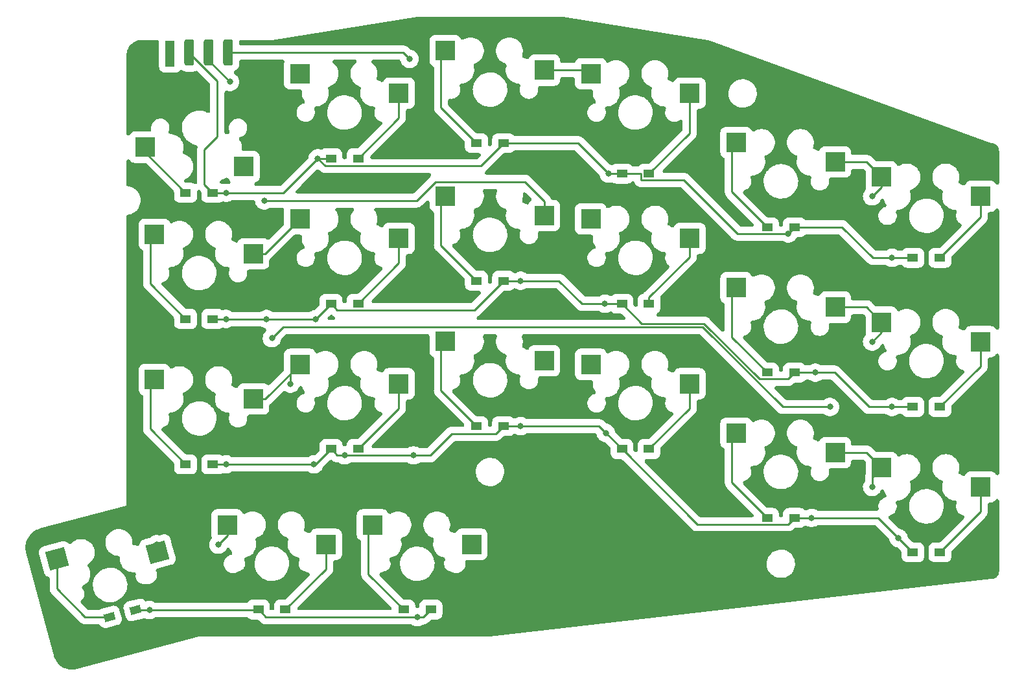
<source format=gtl>
%TF.GenerationSoftware,KiCad,Pcbnew,7.0.2-0*%
%TF.CreationDate,2023-06-01T09:13:53+08:00*%
%TF.ProjectId,Input,496e7075-742e-46b6-9963-61645f706362,2*%
%TF.SameCoordinates,PX717cbc0PY58b1140*%
%TF.FileFunction,Copper,L1,Top*%
%TF.FilePolarity,Positive*%
%FSLAX46Y46*%
G04 Gerber Fmt 4.6, Leading zero omitted, Abs format (unit mm)*
G04 Created by KiCad (PCBNEW 7.0.2-0) date 2023-06-01 09:13:53*
%MOMM*%
%LPD*%
G01*
G04 APERTURE LIST*
G04 Aperture macros list*
%AMRoundRect*
0 Rectangle with rounded corners*
0 $1 Rounding radius*
0 $2 $3 $4 $5 $6 $7 $8 $9 X,Y pos of 4 corners*
0 Add a 4 corners polygon primitive as box body*
4,1,4,$2,$3,$4,$5,$6,$7,$8,$9,$2,$3,0*
0 Add four circle primitives for the rounded corners*
1,1,$1+$1,$2,$3*
1,1,$1+$1,$4,$5*
1,1,$1+$1,$6,$7*
1,1,$1+$1,$8,$9*
0 Add four rect primitives between the rounded corners*
20,1,$1+$1,$2,$3,$4,$5,0*
20,1,$1+$1,$4,$5,$6,$7,0*
20,1,$1+$1,$6,$7,$8,$9,0*
20,1,$1+$1,$8,$9,$2,$3,0*%
%AMRotRect*
0 Rectangle, with rotation*
0 The origin of the aperture is its center*
0 $1 length*
0 $2 width*
0 $3 Rotation angle, in degrees counterclockwise*
0 Add horizontal line*
21,1,$1,$2,0,0,$3*%
G04 Aperture macros list end*
%TA.AperFunction,SMDPad,CuDef*%
%ADD10R,2.550000X2.500000*%
%TD*%
%TA.AperFunction,SMDPad,CuDef*%
%ADD11R,1.400000X1.000000*%
%TD*%
%TA.AperFunction,SMDPad,CuDef*%
%ADD12RotRect,1.400000X1.000000X15.000000*%
%TD*%
%TA.AperFunction,ConnectorPad*%
%ADD13R,1.270000X3.429000*%
%TD*%
%TA.AperFunction,ConnectorPad*%
%ADD14RoundRect,0.317500X-0.317500X-1.397000X0.317500X-1.397000X0.317500X1.397000X-0.317500X1.397000X0*%
%TD*%
%TA.AperFunction,SMDPad,CuDef*%
%ADD15RotRect,2.550000X2.500000X195.000000*%
%TD*%
%TA.AperFunction,ViaPad*%
%ADD16C,0.800000*%
%TD*%
%TA.AperFunction,Conductor*%
%ADD17C,0.250000*%
%TD*%
G04 APERTURE END LIST*
D10*
%TO.P,SW17,1,1*%
%TO.N,C12*%
X13158000Y26080000D03*
%TO.P,SW17,2,2*%
%TO.N,Net-(D17-A)*%
X26085000Y23540000D03*
%TD*%
%TO.P,SW29,1,1*%
%TO.N,C12*%
X13158000Y7080000D03*
%TO.P,SW29,2,2*%
%TO.N,Net-(D29-A)*%
X26085000Y4540000D03*
%TD*%
D11*
%TO.P,D27,1,K*%
%TO.N,Row 3*%
X55225000Y-4000000D03*
%TO.P,D27,2,A*%
%TO.N,Net-(D27-A)*%
X58775000Y-4000000D03*
%TD*%
%TO.P,D18,1,K*%
%TO.N,Net-(D18-K)*%
X-1775000Y10500000D03*
%TO.P,D18,2,A*%
%TO.N,Row 2*%
X1775000Y10500000D03*
%TD*%
D10*
%TO.P,SW15,1,1*%
%TO.N,C34*%
X51158000Y26080000D03*
%TO.P,SW15,2,2*%
%TO.N,Net-(D15-A)*%
X64085000Y23540000D03*
%TD*%
D11*
%TO.P,D15,1,K*%
%TO.N,Row 2*%
X55225000Y13000000D03*
%TO.P,D15,2,A*%
%TO.N,Net-(D15-A)*%
X58775000Y13000000D03*
%TD*%
%TO.P,D37,1,K*%
%TO.N,Row 4*%
X93225000Y-36500000D03*
%TO.P,D37,2,A*%
%TO.N,Net-(D37-A)*%
X96775000Y-36500000D03*
%TD*%
%TO.P,D52,1,K*%
%TO.N,Net-(D52-K)*%
X26725016Y-44000000D03*
%TO.P,D52,2,A*%
%TO.N,Row 5*%
X30275016Y-44000000D03*
%TD*%
%TO.P,D16,1,K*%
%TO.N,Net-(D16-K)*%
X36225000Y17000000D03*
%TO.P,D16,2,A*%
%TO.N,Row 2*%
X39775000Y17000000D03*
%TD*%
D10*
%TO.P,SW26,1,1*%
%TO.N,Net-(D26-K)*%
X70158000Y-1920000D03*
%TO.P,SW26,2,2*%
%TO.N,C56*%
X83085000Y-4460000D03*
%TD*%
%TO.P,SW38,1,1*%
%TO.N,Net-(D38-K)*%
X70158000Y-20920000D03*
%TO.P,SW38,2,2*%
%TO.N,C56*%
X83085000Y-23460000D03*
%TD*%
D12*
%TO.P,D54,1,K*%
%TO.N,Net-(D54-K)*%
X-11714518Y-44959404D03*
%TO.P,D54,2,A*%
%TO.N,Row 5*%
X-8285482Y-44040596D03*
%TD*%
D10*
%TO.P,SW27,1,1*%
%TO.N,C34*%
X51158000Y7080000D03*
%TO.P,SW27,2,2*%
%TO.N,Net-(D27-A)*%
X64085000Y4540000D03*
%TD*%
D11*
%TO.P,D53,1,K*%
%TO.N,Row 5*%
X7725000Y-44000000D03*
%TO.P,D53,2,A*%
%TO.N,Net-(D53-A)*%
X11275000Y-44000000D03*
%TD*%
%TO.P,D39,1,K*%
%TO.N,Row 4*%
X55225000Y-23000000D03*
%TO.P,D39,2,A*%
%TO.N,Net-(D39-A)*%
X58775000Y-23000000D03*
%TD*%
D10*
%TO.P,SW52,1,1*%
%TO.N,Net-(D52-K)*%
X22658000Y-32920000D03*
%TO.P,SW52,2,2*%
%TO.N,C34*%
X35585000Y-35460000D03*
%TD*%
D11*
%TO.P,D42,1,K*%
%TO.N,Net-(D42-K)*%
X-1775000Y-25000000D03*
%TO.P,D42,2,A*%
%TO.N,Row 4*%
X1775000Y-25000000D03*
%TD*%
%TO.P,D30,1,K*%
%TO.N,Net-(D30-K)*%
X-1775000Y-6000000D03*
%TO.P,D30,2,A*%
%TO.N,Row 3*%
X1775000Y-6000000D03*
%TD*%
D10*
%TO.P,SW13,1,1*%
%TO.N,C56*%
X89158000Y12580000D03*
%TO.P,SW13,2,2*%
%TO.N,Net-(D13-A)*%
X102085000Y10040000D03*
%TD*%
D11*
%TO.P,D28,1,K*%
%TO.N,Net-(D28-K)*%
X36225000Y-1000000D03*
%TO.P,D28,2,A*%
%TO.N,Row 3*%
X39775000Y-1000000D03*
%TD*%
D10*
%TO.P,SW28,1,1*%
%TO.N,Net-(D28-K)*%
X32158000Y10080000D03*
%TO.P,SW28,2,2*%
%TO.N,C34*%
X45085000Y7540000D03*
%TD*%
D11*
%TO.P,D13,1,K*%
%TO.N,Row 2*%
X93225000Y2000000D03*
%TO.P,D13,2,A*%
%TO.N,Net-(D13-A)*%
X96775000Y2000000D03*
%TD*%
D10*
%TO.P,SW42,1,1*%
%TO.N,Net-(D42-K)*%
X-5842000Y-13920000D03*
%TO.P,SW42,2,2*%
%TO.N,C12*%
X7085000Y-16460000D03*
%TD*%
%TO.P,SW14,1,1*%
%TO.N,Net-(D14-K)*%
X70158000Y17080000D03*
%TO.P,SW14,2,2*%
%TO.N,C56*%
X83085000Y14540000D03*
%TD*%
%TO.P,SW30,1,1*%
%TO.N,Net-(D30-K)*%
X-5842000Y5080000D03*
%TO.P,SW30,2,2*%
%TO.N,C12*%
X7085000Y2540000D03*
%TD*%
D13*
%TO.P,J1,1,Pin_1*%
%TO.N,unconnected-(J1-Pin_1-Pad1)*%
X-3810000Y28722000D03*
D14*
%TO.P,J1,3,Pin_3*%
%TO.N,Row 2*%
X-1270000Y28849000D03*
%TO.P,J1,5,Pin_5*%
%TO.N,Row 3*%
X1270000Y28849000D03*
%TO.P,J1,7,Pin_7*%
%TO.N,Row 4*%
X3810000Y28849000D03*
%TD*%
D11*
%TO.P,D26,1,K*%
%TO.N,Net-(D26-K)*%
X74225000Y-13000000D03*
%TO.P,D26,2,A*%
%TO.N,Row 3*%
X77775000Y-13000000D03*
%TD*%
D10*
%TO.P,SW53,1,1*%
%TO.N,C12*%
X3658000Y-32920000D03*
%TO.P,SW53,2,2*%
%TO.N,Net-(D53-A)*%
X16585000Y-35460000D03*
%TD*%
%TO.P,SW18,1,1*%
%TO.N,C12*%
X5842000Y13920000D03*
%TO.P,SW18,2,2*%
%TO.N,Net-(D18-K)*%
X-7085000Y16460000D03*
%TD*%
%TO.P,SW40,1,1*%
%TO.N,Net-(D40-K)*%
X32158000Y-8920000D03*
%TO.P,SW40,2,2*%
%TO.N,C34*%
X45085000Y-11460000D03*
%TD*%
%TO.P,SW41,1,1*%
%TO.N,C12*%
X13158000Y-11920000D03*
%TO.P,SW41,2,2*%
%TO.N,Net-(D41-A)*%
X26085000Y-14460000D03*
%TD*%
D11*
%TO.P,D14,1,K*%
%TO.N,Net-(D14-K)*%
X74225000Y6000000D03*
%TO.P,D14,2,A*%
%TO.N,Row 2*%
X77775000Y6000000D03*
%TD*%
%TO.P,D17,1,K*%
%TO.N,Row 2*%
X17225000Y15000000D03*
%TO.P,D17,2,A*%
%TO.N,Net-(D17-A)*%
X20775000Y15000000D03*
%TD*%
D10*
%TO.P,SW39,1,1*%
%TO.N,C34*%
X51158000Y-11920000D03*
%TO.P,SW39,2,2*%
%TO.N,Net-(D39-A)*%
X64085000Y-14460000D03*
%TD*%
D11*
%TO.P,D40,1,K*%
%TO.N,Net-(D40-K)*%
X36225000Y-20000000D03*
%TO.P,D40,2,A*%
%TO.N,Row 4*%
X39775000Y-20000000D03*
%TD*%
D10*
%TO.P,SW25,1,1*%
%TO.N,C56*%
X89158000Y-6420000D03*
%TO.P,SW25,2,2*%
%TO.N,Net-(D25-A)*%
X102085000Y-8960000D03*
%TD*%
D11*
%TO.P,D29,1,K*%
%TO.N,Row 3*%
X17225000Y-4000000D03*
%TO.P,D29,2,A*%
%TO.N,Net-(D29-A)*%
X20775000Y-4000000D03*
%TD*%
%TO.P,D25,1,K*%
%TO.N,Row 3*%
X93225000Y-17500000D03*
%TO.P,D25,2,A*%
%TO.N,Net-(D25-A)*%
X96775000Y-17500000D03*
%TD*%
D10*
%TO.P,SW16,1,1*%
%TO.N,Net-(D16-K)*%
X32158000Y29080000D03*
%TO.P,SW16,2,2*%
%TO.N,C34*%
X45085000Y26540000D03*
%TD*%
D15*
%TO.P,SW54,1,1*%
%TO.N,Net-(D54-K)*%
X-18592739Y-37387118D03*
%TO.P,SW54,2,2*%
%TO.N,C12*%
X-5448816Y-36494815D03*
%TD*%
D10*
%TO.P,SW37,1,1*%
%TO.N,C56*%
X89158000Y-25420000D03*
%TO.P,SW37,2,2*%
%TO.N,Net-(D37-A)*%
X102085000Y-27960000D03*
%TD*%
D11*
%TO.P,D38,1,K*%
%TO.N,Net-(D38-K)*%
X74225000Y-32000000D03*
%TO.P,D38,2,A*%
%TO.N,Row 4*%
X77775000Y-32000000D03*
%TD*%
%TO.P,D41,1,K*%
%TO.N,Row 4*%
X17225000Y-23000000D03*
%TO.P,D41,2,A*%
%TO.N,Net-(D41-A)*%
X20775000Y-23000000D03*
%TD*%
D16*
%TO.N,Row 2*%
X15500000Y15000000D03*
X3500000Y10500000D03*
X39775000Y17000000D03*
X76950000Y5175000D03*
X90500000Y2000000D03*
X53500000Y13000000D03*
%TO.N,C12*%
X7085000Y2540000D03*
X5842000Y13920000D03*
X-5563134Y-35460000D03*
X2500000Y-35500000D03*
X7085000Y-16460000D03*
X11915000Y-14460000D03*
X13158000Y7080000D03*
X13158000Y26080000D03*
%TO.N,C34*%
X45085000Y-11460000D03*
X51158000Y-11920000D03*
X35585000Y-35460000D03*
X51158000Y7080000D03*
X45085000Y7540000D03*
X8500000Y9500000D03*
X51158000Y26080000D03*
X44405000Y26500000D03*
%TO.N,C56*%
X83085000Y14540000D03*
X87915000Y10040000D03*
X82405000Y-17500000D03*
X83085000Y-23460000D03*
X83085000Y-4460000D03*
X87915000Y-27960000D03*
X87915000Y-8960000D03*
X9500000Y-8500000D03*
%TO.N,Row 3*%
X4012299Y25012299D03*
X3500000Y-6000000D03*
X90500000Y-17500000D03*
X15225000Y-6000000D03*
X53000000Y-4000000D03*
X42000000Y-1000000D03*
X80500000Y-13000000D03*
X8775001Y-6000000D03*
%TO.N,Row 4*%
X3500000Y-25000000D03*
X91362500Y-34637500D03*
X27500000Y28000000D03*
X28000000Y-23825000D03*
X19000000Y-23825000D03*
X53112500Y-20887500D03*
X42000000Y-20000000D03*
X80000000Y-32000000D03*
X15000000Y-25000000D03*
%TO.N,Row 5*%
X-6500000Y-44040596D03*
X28500000Y-45000000D03*
X7725002Y-44000000D03*
%TD*%
D17*
%TO.N,Net-(D13-A)*%
X102085000Y7310000D02*
X96775000Y2000000D01*
X102085000Y10040000D02*
X102085000Y7310000D01*
%TO.N,Net-(D14-K)*%
X69595000Y10630000D02*
X74225000Y6000000D01*
X69595000Y16517000D02*
X69595000Y10630000D01*
%TO.N,Row 2*%
X53500000Y13000000D02*
X55225000Y13000000D01*
X3500000Y10500000D02*
X11000000Y10500000D01*
X16500000Y14000000D02*
X36775000Y14000000D01*
X39775000Y17000000D02*
X49500000Y17000000D01*
X-1270000Y28765868D02*
X2375000Y25120868D01*
X63325000Y12175000D02*
X70325000Y5175000D01*
X2375000Y25120868D02*
X2375000Y17875000D01*
X1775000Y10500000D02*
X3500000Y10500000D01*
X76950000Y5175000D02*
X77775000Y6000000D01*
X11000000Y10500000D02*
X15500000Y15000000D01*
X57750000Y13000000D02*
X57750000Y12175000D01*
X55225000Y13000000D02*
X57750000Y13000000D01*
X15500000Y15000000D02*
X17225000Y15000000D01*
X15500000Y15000000D02*
X16500000Y14000000D01*
X665000Y16165000D02*
X665000Y11610000D01*
X36775000Y14000000D02*
X39775000Y17000000D01*
X665000Y11610000D02*
X1775000Y10500000D01*
X90500000Y2000000D02*
X93225000Y2000000D01*
X84000000Y6000000D02*
X88000000Y2000000D01*
X57750000Y12175000D02*
X63325000Y12175000D01*
X2375000Y17875000D02*
X665000Y16165000D01*
X77775000Y6000000D02*
X84000000Y6000000D01*
X70325000Y5175000D02*
X76950000Y5175000D01*
X49500000Y17000000D02*
X53500000Y13000000D01*
X88000000Y2000000D02*
X90500000Y2000000D01*
%TO.N,Net-(D15-A)*%
X64085000Y23540000D02*
X64085000Y18310000D01*
X64085000Y18310000D02*
X58775000Y13000000D01*
%TO.N,Net-(D16-K)*%
X31595000Y28517000D02*
X31595000Y21630000D01*
X31595000Y21630000D02*
X36225000Y17000000D01*
%TO.N,Net-(D17-A)*%
X26085000Y20310000D02*
X20775000Y15000000D01*
X26085000Y23540000D02*
X26085000Y20310000D01*
%TO.N,Net-(D18-K)*%
X-7085000Y15810000D02*
X-1775000Y10500000D01*
%TO.N,C12*%
X8618000Y2540000D02*
X13158000Y7080000D01*
X3658000Y-34342000D02*
X2500000Y-35500000D01*
X7085000Y2540000D02*
X8618000Y2540000D01*
X13158000Y-11920000D02*
X11915000Y-13163000D01*
X11915000Y-13163000D02*
X11915000Y-14460000D01*
X7085000Y-16460000D02*
X8618000Y-16460000D01*
X3658000Y-32920000D02*
X3658000Y-34342000D01*
X8618000Y-16460000D02*
X13158000Y-11920000D01*
%TO.N,C34*%
X28403000Y9500000D02*
X30858000Y11955000D01*
X45085000Y9415000D02*
X45085000Y7540000D01*
X42545000Y11955000D02*
X45085000Y9415000D01*
X45085000Y26540000D02*
X50698000Y26540000D01*
X30858000Y11955000D02*
X42545000Y11955000D01*
X8500000Y9500000D02*
X28403000Y9500000D01*
%TO.N,C56*%
X76239310Y-17500000D02*
X82405000Y-17500000D01*
X83085000Y14540000D02*
X87198000Y14540000D01*
X89158000Y-25420000D02*
X87915000Y-26663000D01*
X89158000Y11283000D02*
X87915000Y10040000D01*
X65784310Y-7045000D02*
X76239310Y-17500000D01*
X87198000Y14540000D02*
X89158000Y12580000D01*
X87198000Y-23460000D02*
X89158000Y-25420000D01*
X10955000Y-7045000D02*
X65784310Y-7045000D01*
X83085000Y-4460000D02*
X87198000Y-4460000D01*
X89158000Y-7717000D02*
X87915000Y-8960000D01*
X83085000Y-23460000D02*
X87198000Y-23460000D01*
X87198000Y-4460000D02*
X89158000Y-6420000D01*
X89158000Y-6420000D02*
X89158000Y-7717000D01*
X89158000Y12580000D02*
X89158000Y11283000D01*
X87915000Y-26663000D02*
X87915000Y-27960000D01*
X9500000Y-8500000D02*
X10955000Y-7045000D01*
%TO.N,Row 3*%
X55225000Y-4000000D02*
X57820499Y-6595499D01*
X15225000Y-6000000D02*
X17225000Y-4000000D01*
X73200000Y-13825000D02*
X76950000Y-13825000D01*
X50000000Y-4000000D02*
X55225000Y-4000000D01*
X76950000Y-13825000D02*
X77775000Y-13000000D01*
X17225000Y-4000000D02*
X18050000Y-4825000D01*
X39775000Y-1000000D02*
X42000000Y-1000000D01*
X1775000Y-6000000D02*
X3500000Y-6000000D01*
X87500000Y-17500000D02*
X90500000Y-17500000D01*
X42000000Y-1000000D02*
X47000000Y-1000000D01*
X57820499Y-6595499D02*
X65970499Y-6595499D01*
X83000000Y-13000000D02*
X87500000Y-17500000D01*
X1270000Y27754598D02*
X4012299Y25012299D01*
X3500000Y-6000000D02*
X15225000Y-6000000D01*
X65970499Y-6595499D02*
X73200000Y-13825000D01*
X47000000Y-1000000D02*
X50000000Y-4000000D01*
X35950000Y-4825000D02*
X39775000Y-1000000D01*
X80500000Y-13000000D02*
X83000000Y-13000000D01*
X77775000Y-13000000D02*
X80500000Y-13000000D01*
X90500000Y-17500000D02*
X93225000Y-17500000D01*
X18050000Y-4825000D02*
X35950000Y-4825000D01*
%TO.N,Row 4*%
X91362500Y-34637500D02*
X93225000Y-36500000D01*
X15000000Y-25000000D02*
X15225000Y-25000000D01*
X17225000Y-23000000D02*
X18050000Y-23825000D01*
X42000000Y-20000000D02*
X52225000Y-20000000D01*
X39775000Y-20000000D02*
X42000000Y-20000000D01*
X3810000Y28849000D02*
X26651000Y28849000D01*
X76950000Y-32825000D02*
X77775000Y-32000000D01*
X19000000Y-23825000D02*
X28000000Y-23825000D01*
X33000000Y-21000000D02*
X38775000Y-21000000D01*
X88725000Y-32000000D02*
X91362500Y-34637500D01*
X55225000Y-23000000D02*
X65050000Y-32825000D01*
X30175000Y-23825000D02*
X33000000Y-21000000D01*
X53112500Y-20887500D02*
X55225000Y-23000000D01*
X26651000Y28849000D02*
X27500000Y28000000D01*
X38775000Y-21000000D02*
X39775000Y-20000000D01*
X52225000Y-20000000D02*
X53112500Y-20887500D01*
X65050000Y-32825000D02*
X76950000Y-32825000D01*
X77775000Y-32000000D02*
X80000000Y-32000000D01*
X80000000Y-32000000D02*
X88725000Y-32000000D01*
X1775000Y-25000000D02*
X15000000Y-25000000D01*
X18050000Y-23825000D02*
X19000000Y-23825000D01*
X15225000Y-25000000D02*
X17225000Y-23000000D01*
X28000000Y-23825000D02*
X30175000Y-23825000D01*
%TO.N,Row 5*%
X8725000Y-45000000D02*
X28500000Y-45000000D01*
X29275016Y-45000000D02*
X28500000Y-45000000D01*
X-8285482Y-44040596D02*
X-6500000Y-44040596D01*
X-6500000Y-44040596D02*
X7684406Y-44040596D01*
X7725000Y-44000000D02*
X8725000Y-45000000D01*
X30275016Y-44000000D02*
X29275016Y-45000000D01*
%TO.N,Net-(D25-A)*%
X102085000Y-8960000D02*
X102085000Y-12190000D01*
X102085000Y-12190000D02*
X96775000Y-17500000D01*
%TO.N,Net-(D26-K)*%
X69595000Y-2483000D02*
X69595000Y-8370000D01*
X69595000Y-8370000D02*
X74225000Y-13000000D01*
%TO.N,Net-(D27-A)*%
X58775000Y-3178833D02*
X58775000Y-4000000D01*
X64085000Y4540000D02*
X64085000Y2131167D01*
X64085000Y2131167D02*
X58775000Y-3178833D01*
%TO.N,Net-(D28-K)*%
X31595000Y3630000D02*
X36225000Y-1000000D01*
X31595000Y9517000D02*
X31595000Y3630000D01*
%TO.N,Net-(D29-A)*%
X26085000Y1310000D02*
X20775000Y-4000000D01*
X26085000Y4540000D02*
X26085000Y1310000D01*
%TO.N,Net-(D30-K)*%
X-6405000Y-1370000D02*
X-1775000Y-6000000D01*
X-6405000Y4517000D02*
X-6405000Y-1370000D01*
%TO.N,Net-(D37-A)*%
X102085000Y-27960000D02*
X102085000Y-31190000D01*
X102085000Y-31190000D02*
X96775000Y-36500000D01*
%TO.N,Net-(D38-K)*%
X69595000Y-27370000D02*
X74225000Y-32000000D01*
X69595000Y-21483000D02*
X69595000Y-27370000D01*
%TO.N,Net-(D39-A)*%
X64085000Y-14460000D02*
X64085000Y-17690000D01*
X64085000Y-17690000D02*
X58775000Y-23000000D01*
%TO.N,Net-(D40-K)*%
X31595000Y-9483000D02*
X31595000Y-15370000D01*
X31595000Y-15370000D02*
X36225000Y-20000000D01*
%TO.N,Net-(D41-A)*%
X26085000Y-17690000D02*
X20775000Y-23000000D01*
X26085000Y-14460000D02*
X26085000Y-17690000D01*
%TO.N,Net-(D42-K)*%
X-6405000Y-14483000D02*
X-6405000Y-20370000D01*
X-6405000Y-20370000D02*
X-1775000Y-25000000D01*
%TO.N,Net-(D52-K)*%
X22095000Y-33483000D02*
X22095000Y-39369984D01*
X22095000Y-39369984D02*
X26725016Y-44000000D01*
%TO.N,Net-(D53-A)*%
X16585000Y-35460000D02*
X16585000Y-38690000D01*
X16585000Y-38690000D02*
X11275000Y-44000000D01*
%TO.N,Net-(D54-K)*%
X-18592835Y-41272898D02*
X-14906329Y-44959404D01*
X-18592835Y-36740218D02*
X-18592835Y-41272898D01*
X-14906329Y-44959404D02*
X-11714518Y-44959404D01*
%TD*%
%TA.AperFunction,NonConductor*%
G36*
X3673976Y12469188D02*
G01*
X3761112Y12426217D01*
X3825171Y12353173D01*
X3837354Y12326615D01*
X3937181Y12167742D01*
X3937184Y12167738D01*
X4018203Y12086719D01*
X4072177Y12005940D01*
X4091131Y11910652D01*
X4072177Y11815364D01*
X4018201Y11734582D01*
X3937419Y11680606D01*
X3842131Y11661652D01*
X3796377Y11665892D01*
X3782099Y11668561D01*
X3740688Y11676303D01*
X3611244Y11700500D01*
X3611243Y11700500D01*
X3388757Y11700500D01*
X3388756Y11700500D01*
X3170058Y11659619D01*
X3138022Y11647208D01*
X3042322Y11630462D01*
X2947497Y11651613D01*
X2915601Y11668561D01*
X2800767Y11740716D01*
X2801874Y11742480D01*
X2754722Y11770295D01*
X2696301Y11847923D01*
X2672035Y11941999D01*
X2685616Y12038200D01*
X2734979Y12121880D01*
X2812607Y12180301D01*
X2865234Y12198716D01*
X3057416Y12242580D01*
X3301643Y12338432D01*
X3485036Y12444315D01*
X3577029Y12475542D01*
X3673976Y12469188D01*
G37*
%TD.AperFunction*%
%TA.AperFunction,NonConductor*%
G36*
X15595288Y13569053D02*
G01*
X15676065Y13515081D01*
X15728926Y13462219D01*
X15780210Y13410935D01*
X15805585Y13381225D01*
X15808432Y13377306D01*
X15857860Y13332801D01*
X15867317Y13323828D01*
X15879870Y13311275D01*
X15884935Y13307173D01*
X15884949Y13307161D01*
X15893658Y13300109D01*
X15903569Y13291644D01*
X15953007Y13247130D01*
X15957205Y13244706D01*
X15989400Y13222579D01*
X15993154Y13219539D01*
X15993156Y13219538D01*
X15993160Y13219535D01*
X16052436Y13189332D01*
X16063861Y13183129D01*
X16121492Y13149856D01*
X16126102Y13148359D01*
X16162183Y13133414D01*
X16166503Y13131212D01*
X16230801Y13113984D01*
X16243214Y13110307D01*
X16306518Y13089738D01*
X16311321Y13089234D01*
X16349740Y13082113D01*
X16354423Y13080858D01*
X16420885Y13077376D01*
X16433853Y13076355D01*
X16451496Y13074500D01*
X16469228Y13074500D01*
X16482257Y13074159D01*
X16485796Y13073974D01*
X16548704Y13070677D01*
X16552538Y13071285D01*
X16553491Y13071435D01*
X16592439Y13074500D01*
X30068136Y13074500D01*
X30163424Y13055546D01*
X30244206Y13001570D01*
X30298182Y12920788D01*
X30317136Y12825500D01*
X30298182Y12730212D01*
X30244206Y12649430D01*
X30240081Y12645517D01*
X30237870Y12643725D01*
X30225305Y12631162D01*
X30215873Y12622211D01*
X30166428Y12577690D01*
X30163584Y12573775D01*
X30138216Y12544073D01*
X28092575Y10498430D01*
X28011793Y10444454D01*
X27916505Y10425500D01*
X12835495Y10425500D01*
X12740207Y10444454D01*
X12659425Y10498430D01*
X12605449Y10579212D01*
X12586495Y10674500D01*
X12605449Y10769788D01*
X12659425Y10850570D01*
X13318833Y11509978D01*
X15323933Y13515080D01*
X15404712Y13569053D01*
X15500000Y13588007D01*
X15595288Y13569053D01*
G37*
%TD.AperFunction*%
%TA.AperFunction,NonConductor*%
G36*
X10986938Y27904546D02*
G01*
X11067720Y27850570D01*
X11121696Y27769788D01*
X11140650Y27674500D01*
X11126677Y27592261D01*
X11097631Y27509255D01*
X11083282Y27381900D01*
X11083281Y27381890D01*
X11082500Y27374954D01*
X11082500Y24785046D01*
X11083281Y24778111D01*
X11083282Y24778101D01*
X11097631Y24650746D01*
X11157210Y24480477D01*
X11253181Y24327742D01*
X11253184Y24327738D01*
X11380738Y24200184D01*
X11380740Y24200183D01*
X11380741Y24200182D01*
X11533476Y24104211D01*
X11639669Y24067053D01*
X11703745Y24044632D01*
X11838046Y24029500D01*
X13204165Y24029500D01*
X13299453Y24010546D01*
X13380235Y23956570D01*
X13434211Y23875788D01*
X13453165Y23780500D01*
X13450384Y23743396D01*
X13444286Y23702933D01*
X13439500Y23671180D01*
X13439500Y23408820D01*
X13478603Y23149387D01*
X13555938Y22898674D01*
X13669771Y22662297D01*
X13752416Y22541080D01*
X13790434Y22451672D01*
X13791342Y22354522D01*
X13755004Y22264418D01*
X13686950Y22195080D01*
X13614826Y22161319D01*
X13484471Y22124230D01*
X13285313Y22025060D01*
X13107762Y21890981D01*
X12957875Y21726563D01*
X12840754Y21537405D01*
X12835127Y21522879D01*
X12760382Y21329940D01*
X12719500Y21111243D01*
X12719500Y20888757D01*
X12760382Y20670060D01*
X12799908Y20568032D01*
X12840754Y20462596D01*
X12957875Y20273438D01*
X13107762Y20109020D01*
X13176117Y20057401D01*
X13285311Y19974942D01*
X13285312Y19974942D01*
X13285313Y19974941D01*
X13484467Y19875773D01*
X13484469Y19875773D01*
X13484472Y19875771D01*
X13698464Y19814885D01*
X13864497Y19799500D01*
X13870241Y19799500D01*
X13969759Y19799500D01*
X13975503Y19799500D01*
X14141536Y19814885D01*
X14355528Y19875771D01*
X14554689Y19974942D01*
X14732236Y20109019D01*
X14882124Y20273438D01*
X14999247Y20462599D01*
X15079618Y20670060D01*
X15120500Y20888757D01*
X15120500Y20924631D01*
X16745723Y20924631D01*
X16746554Y20916364D01*
X16746555Y20916355D01*
X16775049Y20633115D01*
X16775882Y20624838D01*
X16777808Y20616755D01*
X16777810Y20616745D01*
X16833553Y20382841D01*
X16845731Y20331739D01*
X16848720Y20323977D01*
X16848723Y20323969D01*
X16926775Y20121314D01*
X16954023Y20050566D01*
X16958019Y20043273D01*
X16958022Y20043268D01*
X17094824Y19793635D01*
X17094827Y19793630D01*
X17098825Y19786335D01*
X17277554Y19543762D01*
X17283334Y19537786D01*
X17283337Y19537782D01*
X17447221Y19368328D01*
X17487020Y19327176D01*
X17493555Y19322016D01*
X17493561Y19322010D01*
X17603186Y19235441D01*
X17723485Y19140442D01*
X17730643Y19136202D01*
X17730645Y19136201D01*
X17852472Y19064043D01*
X17982730Y18986891D01*
X18046581Y18959816D01*
X18252470Y18872511D01*
X18252473Y18872510D01*
X18260128Y18869264D01*
X18550729Y18789660D01*
X18849347Y18749500D01*
X18857677Y18749500D01*
X19071082Y18749500D01*
X19075244Y18749500D01*
X19300634Y18764588D01*
X19595903Y18824604D01*
X19880537Y18923440D01*
X20149459Y19059332D01*
X20397869Y19229856D01*
X20621333Y19431968D01*
X20815865Y19662061D01*
X20977993Y19916030D01*
X21104823Y20189342D01*
X21194093Y20477121D01*
X21244209Y20774230D01*
X21254277Y21075369D01*
X21224118Y21375162D01*
X21154269Y21668261D01*
X21045977Y21949434D01*
X20968407Y22090981D01*
X20905175Y22206366D01*
X20905174Y22206367D01*
X20901175Y22213665D01*
X20722446Y22456238D01*
X20647800Y22533421D01*
X20533496Y22651611D01*
X20512980Y22672824D01*
X20506445Y22677985D01*
X20506438Y22677991D01*
X20283050Y22854397D01*
X20276515Y22859558D01*
X20269359Y22863797D01*
X20269354Y22863800D01*
X20024424Y23008872D01*
X20024420Y23008874D01*
X20017270Y23013109D01*
X20009613Y23016356D01*
X19747529Y23127490D01*
X19747517Y23127494D01*
X19739872Y23130736D01*
X19731857Y23132932D01*
X19731850Y23132934D01*
X19457294Y23208143D01*
X19457283Y23208146D01*
X19449271Y23210340D01*
X19441031Y23211449D01*
X19441022Y23211450D01*
X19158910Y23249390D01*
X19158903Y23249391D01*
X19150653Y23250500D01*
X18924756Y23250500D01*
X18920633Y23250224D01*
X18920603Y23250223D01*
X18707676Y23235969D01*
X18707665Y23235968D01*
X18699366Y23235412D01*
X18691213Y23233755D01*
X18691199Y23233753D01*
X18412264Y23177057D01*
X18412250Y23177054D01*
X18404097Y23175396D01*
X18396243Y23172670D01*
X18396229Y23172665D01*
X18127329Y23079292D01*
X18127320Y23079289D01*
X18119463Y23076560D01*
X18112032Y23072806D01*
X18112025Y23072802D01*
X17857973Y22944424D01*
X17857967Y22944421D01*
X17850541Y22940668D01*
X17843690Y22935966D01*
X17843678Y22935958D01*
X17608994Y22774856D01*
X17608986Y22774850D01*
X17602131Y22770144D01*
X17595964Y22764567D01*
X17595956Y22764560D01*
X17384839Y22573615D01*
X17384833Y22573610D01*
X17378667Y22568032D01*
X17373302Y22561687D01*
X17373293Y22561677D01*
X17189506Y22344293D01*
X17189499Y22344284D01*
X17184135Y22337939D01*
X17179663Y22330935D01*
X17179658Y22330927D01*
X17026482Y22090981D01*
X17026477Y22090974D01*
X17022007Y22083970D01*
X17018513Y22076442D01*
X17018506Y22076428D01*
X16898679Y21818206D01*
X16898675Y21818198D01*
X16895177Y21810658D01*
X16892711Y21802710D01*
X16892710Y21802706D01*
X16814587Y21550861D01*
X16805907Y21522879D01*
X16804525Y21514691D01*
X16804523Y21514679D01*
X16757511Y21235969D01*
X16755791Y21225770D01*
X16755513Y21217463D01*
X16755512Y21217450D01*
X16746001Y20932948D01*
X16745723Y20924631D01*
X15120500Y20924631D01*
X15120500Y21111243D01*
X15079618Y21329940D01*
X15032754Y21450909D01*
X15016007Y21546605D01*
X15037157Y21641430D01*
X15092985Y21720943D01*
X15174992Y21773040D01*
X15254774Y21789500D01*
X15255494Y21789500D01*
X15451630Y21804198D01*
X15707416Y21862580D01*
X15951643Y21958432D01*
X16178857Y22089614D01*
X16383981Y22253195D01*
X16562433Y22445521D01*
X16710228Y22662296D01*
X16824063Y22898677D01*
X16901396Y23149385D01*
X16940500Y23408818D01*
X16940500Y23671182D01*
X16901396Y23930615D01*
X16847843Y24104228D01*
X16837870Y24200868D01*
X16865637Y24293970D01*
X16926920Y24369359D01*
X16994809Y24409407D01*
X17221643Y24498432D01*
X17448857Y24629614D01*
X17653981Y24793195D01*
X17832433Y24985521D01*
X17980228Y25202296D01*
X18094063Y25438677D01*
X18171396Y25689385D01*
X18210500Y25948818D01*
X18210500Y26211182D01*
X18171396Y26470615D01*
X18094063Y26721323D01*
X17980228Y26957704D01*
X17925568Y27037876D01*
X17832434Y27174478D01*
X17653980Y27366806D01*
X17512260Y27479824D01*
X17449578Y27554054D01*
X17420075Y27646621D01*
X17428241Y27743432D01*
X17472833Y27829749D01*
X17547063Y27892431D01*
X17639630Y27921934D01*
X17667509Y27923500D01*
X20332491Y27923500D01*
X20427779Y27904546D01*
X20508561Y27850570D01*
X20562537Y27769788D01*
X20581491Y27674500D01*
X20562537Y27579212D01*
X20508561Y27498430D01*
X20487740Y27479824D01*
X20346019Y27366806D01*
X20167565Y27174478D01*
X20019771Y26957704D01*
X19905938Y26721327D01*
X19828603Y26470614D01*
X19808012Y26334001D01*
X19789500Y26211182D01*
X19789500Y25948818D01*
X19797058Y25898677D01*
X19828603Y25689387D01*
X19905938Y25438674D01*
X20019771Y25202297D01*
X20167565Y24985523D01*
X20209361Y24940478D01*
X20346019Y24793195D01*
X20551143Y24629614D01*
X20778357Y24498432D01*
X20811919Y24485260D01*
X21005187Y24409407D01*
X21086964Y24356951D01*
X21142441Y24277193D01*
X21163173Y24182276D01*
X21152155Y24104227D01*
X21098604Y23930617D01*
X21059500Y23671181D01*
X21059500Y23408820D01*
X21098603Y23149387D01*
X21175938Y22898674D01*
X21289771Y22662297D01*
X21437565Y22445523D01*
X21531493Y22344293D01*
X21616019Y22253195D01*
X21821143Y22089614D01*
X22048357Y21958432D01*
X22137515Y21923440D01*
X22292580Y21862581D01*
X22292583Y21862581D01*
X22292584Y21862580D01*
X22548370Y21804198D01*
X22744506Y21789500D01*
X22745109Y21789500D01*
X22838864Y21767184D01*
X22917575Y21710231D01*
X22968499Y21627492D01*
X22983885Y21531563D01*
X22967244Y21450906D01*
X22920382Y21329941D01*
X22902711Y21235412D01*
X22879500Y21111243D01*
X22879500Y20888757D01*
X22920382Y20670060D01*
X22959908Y20568032D01*
X23000754Y20462596D01*
X23117875Y20273438D01*
X23267762Y20109020D01*
X23336117Y20057401D01*
X23445311Y19974942D01*
X23644472Y19875771D01*
X23779895Y19837240D01*
X23866355Y19792935D01*
X23929281Y19718912D01*
X23959091Y19626444D01*
X23951245Y19529606D01*
X23906938Y19443142D01*
X23887820Y19421677D01*
X20839575Y16373430D01*
X20758793Y16319454D01*
X20663505Y16300500D01*
X20030046Y16300500D01*
X20023110Y16299719D01*
X20023100Y16299718D01*
X19895745Y16285369D01*
X19725476Y16225790D01*
X19572741Y16129819D01*
X19445181Y16002259D01*
X19349210Y15849524D01*
X19289631Y15679255D01*
X19275282Y15551900D01*
X19275281Y15551890D01*
X19274500Y15544954D01*
X19274500Y15537969D01*
X19274500Y15537968D01*
X19274500Y15174500D01*
X19255546Y15079212D01*
X19201570Y14998430D01*
X19120788Y14944454D01*
X19025500Y14925500D01*
X18974500Y14925500D01*
X18879212Y14944454D01*
X18798430Y14998430D01*
X18744454Y15079212D01*
X18725500Y15174500D01*
X18725500Y15537968D01*
X18725500Y15537969D01*
X18725500Y15544954D01*
X18710368Y15679255D01*
X18695128Y15722809D01*
X18650789Y15849524D01*
X18554818Y16002259D01*
X18554817Y16002260D01*
X18554816Y16002262D01*
X18427262Y16129816D01*
X18427259Y16129818D01*
X18427258Y16129819D01*
X18274523Y16225790D01*
X18104254Y16285369D01*
X17976899Y16299718D01*
X17976889Y16299719D01*
X17969954Y16300500D01*
X16480046Y16300500D01*
X16473110Y16299719D01*
X16473100Y16299718D01*
X16345745Y16285369D01*
X16175477Y16225790D01*
X16084397Y16168560D01*
X15993630Y16133913D01*
X15896513Y16136638D01*
X15861975Y16147209D01*
X15829942Y16159619D01*
X15611244Y16200500D01*
X15611243Y16200500D01*
X15388757Y16200500D01*
X15170060Y16159618D01*
X15071842Y16121568D01*
X14962595Y16079246D01*
X14773437Y15962125D01*
X14609019Y15812238D01*
X14474940Y15634687D01*
X14375770Y15435528D01*
X14314883Y15221536D01*
X14313191Y15203270D01*
X14285524Y15110138D01*
X14241324Y15050181D01*
X10689575Y11498430D01*
X10608793Y11444454D01*
X10513505Y11425500D01*
X7449640Y11425500D01*
X7354352Y11444454D01*
X7273570Y11498430D01*
X7219594Y11579212D01*
X7200640Y11674500D01*
X7219594Y11769788D01*
X7273570Y11850570D01*
X7354352Y11904546D01*
X7367401Y11909527D01*
X7396805Y11919816D01*
X7466522Y11944211D01*
X7619262Y12040184D01*
X7746816Y12167738D01*
X7824828Y12291893D01*
X7842789Y12320477D01*
X7897048Y12475542D01*
X7902368Y12490745D01*
X7917500Y12625046D01*
X7917500Y15214954D01*
X7902368Y15349255D01*
X7888060Y15390145D01*
X7842789Y15519524D01*
X7746818Y15672259D01*
X7746817Y15672260D01*
X7746816Y15672262D01*
X7619262Y15799816D01*
X7619259Y15799818D01*
X7619258Y15799819D01*
X7466523Y15895790D01*
X7296254Y15955369D01*
X7168899Y15969718D01*
X7168889Y15969719D01*
X7161954Y15970500D01*
X7154968Y15970500D01*
X5795835Y15970500D01*
X5700547Y15989454D01*
X5619765Y16043430D01*
X5565789Y16124212D01*
X5546835Y16219500D01*
X5549615Y16256605D01*
X5560500Y16328818D01*
X5560500Y16591182D01*
X5521396Y16850615D01*
X5444063Y17101323D01*
X5330228Y17337704D01*
X5247581Y17458925D01*
X5209566Y17548328D01*
X5208657Y17645479D01*
X5244995Y17735582D01*
X5313048Y17804921D01*
X5385168Y17838681D01*
X5515528Y17875771D01*
X5714689Y17974942D01*
X5892236Y18109019D01*
X6042124Y18273438D01*
X6159247Y18462599D01*
X6239618Y18670060D01*
X6280500Y18888757D01*
X6280500Y19111243D01*
X6239618Y19329940D01*
X6159247Y19537401D01*
X6159245Y19537405D01*
X6042124Y19726563D01*
X5892237Y19890981D01*
X5714686Y20025060D01*
X5515532Y20124228D01*
X5457227Y20140817D01*
X5301536Y20185115D01*
X5255919Y20189342D01*
X5141218Y20199971D01*
X5141205Y20199972D01*
X5135503Y20200500D01*
X5024497Y20200500D01*
X5018795Y20199972D01*
X5018781Y20199971D01*
X4878261Y20186950D01*
X4858464Y20185115D01*
X4785736Y20164422D01*
X4644467Y20124228D01*
X4445313Y20025060D01*
X4267762Y19890981D01*
X4117875Y19726563D01*
X4000754Y19537405D01*
X3997733Y19529606D01*
X3920382Y19329940D01*
X3879500Y19111243D01*
X3879500Y18888757D01*
X3902815Y18764032D01*
X3920382Y18670060D01*
X3967244Y18549095D01*
X3983992Y18453395D01*
X3962841Y18358570D01*
X3907013Y18279057D01*
X3825006Y18226961D01*
X3745243Y18210500D01*
X3744506Y18210500D01*
X3739863Y18210153D01*
X3739861Y18210152D01*
X3629038Y18201848D01*
X3568106Y18197282D01*
X3471669Y18209061D01*
X3387080Y18256850D01*
X3327218Y18333372D01*
X3301196Y18426978D01*
X3300500Y18445585D01*
X3300500Y21033569D01*
X3300499Y23637126D01*
X3319453Y23732408D01*
X3373429Y23813190D01*
X3454211Y23867166D01*
X3549499Y23886120D01*
X3639446Y23869306D01*
X3682359Y23852681D01*
X3901056Y23811799D01*
X4123542Y23811799D01*
X4342239Y23852681D01*
X4549700Y23933052D01*
X4738861Y24050175D01*
X4883769Y24182276D01*
X4903279Y24200062D01*
X4922693Y24225770D01*
X5037357Y24377610D01*
X5136528Y24576771D01*
X5197414Y24790763D01*
X5217942Y25012299D01*
X5197414Y25233835D01*
X5136528Y25447827D01*
X5130074Y25460788D01*
X5037358Y25646986D01*
X5037357Y25646987D01*
X5037357Y25646988D01*
X4940796Y25774856D01*
X4903279Y25824537D01*
X4738864Y25974421D01*
X4738861Y25974423D01*
X4646496Y26031613D01*
X4575460Y26097889D01*
X4535193Y26186306D01*
X4531827Y26283403D01*
X4565874Y26374397D01*
X4632152Y26445435D01*
X4648884Y26454886D01*
X4665735Y26466292D01*
X4665737Y26466292D01*
X4842557Y26585967D01*
X4993533Y26736943D01*
X5113208Y26913763D01*
X5197257Y27110036D01*
X5242642Y27318668D01*
X5245500Y27366643D01*
X5245500Y27674501D01*
X5264454Y27769788D01*
X5318430Y27850570D01*
X5399212Y27904546D01*
X5494500Y27923500D01*
X10891650Y27923500D01*
X10986938Y27904546D01*
G37*
%TD.AperFunction*%
%TA.AperFunction,NonConductor*%
G36*
X-5399212Y30480546D02*
G01*
X-5318430Y30426570D01*
X-5264454Y30345788D01*
X-5245500Y30250500D01*
X-5245500Y26962546D01*
X-5244719Y26955611D01*
X-5244718Y26955601D01*
X-5230369Y26828246D01*
X-5170790Y26657977D01*
X-5074819Y26505242D01*
X-5074816Y26505238D01*
X-4947262Y26377684D01*
X-4947260Y26377683D01*
X-4947259Y26377682D01*
X-4794524Y26281711D01*
X-4657466Y26233753D01*
X-4624255Y26222132D01*
X-4489954Y26207000D01*
X-4482968Y26207000D01*
X-3137032Y26207000D01*
X-3130046Y26207000D01*
X-2995745Y26222132D01*
X-2910612Y26251922D01*
X-2825477Y26281711D01*
X-2717039Y26349849D01*
X-2672738Y26377684D01*
X-2545184Y26505238D01*
X-2545181Y26505242D01*
X-2544484Y26505939D01*
X-2463703Y26559916D01*
X-2368415Y26578870D01*
X-2273127Y26559916D01*
X-2228848Y26536079D01*
X-2184316Y26505939D01*
X-2125737Y26466292D01*
X-2002965Y26413718D01*
X-1929465Y26382243D01*
X-1877306Y26370897D01*
X-1720832Y26336858D01*
X-1672857Y26334000D01*
X-867144Y26334001D01*
X-819168Y26336858D01*
X-610536Y26382243D01*
X-474670Y26440425D01*
X-379620Y26460510D01*
X-284113Y26442693D01*
X-202695Y26389682D01*
X-200585Y26387598D01*
X1376570Y24810443D01*
X1430546Y24729661D01*
X1449500Y24634373D01*
X1449500Y21193982D01*
X1430546Y21098694D01*
X1376570Y21017912D01*
X1295788Y20963936D01*
X1200500Y20944982D01*
X1105212Y20963936D01*
X1073606Y20979742D01*
X1024432Y21008868D01*
X1024419Y21008875D01*
X1017270Y21013109D01*
X1009613Y21016356D01*
X747529Y21127490D01*
X747517Y21127494D01*
X739872Y21130736D01*
X731857Y21132932D01*
X731850Y21132934D01*
X457294Y21208143D01*
X457283Y21208146D01*
X449271Y21210340D01*
X441031Y21211449D01*
X441022Y21211450D01*
X158910Y21249390D01*
X158903Y21249391D01*
X150653Y21250500D01*
X-75244Y21250500D01*
X-79367Y21250224D01*
X-79397Y21250223D01*
X-292324Y21235969D01*
X-292335Y21235968D01*
X-300634Y21235412D01*
X-308787Y21233755D01*
X-308801Y21233753D01*
X-587736Y21177057D01*
X-587750Y21177054D01*
X-595903Y21175396D01*
X-603757Y21172670D01*
X-603771Y21172665D01*
X-872671Y21079292D01*
X-872680Y21079289D01*
X-880537Y21076560D01*
X-887968Y21072806D01*
X-887975Y21072802D01*
X-1142027Y20944424D01*
X-1142033Y20944421D01*
X-1149459Y20940668D01*
X-1156310Y20935966D01*
X-1156322Y20935958D01*
X-1391006Y20774856D01*
X-1391014Y20774850D01*
X-1397869Y20770144D01*
X-1404036Y20764567D01*
X-1404044Y20764560D01*
X-1615161Y20573615D01*
X-1615167Y20573610D01*
X-1621333Y20568032D01*
X-1626698Y20561687D01*
X-1626707Y20561677D01*
X-1810494Y20344293D01*
X-1810501Y20344284D01*
X-1815865Y20337939D01*
X-1820337Y20330935D01*
X-1820342Y20330927D01*
X-1973518Y20090981D01*
X-1973523Y20090974D01*
X-1977993Y20083970D01*
X-1981487Y20076442D01*
X-1981494Y20076428D01*
X-2101321Y19818206D01*
X-2101325Y19818198D01*
X-2104823Y19810658D01*
X-2107289Y19802710D01*
X-2107290Y19802706D01*
X-2185537Y19550462D01*
X-2194093Y19522879D01*
X-2195475Y19514691D01*
X-2195477Y19514679D01*
X-2242578Y19235441D01*
X-2244209Y19225770D01*
X-2244487Y19217463D01*
X-2244488Y19217450D01*
X-2252304Y18983645D01*
X-2254277Y18924631D01*
X-2253446Y18916364D01*
X-2253445Y18916355D01*
X-2224951Y18633115D01*
X-2224118Y18624838D01*
X-2222192Y18616755D01*
X-2222190Y18616745D01*
X-2163991Y18372534D01*
X-2154269Y18331739D01*
X-2151280Y18323977D01*
X-2151277Y18323969D01*
X-2093701Y18174478D01*
X-2045977Y18050566D01*
X-2041981Y18043273D01*
X-2041978Y18043268D01*
X-1905176Y17793635D01*
X-1905173Y17793630D01*
X-1901175Y17786335D01*
X-1722446Y17543762D01*
X-1512980Y17327176D01*
X-1506445Y17322016D01*
X-1506439Y17322010D01*
X-1433707Y17264575D01*
X-1276515Y17140442D01*
X-1017270Y16986891D01*
X-867283Y16923291D01*
X-747530Y16872511D01*
X-747527Y16872510D01*
X-739872Y16869264D01*
X-449271Y16789660D01*
X-417632Y16785405D01*
X-325720Y16753920D01*
X-252854Y16689658D01*
X-210126Y16602403D01*
X-204042Y16505439D01*
X-210306Y16474176D01*
X-221012Y16434224D01*
X-224711Y16421735D01*
X-245263Y16358478D01*
X-245769Y16353665D01*
X-252887Y16315262D01*
X-254141Y16310584D01*
X-257624Y16244136D01*
X-258645Y16231160D01*
X-259819Y16219993D01*
X-259820Y16219974D01*
X-260500Y16213504D01*
X-260500Y16206980D01*
X-260500Y16195769D01*
X-260841Y16182739D01*
X-264323Y16116295D01*
X-263566Y16111517D01*
X-260500Y16072565D01*
X-260500Y11884156D01*
X-279454Y11788868D01*
X-333430Y11708086D01*
X-414212Y11654110D01*
X-509500Y11635156D01*
X-604788Y11654110D01*
X-641976Y11673322D01*
X-725477Y11725789D01*
X-895746Y11785369D01*
X-1023101Y11799718D01*
X-1023111Y11799719D01*
X-1030046Y11800500D01*
X-1037032Y11800500D01*
X-1663505Y11800500D01*
X-1758793Y11819454D01*
X-1839575Y11873430D01*
X-1887345Y11921200D01*
X-1941321Y12001982D01*
X-1960275Y12097270D01*
X-1941321Y12192558D01*
X-1887345Y12273340D01*
X-1806563Y12327316D01*
X-1802350Y12329016D01*
X-1778357Y12338432D01*
X-1551143Y12469614D01*
X-1346019Y12633195D01*
X-1167567Y12825521D01*
X-1019772Y13042296D01*
X-905937Y13278677D01*
X-828604Y13529385D01*
X-789500Y13788818D01*
X-789500Y14051182D01*
X-828604Y14310615D01*
X-905937Y14561323D01*
X-1019772Y14797704D01*
X-1062571Y14860478D01*
X-1167566Y15014478D01*
X-1322375Y15181323D01*
X-1346019Y15206805D01*
X-1346516Y15207201D01*
X-1453941Y15292870D01*
X-1551143Y15370386D01*
X-1778357Y15501568D01*
X-1824108Y15519524D01*
X-2005190Y15590594D01*
X-2086966Y15643050D01*
X-2142443Y15722809D01*
X-2163175Y15817726D01*
X-2152157Y15895771D01*
X-2098604Y16069385D01*
X-2059500Y16328818D01*
X-2059500Y16591182D01*
X-2098604Y16850615D01*
X-2175937Y17101323D01*
X-2289772Y17337704D01*
X-2372416Y17458920D01*
X-2437566Y17554478D01*
X-2616020Y17746806D01*
X-2703898Y17816886D01*
X-2821143Y17910386D01*
X-3048357Y18041568D01*
X-3048358Y18041569D01*
X-3048359Y18041569D01*
X-3292581Y18137420D01*
X-3548369Y18195802D01*
X-3739864Y18210153D01*
X-3739887Y18210154D01*
X-3744506Y18210500D01*
X-3745128Y18210500D01*
X-3838889Y18232828D01*
X-3917594Y18289789D01*
X-3968509Y18372534D01*
X-3983885Y18468464D01*
X-3967244Y18549095D01*
X-3920382Y18670060D01*
X-3879500Y18888757D01*
X-3879500Y19111243D01*
X-3920382Y19329940D01*
X-4000753Y19537401D01*
X-4000755Y19537405D01*
X-4117876Y19726563D01*
X-4267763Y19890981D01*
X-4445314Y20025060D01*
X-4644468Y20124228D01*
X-4702773Y20140817D01*
X-4858464Y20185115D01*
X-4904081Y20189342D01*
X-5018782Y20199971D01*
X-5018795Y20199972D01*
X-5024497Y20200500D01*
X-5135503Y20200500D01*
X-5141205Y20199972D01*
X-5141219Y20199971D01*
X-5281739Y20186950D01*
X-5301536Y20185115D01*
X-5374264Y20164422D01*
X-5515533Y20124228D01*
X-5714687Y20025060D01*
X-5892238Y19890981D01*
X-6042125Y19726563D01*
X-6159246Y19537405D01*
X-6162267Y19529606D01*
X-6239618Y19329940D01*
X-6241100Y19322010D01*
X-6280500Y19111243D01*
X-6280501Y18888758D01*
X-6271525Y18840741D01*
X-6264891Y18805252D01*
X-6266011Y18708107D01*
X-6304225Y18618782D01*
X-6373712Y18550881D01*
X-6463895Y18514740D01*
X-6509650Y18510500D01*
X-8404954Y18510500D01*
X-8411890Y18509719D01*
X-8411900Y18509718D01*
X-8539255Y18495369D01*
X-8709524Y18435790D01*
X-8862259Y18339819D01*
X-8989819Y18212259D01*
X-9039585Y18133057D01*
X-9106331Y18062459D01*
X-9195012Y18022777D01*
X-9292129Y18020053D01*
X-9382896Y18054702D01*
X-9453494Y18121448D01*
X-9493176Y18210129D01*
X-9499418Y18265535D01*
X-9499418Y18382841D01*
X-9499402Y28377109D01*
X-9498421Y28382037D01*
X-9499319Y28471815D01*
X-9498943Y28488175D01*
X-9494731Y28563493D01*
X-9484069Y28735618D01*
X-9480181Y28766626D01*
X-9460173Y28872021D01*
X-9431935Y29007442D01*
X-9424628Y29034622D01*
X-9389477Y29140929D01*
X-9387072Y29147855D01*
X-9342854Y29269264D01*
X-9333010Y29292537D01*
X-9282992Y29395800D01*
X-9278316Y29404960D01*
X-9218446Y29516401D01*
X-9207022Y29535550D01*
X-9143204Y29632364D01*
X-9135538Y29643336D01*
X-9061066Y29744053D01*
X-9048999Y29759111D01*
X-8972635Y29847145D01*
X-8961577Y29859075D01*
X-8873621Y29947914D01*
X-8861784Y29959108D01*
X-8774538Y30036330D01*
X-8759584Y30048562D01*
X-8659585Y30124060D01*
X-8648756Y30131787D01*
X-8552540Y30196599D01*
X-8533533Y30208198D01*
X-8422663Y30269195D01*
X-8413577Y30273949D01*
X-8310818Y30324997D01*
X-8287635Y30335077D01*
X-8166692Y30380500D01*
X-8159815Y30382966D01*
X-8053846Y30419183D01*
X-8026628Y30426789D01*
X-7891582Y30456359D01*
X-7786288Y30477441D01*
X-7755491Y30481610D01*
X-7583282Y30494006D01*
X-7508106Y30498965D01*
X-7491826Y30499500D01*
X-5494500Y30499500D01*
X-5399212Y30480546D01*
G37*
%TD.AperFunction*%
%TA.AperFunction,NonConductor*%
G36*
X42587072Y10553548D02*
G01*
X42674996Y10512215D01*
X42703206Y10487939D01*
X43371655Y9819490D01*
X43425631Y9738708D01*
X43444585Y9643420D01*
X43425631Y9548132D01*
X43371655Y9467350D01*
X43328061Y9432586D01*
X43307741Y9419819D01*
X43180181Y9292259D01*
X43069284Y9115767D01*
X43066004Y9117828D01*
X43042712Y9078353D01*
X42965076Y9019942D01*
X42870998Y8995688D01*
X42774798Y9009282D01*
X42732570Y9028657D01*
X42641553Y9081205D01*
X42571643Y9121568D01*
X42571642Y9121569D01*
X42571641Y9121569D01*
X42344810Y9210594D01*
X42263034Y9263050D01*
X42207557Y9342809D01*
X42186825Y9437726D01*
X42197843Y9515771D01*
X42251396Y9689385D01*
X42290500Y9948818D01*
X42290500Y10211182D01*
X42280917Y10274759D01*
X42285457Y10371805D01*
X42326790Y10459729D01*
X42398624Y10525143D01*
X42490023Y10558088D01*
X42587072Y10553548D01*
G37*
%TD.AperFunction*%
%TA.AperFunction,NonConductor*%
G36*
X46608793Y-1944454D02*
G01*
X46689575Y-1998430D01*
X49280213Y-4589068D01*
X49305588Y-4618780D01*
X49308430Y-4622692D01*
X49357860Y-4667199D01*
X49367317Y-4676172D01*
X49379870Y-4688725D01*
X49384935Y-4692827D01*
X49384949Y-4692839D01*
X49393658Y-4699891D01*
X49403569Y-4708356D01*
X49453007Y-4752870D01*
X49457205Y-4755294D01*
X49489400Y-4777421D01*
X49493154Y-4780461D01*
X49493156Y-4780462D01*
X49493160Y-4780465D01*
X49552436Y-4810668D01*
X49563861Y-4816871D01*
X49621492Y-4850144D01*
X49626096Y-4851640D01*
X49662177Y-4866584D01*
X49666503Y-4868788D01*
X49730789Y-4886013D01*
X49743240Y-4889702D01*
X49782746Y-4902538D01*
X49806518Y-4910262D01*
X49811314Y-4910766D01*
X49849747Y-4917888D01*
X49854422Y-4919141D01*
X49920867Y-4922622D01*
X49933856Y-4923645D01*
X49951496Y-4925500D01*
X49969233Y-4925500D01*
X49982263Y-4925841D01*
X49986652Y-4926070D01*
X50048704Y-4929323D01*
X50051651Y-4928856D01*
X50053492Y-4928565D01*
X50092439Y-4925500D01*
X52143442Y-4925500D01*
X52238730Y-4944454D01*
X52274520Y-4962793D01*
X52462599Y-5079247D01*
X52670060Y-5159618D01*
X52888757Y-5200500D01*
X53111243Y-5200500D01*
X53329940Y-5159618D01*
X53537401Y-5079247D01*
X53638226Y-5016818D01*
X53729216Y-4982771D01*
X53826313Y-4986137D01*
X53914731Y-5026403D01*
X53945369Y-5052447D01*
X54022738Y-5129816D01*
X54022740Y-5129817D01*
X54022741Y-5129818D01*
X54175476Y-5225789D01*
X54345744Y-5285367D01*
X54345745Y-5285368D01*
X54480046Y-5300500D01*
X55113505Y-5300500D01*
X55208793Y-5319454D01*
X55289575Y-5373430D01*
X55610575Y-5694430D01*
X55664551Y-5775212D01*
X55683505Y-5870500D01*
X55664551Y-5965788D01*
X55610575Y-6046570D01*
X55529793Y-6100546D01*
X55434505Y-6119500D01*
X36488141Y-6119500D01*
X36392853Y-6100546D01*
X36312071Y-6046570D01*
X36258095Y-5965788D01*
X36239141Y-5870500D01*
X36258095Y-5775212D01*
X36312071Y-5694430D01*
X36363634Y-5654864D01*
X36370248Y-5651045D01*
X36386138Y-5641871D01*
X36397547Y-5635675D01*
X36456840Y-5605465D01*
X36460599Y-5602421D01*
X36492807Y-5580286D01*
X36496992Y-5577870D01*
X36546439Y-5533346D01*
X36556323Y-5524904D01*
X36570130Y-5513725D01*
X36582711Y-5501142D01*
X36592091Y-5492241D01*
X36641569Y-5447692D01*
X36644414Y-5443775D01*
X36669783Y-5414070D01*
X39710424Y-2373430D01*
X39791207Y-2319454D01*
X39886495Y-2300500D01*
X40512968Y-2300500D01*
X40519954Y-2300500D01*
X40654255Y-2285368D01*
X40753902Y-2250500D01*
X40824523Y-2225789D01*
X40972301Y-2132933D01*
X40977262Y-2129816D01*
X41054626Y-2052451D01*
X41135404Y-1998477D01*
X41230692Y-1979523D01*
X41325980Y-1998477D01*
X41361768Y-2016815D01*
X41462599Y-2079247D01*
X41670060Y-2159618D01*
X41888757Y-2200500D01*
X42111243Y-2200500D01*
X42329940Y-2159618D01*
X42537401Y-2079247D01*
X42725477Y-1962795D01*
X42816470Y-1928748D01*
X42856558Y-1925500D01*
X46513505Y-1925500D01*
X46608793Y-1944454D01*
G37*
%TD.AperFunction*%
%TA.AperFunction,NonConductor*%
G36*
X29928788Y9499552D02*
G01*
X30009570Y9445575D01*
X30063546Y9364794D01*
X30082500Y9269506D01*
X30082500Y8785046D01*
X30083281Y8778111D01*
X30083282Y8778101D01*
X30097631Y8650746D01*
X30157210Y8480477D01*
X30245239Y8340382D01*
X30253184Y8327738D01*
X30380738Y8200184D01*
X30380740Y8200183D01*
X30380741Y8200182D01*
X30552976Y8091959D01*
X30623575Y8025214D01*
X30663257Y7936532D01*
X30669500Y7881125D01*
X30669500Y3722438D01*
X30666435Y3683491D01*
X30665677Y3678707D01*
X30665677Y3678704D01*
X30665677Y3678703D01*
X30665985Y3672824D01*
X30669159Y3612263D01*
X30669500Y3599233D01*
X30669500Y3581496D01*
X30670179Y3575027D01*
X30670181Y3575007D01*
X30671354Y3563855D01*
X30672377Y3550861D01*
X30675859Y3484418D01*
X30677112Y3479743D01*
X30684231Y3441336D01*
X30684737Y3436520D01*
X30705290Y3373260D01*
X30708989Y3360773D01*
X30726211Y3296506D01*
X30726212Y3296503D01*
X30728415Y3292179D01*
X30743359Y3256099D01*
X30744855Y3251493D01*
X30752587Y3238101D01*
X30774479Y3200182D01*
X30778114Y3193887D01*
X30784332Y3182434D01*
X30814534Y3123160D01*
X30817579Y3119400D01*
X30839705Y3087208D01*
X30842131Y3083006D01*
X30886644Y3033569D01*
X30895108Y3023659D01*
X30902167Y3014942D01*
X30902174Y3014934D01*
X30906275Y3009870D01*
X30910878Y3005267D01*
X30918826Y2997319D01*
X30927799Y2987863D01*
X30970465Y2940477D01*
X30972308Y2938431D01*
X30976220Y2935589D01*
X31005930Y2910215D01*
X34651570Y-735425D01*
X34705546Y-816207D01*
X34724500Y-911494D01*
X34724500Y-1544954D01*
X34725281Y-1551889D01*
X34725282Y-1551899D01*
X34739631Y-1679254D01*
X34799210Y-1849523D01*
X34895181Y-2002258D01*
X34895184Y-2002262D01*
X35022738Y-2129816D01*
X35022740Y-2129817D01*
X35022741Y-2129818D01*
X35175476Y-2225789D01*
X35345745Y-2285367D01*
X35345745Y-2285368D01*
X35480046Y-2300500D01*
X35487032Y-2300500D01*
X36564504Y-2300500D01*
X36659792Y-2319454D01*
X36740574Y-2373430D01*
X36794550Y-2454212D01*
X36813504Y-2549500D01*
X36794550Y-2644788D01*
X36740574Y-2725570D01*
X35639575Y-3826570D01*
X35558793Y-3880546D01*
X35463505Y-3899500D01*
X22785495Y-3899500D01*
X22690207Y-3880546D01*
X22609425Y-3826570D01*
X22555449Y-3745788D01*
X22536495Y-3650500D01*
X22555449Y-3555212D01*
X22609425Y-3474430D01*
X23624806Y-2459049D01*
X26674070Y590217D01*
X26703775Y615586D01*
X26707692Y618431D01*
X26752241Y667909D01*
X26761142Y677289D01*
X26773725Y689870D01*
X26784904Y703677D01*
X26793346Y713561D01*
X26837870Y763008D01*
X26840286Y767194D01*
X26862422Y799404D01*
X26865465Y803160D01*
X26895675Y862453D01*
X26901858Y873842D01*
X26935144Y931492D01*
X26936639Y936096D01*
X26951588Y972187D01*
X26953788Y976503D01*
X26971011Y1040784D01*
X26974702Y1053242D01*
X26995262Y1116518D01*
X26995766Y1121314D01*
X27002891Y1159759D01*
X27004141Y1164422D01*
X27007622Y1230863D01*
X27008646Y1243864D01*
X27010500Y1261496D01*
X27010500Y1279233D01*
X27010841Y1292263D01*
X27012079Y1315888D01*
X27014323Y1358703D01*
X27013565Y1363491D01*
X27010500Y1402438D01*
X27010500Y2240500D01*
X27029454Y2335788D01*
X27083430Y2416570D01*
X27164212Y2470546D01*
X27259500Y2489500D01*
X27397968Y2489500D01*
X27404954Y2489500D01*
X27539255Y2504632D01*
X27624388Y2534422D01*
X27709523Y2564211D01*
X27832415Y2641430D01*
X27862262Y2660184D01*
X27989816Y2787738D01*
X28041042Y2869264D01*
X28085789Y2940477D01*
X28134346Y3079247D01*
X28145368Y3110745D01*
X28160500Y3245046D01*
X28160500Y5834954D01*
X28145368Y5969255D01*
X28127632Y6019942D01*
X28085789Y6139524D01*
X27989818Y6292259D01*
X27989817Y6292260D01*
X27989816Y6292262D01*
X27862262Y6419816D01*
X27862259Y6419818D01*
X27862258Y6419819D01*
X27709523Y6515790D01*
X27539254Y6575369D01*
X27411899Y6589718D01*
X27411889Y6589719D01*
X27404954Y6590500D01*
X24765046Y6590500D01*
X24758110Y6589719D01*
X24758100Y6589718D01*
X24630745Y6575369D01*
X24460476Y6515790D01*
X24307741Y6419819D01*
X24180181Y6292259D01*
X24069284Y6115767D01*
X24066004Y6117828D01*
X24042712Y6078353D01*
X23965076Y6019942D01*
X23870998Y5995688D01*
X23774798Y6009282D01*
X23732570Y6028657D01*
X23590387Y6110746D01*
X23571643Y6121568D01*
X23571642Y6121569D01*
X23571641Y6121569D01*
X23344810Y6210594D01*
X23263034Y6263050D01*
X23207557Y6342809D01*
X23186825Y6437726D01*
X23197843Y6515771D01*
X23251396Y6689385D01*
X23290500Y6948818D01*
X23290500Y7211182D01*
X23251396Y7470615D01*
X23174063Y7721323D01*
X23060228Y7957704D01*
X22912433Y8174479D01*
X22912432Y8174480D01*
X22905101Y8185233D01*
X22867083Y8274641D01*
X22866175Y8371792D01*
X22902513Y8461895D01*
X22970567Y8531233D01*
X23059975Y8569251D01*
X23110834Y8574500D01*
X28310562Y8574500D01*
X28349509Y8571435D01*
X28351768Y8571078D01*
X28354297Y8570677D01*
X28416526Y8573939D01*
X28420738Y8574159D01*
X28433768Y8574500D01*
X28444973Y8574500D01*
X28451504Y8574500D01*
X28469137Y8576355D01*
X28482137Y8577378D01*
X28548578Y8580859D01*
X28553245Y8582110D01*
X28591686Y8589234D01*
X28594062Y8589484D01*
X28596482Y8589738D01*
X28659758Y8610298D01*
X28672216Y8613989D01*
X28736497Y8631212D01*
X28740813Y8633412D01*
X28776904Y8648361D01*
X28781508Y8649856D01*
X28839158Y8683142D01*
X28850547Y8689325D01*
X28909840Y8719535D01*
X28913596Y8722578D01*
X28945807Y8744714D01*
X28946382Y8745046D01*
X28949992Y8747130D01*
X28999439Y8791654D01*
X29009323Y8800096D01*
X29023130Y8811275D01*
X29035711Y8823858D01*
X29045091Y8832759D01*
X29094569Y8877308D01*
X29097414Y8881225D01*
X29122790Y8910936D01*
X29657431Y9445576D01*
X29738212Y9499552D01*
X29833500Y9518506D01*
X29928788Y9499552D01*
G37*
%TD.AperFunction*%
%TA.AperFunction,NonConductor*%
G36*
X17319434Y-5431799D02*
G01*
X17390761Y-5476802D01*
X17407861Y-5492199D01*
X17417317Y-5501172D01*
X17429870Y-5513725D01*
X17434933Y-5517825D01*
X17434949Y-5517839D01*
X17443658Y-5524891D01*
X17453569Y-5533356D01*
X17503007Y-5577870D01*
X17507205Y-5580294D01*
X17539400Y-5602421D01*
X17543154Y-5605461D01*
X17543156Y-5605462D01*
X17543160Y-5605465D01*
X17602436Y-5635668D01*
X17613859Y-5641871D01*
X17636354Y-5654858D01*
X17709400Y-5718915D01*
X17752372Y-5806050D01*
X17758728Y-5902997D01*
X17727500Y-5994996D01*
X17663443Y-6068042D01*
X17576308Y-6111014D01*
X17511858Y-6119500D01*
X17015494Y-6119500D01*
X16920206Y-6100546D01*
X16839424Y-6046570D01*
X16785448Y-5965788D01*
X16766494Y-5870500D01*
X16785448Y-5775212D01*
X16839424Y-5694431D01*
X16883665Y-5650188D01*
X17048082Y-5485772D01*
X17128858Y-5431799D01*
X17224146Y-5412845D01*
X17319434Y-5431799D01*
G37*
%TD.AperFunction*%
%TA.AperFunction,NonConductor*%
G36*
X47519260Y33496454D02*
G01*
X66476042Y30503278D01*
X66522537Y30491246D01*
X103447503Y17018622D01*
X103480486Y16998572D01*
X103483204Y16998701D01*
X103516744Y16998036D01*
X103545431Y16995526D01*
X103661624Y16984082D01*
X103701568Y16976811D01*
X103754449Y16962642D01*
X103762189Y16960431D01*
X103843068Y16935897D01*
X103876015Y16923291D01*
X103930780Y16897754D01*
X103942899Y16891694D01*
X104012427Y16854529D01*
X104037864Y16838903D01*
X104088980Y16803112D01*
X104104125Y16791622D01*
X104163698Y16742732D01*
X104181805Y16726322D01*
X104226320Y16681807D01*
X104242730Y16663700D01*
X104291620Y16604127D01*
X104303110Y16588982D01*
X104338901Y16537866D01*
X104354527Y16512429D01*
X104391692Y16442901D01*
X104397768Y16430749D01*
X104423289Y16376017D01*
X104435895Y16343070D01*
X104460417Y16262233D01*
X104462654Y16254398D01*
X104476801Y16201602D01*
X104484087Y16161561D01*
X104495523Y16045447D01*
X104495700Y16043430D01*
X104498562Y16010720D01*
X104499500Y15989170D01*
X104499500Y11845404D01*
X104480546Y11750116D01*
X104426570Y11669334D01*
X104345788Y11615358D01*
X104250500Y11596404D01*
X104155212Y11615358D01*
X104074430Y11669334D01*
X104039666Y11712927D01*
X103994147Y11785369D01*
X103989816Y11792262D01*
X103862262Y11919816D01*
X103862259Y11919818D01*
X103862258Y11919819D01*
X103709523Y12015790D01*
X103539254Y12075369D01*
X103411899Y12089718D01*
X103411889Y12089719D01*
X103404954Y12090500D01*
X100765046Y12090500D01*
X100758110Y12089719D01*
X100758100Y12089718D01*
X100630745Y12075369D01*
X100460476Y12015790D01*
X100307741Y11919819D01*
X100180181Y11792259D01*
X100069284Y11615767D01*
X100066004Y11617828D01*
X100042712Y11578353D01*
X99965076Y11519942D01*
X99870998Y11495688D01*
X99774798Y11509282D01*
X99732570Y11528657D01*
X99634312Y11585386D01*
X99571643Y11621568D01*
X99571642Y11621569D01*
X99571641Y11621569D01*
X99344810Y11710594D01*
X99263034Y11763050D01*
X99207557Y11842809D01*
X99186825Y11937726D01*
X99197843Y12015771D01*
X99251396Y12189385D01*
X99290500Y12448818D01*
X99290500Y12711182D01*
X99251396Y12970615D01*
X99174063Y13221323D01*
X99060228Y13457704D01*
X98989340Y13561677D01*
X98912434Y13674478D01*
X98733980Y13866806D01*
X98636612Y13944454D01*
X98528857Y14030386D01*
X98301643Y14161568D01*
X98301642Y14161569D01*
X98301641Y14161569D01*
X98057419Y14257420D01*
X97801631Y14315802D01*
X97610131Y14330153D01*
X97610118Y14330154D01*
X97605494Y14330500D01*
X97474506Y14330500D01*
X97469882Y14330154D01*
X97469868Y14330153D01*
X97278368Y14315802D01*
X97022580Y14257420D01*
X96778358Y14161569D01*
X96551144Y14030387D01*
X96346019Y13866806D01*
X96167565Y13674478D01*
X96019771Y13457704D01*
X95905938Y13221327D01*
X95828603Y12970614D01*
X95802395Y12796731D01*
X95789500Y12711182D01*
X95789500Y12448818D01*
X95790179Y12444312D01*
X95828603Y12189387D01*
X95905938Y11938674D01*
X96019771Y11702297D01*
X96167565Y11485523D01*
X96249011Y11397745D01*
X96346019Y11293195D01*
X96551143Y11129614D01*
X96778357Y10998432D01*
X96800173Y10989870D01*
X97005187Y10909407D01*
X97086964Y10856951D01*
X97142441Y10777193D01*
X97163173Y10682276D01*
X97152155Y10604227D01*
X97098604Y10430617D01*
X97059499Y10171181D01*
X97059499Y9908820D01*
X97098603Y9649387D01*
X97145381Y9497738D01*
X97169416Y9419816D01*
X97175938Y9398674D01*
X97289771Y9162297D01*
X97437565Y8945523D01*
X97579983Y8792033D01*
X97616019Y8753195D01*
X97821143Y8589614D01*
X98048357Y8458432D01*
X98144359Y8420754D01*
X98292580Y8362581D01*
X98292583Y8362581D01*
X98292584Y8362580D01*
X98548370Y8304198D01*
X98744506Y8289500D01*
X98745109Y8289500D01*
X98838864Y8267184D01*
X98917575Y8210231D01*
X98968499Y8127492D01*
X98983885Y8031563D01*
X98967244Y7950906D01*
X98920382Y7829941D01*
X98900432Y7723220D01*
X98879500Y7611243D01*
X98879500Y7388757D01*
X98920382Y7170060D01*
X98985389Y7002259D01*
X99000754Y6962596D01*
X99117875Y6773438D01*
X99267762Y6609020D01*
X99322040Y6568032D01*
X99445311Y6474942D01*
X99464674Y6465300D01*
X99466490Y6464396D01*
X99543341Y6404956D01*
X99591594Y6320632D01*
X99603905Y6224260D01*
X99578399Y6130513D01*
X99531573Y6065430D01*
X96839575Y3373430D01*
X96758793Y3319454D01*
X96663505Y3300500D01*
X96030046Y3300500D01*
X96023110Y3299719D01*
X96023100Y3299718D01*
X95895745Y3285369D01*
X95725476Y3225790D01*
X95572741Y3129819D01*
X95445181Y3002259D01*
X95349210Y2849524D01*
X95289631Y2679255D01*
X95275282Y2551900D01*
X95275281Y2551890D01*
X95274500Y2544954D01*
X95274500Y1455046D01*
X95275281Y1448111D01*
X95275282Y1448101D01*
X95289631Y1320746D01*
X95349210Y1150477D01*
X95442776Y1001570D01*
X95445184Y997738D01*
X95572738Y870184D01*
X95572740Y870183D01*
X95572741Y870182D01*
X95725476Y774211D01*
X95861651Y726562D01*
X95895745Y714632D01*
X96030046Y699500D01*
X96037032Y699500D01*
X97512968Y699500D01*
X97519954Y699500D01*
X97654255Y714632D01*
X97792509Y763009D01*
X97824523Y774211D01*
X97965160Y862580D01*
X97977262Y870184D01*
X98104816Y997738D01*
X98154858Y1077379D01*
X98200789Y1150477D01*
X98239636Y1261496D01*
X98260368Y1320745D01*
X98275500Y1455046D01*
X98275500Y2088512D01*
X98294453Y2183794D01*
X98348429Y2264575D01*
X102674070Y6590217D01*
X102703775Y6615586D01*
X102707692Y6618431D01*
X102752241Y6667909D01*
X102761142Y6677289D01*
X102773725Y6689870D01*
X102784904Y6703677D01*
X102793346Y6713561D01*
X102837870Y6763008D01*
X102840286Y6767194D01*
X102862422Y6799404D01*
X102865465Y6803160D01*
X102895675Y6862453D01*
X102901858Y6873842D01*
X102935144Y6931492D01*
X102936639Y6936096D01*
X102951588Y6972187D01*
X102953788Y6976503D01*
X102971011Y7040784D01*
X102974702Y7053242D01*
X102995262Y7116518D01*
X102995766Y7121314D01*
X103002891Y7159759D01*
X103004141Y7164422D01*
X103007622Y7230863D01*
X103008646Y7243864D01*
X103009227Y7249390D01*
X103010500Y7261496D01*
X103010500Y7279233D01*
X103010841Y7292263D01*
X103012266Y7319454D01*
X103014323Y7358703D01*
X103013565Y7363491D01*
X103010500Y7402438D01*
X103010500Y7740500D01*
X103029454Y7835788D01*
X103083430Y7916570D01*
X103164212Y7970546D01*
X103259500Y7989500D01*
X103397968Y7989500D01*
X103404954Y7989500D01*
X103539255Y8004632D01*
X103624388Y8034422D01*
X103709523Y8064211D01*
X103832415Y8141430D01*
X103862262Y8160184D01*
X103989816Y8287738D01*
X104021351Y8337926D01*
X104039666Y8367073D01*
X104106411Y8437672D01*
X104195093Y8477354D01*
X104292209Y8480079D01*
X104382976Y8445431D01*
X104453575Y8378686D01*
X104493257Y8290004D01*
X104499500Y8234597D01*
X104499500Y-7154596D01*
X104480546Y-7249884D01*
X104426570Y-7330666D01*
X104345788Y-7384642D01*
X104250500Y-7403596D01*
X104155212Y-7384642D01*
X104074430Y-7330666D01*
X104039666Y-7287073D01*
X103989817Y-7207740D01*
X103989816Y-7207738D01*
X103862262Y-7080184D01*
X103862259Y-7080182D01*
X103862258Y-7080181D01*
X103709523Y-6984210D01*
X103539254Y-6924631D01*
X103411899Y-6910282D01*
X103411889Y-6910281D01*
X103404954Y-6909500D01*
X100765046Y-6909500D01*
X100758110Y-6910281D01*
X100758100Y-6910282D01*
X100630745Y-6924631D01*
X100460476Y-6984210D01*
X100307741Y-7080181D01*
X100180181Y-7207741D01*
X100069284Y-7384233D01*
X100066004Y-7382172D01*
X100042712Y-7421647D01*
X99965076Y-7480058D01*
X99870998Y-7504312D01*
X99774798Y-7490718D01*
X99732570Y-7471343D01*
X99582162Y-7384505D01*
X99571643Y-7378432D01*
X99571642Y-7378431D01*
X99571641Y-7378431D01*
X99344810Y-7289406D01*
X99263034Y-7236950D01*
X99207557Y-7157191D01*
X99186825Y-7062274D01*
X99197843Y-6984229D01*
X99251396Y-6810615D01*
X99290500Y-6551182D01*
X99290500Y-6288818D01*
X99251396Y-6029385D01*
X99174063Y-5778677D01*
X99060228Y-5542296D01*
X99048355Y-5524881D01*
X98912434Y-5325522D01*
X98733980Y-5133194D01*
X98632734Y-5052453D01*
X98528857Y-4969614D01*
X98301643Y-4838432D01*
X98301642Y-4838431D01*
X98301641Y-4838431D01*
X98057419Y-4742580D01*
X97801631Y-4684198D01*
X97610131Y-4669847D01*
X97610118Y-4669846D01*
X97605494Y-4669500D01*
X97474506Y-4669500D01*
X97469882Y-4669846D01*
X97469868Y-4669847D01*
X97278368Y-4684198D01*
X97022580Y-4742580D01*
X96778358Y-4838431D01*
X96551144Y-4969613D01*
X96346019Y-5133194D01*
X96167565Y-5325522D01*
X96019771Y-5542296D01*
X95905938Y-5778673D01*
X95828603Y-6029386D01*
X95789500Y-6288819D01*
X95789500Y-6551180D01*
X95828603Y-6810613D01*
X95905938Y-7061326D01*
X96019771Y-7297703D01*
X96167565Y-7514477D01*
X96188835Y-7537401D01*
X96346019Y-7706805D01*
X96551143Y-7870386D01*
X96778357Y-8001568D01*
X96824103Y-8019522D01*
X97005187Y-8090593D01*
X97086964Y-8143049D01*
X97142441Y-8222807D01*
X97163173Y-8317724D01*
X97152155Y-8395773D01*
X97098604Y-8569383D01*
X97059499Y-8828819D01*
X97059499Y-9091180D01*
X97098603Y-9350613D01*
X97139813Y-9484211D01*
X97169416Y-9580184D01*
X97175938Y-9601326D01*
X97289771Y-9837703D01*
X97437565Y-10054477D01*
X97579983Y-10207967D01*
X97616019Y-10246805D01*
X97821143Y-10410386D01*
X98048357Y-10541568D01*
X98101253Y-10562328D01*
X98292580Y-10637419D01*
X98292583Y-10637419D01*
X98292584Y-10637420D01*
X98548370Y-10695802D01*
X98744506Y-10710500D01*
X98745109Y-10710500D01*
X98838864Y-10732816D01*
X98917575Y-10789769D01*
X98968499Y-10872508D01*
X98983885Y-10968437D01*
X98967244Y-11049094D01*
X98920382Y-11170059D01*
X98902443Y-11266024D01*
X98879500Y-11388757D01*
X98879500Y-11611243D01*
X98920382Y-11829940D01*
X98985389Y-11997741D01*
X99000754Y-12037404D01*
X99117875Y-12226562D01*
X99267762Y-12390980D01*
X99338386Y-12444312D01*
X99445311Y-12525058D01*
X99644472Y-12624229D01*
X99779895Y-12662760D01*
X99866355Y-12707065D01*
X99929281Y-12781088D01*
X99959091Y-12873556D01*
X99951245Y-12970394D01*
X99906938Y-13056858D01*
X99887820Y-13078323D01*
X96839575Y-16126570D01*
X96758793Y-16180546D01*
X96663505Y-16199500D01*
X96030046Y-16199500D01*
X96023110Y-16200281D01*
X96023100Y-16200282D01*
X95895745Y-16214631D01*
X95725476Y-16274210D01*
X95572741Y-16370181D01*
X95445181Y-16497741D01*
X95349210Y-16650476D01*
X95289631Y-16820745D01*
X95275282Y-16948100D01*
X95275281Y-16948110D01*
X95274500Y-16955046D01*
X95274500Y-18044954D01*
X95275281Y-18051889D01*
X95275282Y-18051899D01*
X95289631Y-18179254D01*
X95349210Y-18349523D01*
X95434539Y-18485321D01*
X95445184Y-18502262D01*
X95572738Y-18629816D01*
X95572740Y-18629817D01*
X95572741Y-18629818D01*
X95725476Y-18725789D01*
X95887692Y-18782550D01*
X95895745Y-18785368D01*
X96030046Y-18800500D01*
X96037032Y-18800500D01*
X97512968Y-18800500D01*
X97519954Y-18800500D01*
X97654255Y-18785368D01*
X97739388Y-18755578D01*
X97824523Y-18725789D01*
X97972013Y-18633114D01*
X97977262Y-18629816D01*
X98104816Y-18502262D01*
X98154858Y-18422621D01*
X98200789Y-18349523D01*
X98252934Y-18200500D01*
X98260368Y-18179255D01*
X98275500Y-18044954D01*
X98275500Y-17411493D01*
X98294454Y-17316206D01*
X98348428Y-17235426D01*
X102674070Y-12909783D01*
X102703775Y-12884414D01*
X102707692Y-12881569D01*
X102752241Y-12832091D01*
X102761142Y-12822711D01*
X102773725Y-12810130D01*
X102784904Y-12796323D01*
X102793346Y-12786439D01*
X102837870Y-12736992D01*
X102840286Y-12732806D01*
X102862422Y-12700596D01*
X102865465Y-12696840D01*
X102895675Y-12637547D01*
X102901858Y-12626158D01*
X102935144Y-12568508D01*
X102936639Y-12563904D01*
X102951588Y-12527813D01*
X102953788Y-12523497D01*
X102971011Y-12459216D01*
X102974702Y-12446758D01*
X102995262Y-12383482D01*
X102995766Y-12378686D01*
X103002891Y-12340241D01*
X103003376Y-12338431D01*
X103004141Y-12335578D01*
X103007622Y-12269137D01*
X103008646Y-12256136D01*
X103010500Y-12238504D01*
X103010500Y-12220767D01*
X103010841Y-12207737D01*
X103010923Y-12206157D01*
X103014323Y-12141297D01*
X103013565Y-12136509D01*
X103010500Y-12097562D01*
X103010500Y-11259500D01*
X103029454Y-11164212D01*
X103083430Y-11083430D01*
X103164212Y-11029454D01*
X103259500Y-11010500D01*
X103397968Y-11010500D01*
X103404954Y-11010500D01*
X103539255Y-10995368D01*
X103624388Y-10965578D01*
X103709523Y-10935789D01*
X103832415Y-10858570D01*
X103862262Y-10839816D01*
X103989816Y-10712262D01*
X104028393Y-10650867D01*
X104039666Y-10632927D01*
X104106411Y-10562328D01*
X104195093Y-10522646D01*
X104292209Y-10519921D01*
X104382976Y-10554569D01*
X104453575Y-10621314D01*
X104493257Y-10709996D01*
X104499500Y-10765403D01*
X104499500Y-26154596D01*
X104480546Y-26249884D01*
X104426570Y-26330666D01*
X104345788Y-26384642D01*
X104250500Y-26403596D01*
X104155212Y-26384642D01*
X104074430Y-26330666D01*
X104039666Y-26287073D01*
X103989817Y-26207740D01*
X103989816Y-26207738D01*
X103862262Y-26080184D01*
X103862259Y-26080182D01*
X103862258Y-26080181D01*
X103709523Y-25984210D01*
X103539254Y-25924631D01*
X103411899Y-25910282D01*
X103411889Y-25910281D01*
X103404954Y-25909500D01*
X100765046Y-25909500D01*
X100758110Y-25910281D01*
X100758100Y-25910282D01*
X100630745Y-25924631D01*
X100460476Y-25984210D01*
X100307741Y-26080181D01*
X100180181Y-26207741D01*
X100069284Y-26384233D01*
X100066004Y-26382172D01*
X100042712Y-26421647D01*
X99965076Y-26480058D01*
X99870998Y-26504312D01*
X99774798Y-26490718D01*
X99732570Y-26471343D01*
X99615228Y-26403596D01*
X99571643Y-26378432D01*
X99571642Y-26378431D01*
X99571641Y-26378431D01*
X99344810Y-26289406D01*
X99263034Y-26236950D01*
X99207557Y-26157191D01*
X99186825Y-26062274D01*
X99197843Y-25984229D01*
X99251396Y-25810615D01*
X99290500Y-25551182D01*
X99290500Y-25288818D01*
X99251396Y-25029385D01*
X99174063Y-24778677D01*
X99060228Y-24542296D01*
X99054133Y-24533356D01*
X98912434Y-24325522D01*
X98733980Y-24133194D01*
X98636612Y-24055546D01*
X98528857Y-23969614D01*
X98301643Y-23838432D01*
X98301642Y-23838431D01*
X98301641Y-23838431D01*
X98057419Y-23742580D01*
X97801631Y-23684198D01*
X97610131Y-23669847D01*
X97610118Y-23669846D01*
X97605494Y-23669500D01*
X97474506Y-23669500D01*
X97469882Y-23669846D01*
X97469868Y-23669847D01*
X97278368Y-23684198D01*
X97022580Y-23742580D01*
X96778358Y-23838431D01*
X96551144Y-23969613D01*
X96346019Y-24133194D01*
X96167565Y-24325522D01*
X96019771Y-24542296D01*
X95905938Y-24778673D01*
X95828603Y-25029386D01*
X95789500Y-25288819D01*
X95789500Y-25551180D01*
X95828603Y-25810613D01*
X95905938Y-26061326D01*
X96019771Y-26297703D01*
X96167565Y-26514477D01*
X96188835Y-26537401D01*
X96346019Y-26706805D01*
X96551143Y-26870386D01*
X96778357Y-27001568D01*
X96838209Y-27025058D01*
X97005187Y-27090593D01*
X97086964Y-27143049D01*
X97142441Y-27222807D01*
X97163173Y-27317724D01*
X97152155Y-27395773D01*
X97098604Y-27569383D01*
X97059499Y-27828819D01*
X97059499Y-28091180D01*
X97098603Y-28350613D01*
X97175938Y-28601326D01*
X97289771Y-28837703D01*
X97437565Y-29054477D01*
X97531493Y-29155707D01*
X97616019Y-29246805D01*
X97821143Y-29410386D01*
X98048357Y-29541568D01*
X98101253Y-29562328D01*
X98292580Y-29637419D01*
X98292583Y-29637419D01*
X98292584Y-29637420D01*
X98548370Y-29695802D01*
X98744506Y-29710500D01*
X98745109Y-29710500D01*
X98838864Y-29732816D01*
X98917575Y-29789769D01*
X98968499Y-29872508D01*
X98983885Y-29968437D01*
X98967244Y-30049094D01*
X98920382Y-30170059D01*
X98902443Y-30266024D01*
X98879500Y-30388757D01*
X98879500Y-30611243D01*
X98920382Y-30829940D01*
X98985389Y-30997741D01*
X99000754Y-31037404D01*
X99117875Y-31226562D01*
X99267762Y-31390980D01*
X99338386Y-31444312D01*
X99445311Y-31525058D01*
X99644472Y-31624229D01*
X99779895Y-31662760D01*
X99866355Y-31707065D01*
X99929281Y-31781088D01*
X99959091Y-31873556D01*
X99951245Y-31970394D01*
X99906938Y-32056858D01*
X99887820Y-32078323D01*
X96839575Y-35126570D01*
X96758793Y-35180546D01*
X96663505Y-35199500D01*
X96030046Y-35199500D01*
X96023110Y-35200281D01*
X96023100Y-35200282D01*
X95895745Y-35214631D01*
X95725476Y-35274210D01*
X95572741Y-35370181D01*
X95445181Y-35497741D01*
X95349210Y-35650476D01*
X95289631Y-35820745D01*
X95275282Y-35948100D01*
X95275281Y-35948110D01*
X95274500Y-35955046D01*
X95274500Y-37044954D01*
X95275281Y-37051889D01*
X95275282Y-37051899D01*
X95289631Y-37179254D01*
X95349210Y-37349523D01*
X95434539Y-37485321D01*
X95445184Y-37502262D01*
X95572738Y-37629816D01*
X95572740Y-37629817D01*
X95572741Y-37629818D01*
X95725476Y-37725789D01*
X95863914Y-37774230D01*
X95895745Y-37785368D01*
X96030046Y-37800500D01*
X96037032Y-37800500D01*
X97512968Y-37800500D01*
X97519954Y-37800500D01*
X97654255Y-37785368D01*
X97761250Y-37747929D01*
X97824523Y-37725789D01*
X97922521Y-37664212D01*
X97977262Y-37629816D01*
X98104816Y-37502262D01*
X98162662Y-37410201D01*
X98200789Y-37349523D01*
X98247733Y-37215363D01*
X98260368Y-37179255D01*
X98275500Y-37044954D01*
X98275500Y-36411493D01*
X98294454Y-36316206D01*
X98348428Y-36235426D01*
X102674070Y-31909783D01*
X102703775Y-31884414D01*
X102707692Y-31881569D01*
X102752241Y-31832091D01*
X102761142Y-31822711D01*
X102773725Y-31810130D01*
X102784904Y-31796323D01*
X102793346Y-31786439D01*
X102837870Y-31736992D01*
X102840286Y-31732806D01*
X102862422Y-31700596D01*
X102865465Y-31696840D01*
X102895675Y-31637547D01*
X102901858Y-31626158D01*
X102935144Y-31568508D01*
X102936639Y-31563904D01*
X102951588Y-31527813D01*
X102953788Y-31523497D01*
X102971011Y-31459216D01*
X102974702Y-31446758D01*
X102995262Y-31383482D01*
X102995766Y-31378686D01*
X103002891Y-31340241D01*
X103003376Y-31338431D01*
X103004141Y-31335578D01*
X103007622Y-31269137D01*
X103008646Y-31256136D01*
X103010500Y-31238504D01*
X103010500Y-31220767D01*
X103010841Y-31207737D01*
X103010923Y-31206157D01*
X103014323Y-31141297D01*
X103013565Y-31136509D01*
X103010500Y-31097562D01*
X103010500Y-30259500D01*
X103029454Y-30164212D01*
X103083430Y-30083430D01*
X103164212Y-30029454D01*
X103259500Y-30010500D01*
X103397968Y-30010500D01*
X103404954Y-30010500D01*
X103539255Y-29995368D01*
X103624388Y-29965578D01*
X103709523Y-29935789D01*
X103832415Y-29858570D01*
X103862262Y-29839816D01*
X103989816Y-29712262D01*
X104021351Y-29662074D01*
X104039666Y-29632927D01*
X104106411Y-29562328D01*
X104195093Y-29522646D01*
X104292209Y-29519921D01*
X104382976Y-29554569D01*
X104453575Y-29621314D01*
X104493257Y-29709996D01*
X104499500Y-29765403D01*
X104499500Y-38989124D01*
X104498552Y-39010831D01*
X104495523Y-39045444D01*
X104490845Y-39092948D01*
X104484085Y-39161582D01*
X104476805Y-39201583D01*
X104462655Y-39254393D01*
X104460417Y-39262231D01*
X104435895Y-39343068D01*
X104423289Y-39376015D01*
X104397768Y-39430747D01*
X104391692Y-39442899D01*
X104354527Y-39512427D01*
X104338901Y-39537864D01*
X104303110Y-39588980D01*
X104291620Y-39604125D01*
X104242730Y-39663698D01*
X104226320Y-39681805D01*
X104181805Y-39726320D01*
X104163698Y-39742730D01*
X104104125Y-39791620D01*
X104088980Y-39803110D01*
X104037864Y-39838901D01*
X104012427Y-39854527D01*
X103942899Y-39891692D01*
X103930747Y-39897768D01*
X103876015Y-39923289D01*
X103843068Y-39935895D01*
X103762231Y-39960417D01*
X103754396Y-39962654D01*
X103701600Y-39976801D01*
X103661558Y-39984087D01*
X103547054Y-39995364D01*
X103540781Y-39994836D01*
X103514059Y-39997890D01*
X103485786Y-39999500D01*
X103451529Y-39999500D01*
X103413128Y-40009442D01*
X38014090Y-47497882D01*
X37985761Y-47499498D01*
X16512Y-47499014D01*
X161Y-47497936D01*
X-15077Y-47503055D01*
X-15930558Y-51767596D01*
X-15945201Y-51771049D01*
X-16035146Y-51789410D01*
X-16228198Y-51827806D01*
X-16256733Y-51831782D01*
X-16383532Y-51842017D01*
X-16418083Y-51844281D01*
X-16542964Y-51852464D01*
X-16569199Y-51852792D01*
X-16701857Y-51847443D01*
X-16708114Y-51847112D01*
X-16858211Y-51837272D01*
X-16881867Y-51834580D01*
X-17015834Y-51812807D01*
X-17024471Y-51811247D01*
X-17169079Y-51782480D01*
X-17189776Y-51777433D01*
X-17321569Y-51739257D01*
X-17332312Y-51735880D01*
X-17470615Y-51688930D01*
X-17488156Y-51682227D01*
X-17615035Y-51628167D01*
X-17627564Y-51622413D01*
X-17758020Y-51558078D01*
X-17772390Y-51550397D01*
X-17891996Y-51481341D01*
X-17905833Y-51472737D01*
X-18026779Y-51391922D01*
X-18038027Y-51383946D01*
X-18148263Y-51301107D01*
X-18162855Y-51289254D01*
X-18272659Y-51192956D01*
X-18280968Y-51185329D01*
X-18379912Y-51090292D01*
X-18394632Y-51074890D01*
X-18410746Y-51056516D01*
X-18491876Y-50964004D01*
X-18497486Y-50957375D01*
X-18583365Y-50852190D01*
X-18597500Y-50833082D01*
X-18681118Y-50707938D01*
X-18684488Y-50702753D01*
X-18755437Y-50590556D01*
X-18768307Y-50567602D01*
X-18838973Y-50424303D01*
X-18846591Y-50408250D01*
X-18893531Y-50309325D01*
X-18904301Y-50282757D01*
X-18965580Y-50102323D01*
X-18996914Y-50008465D01*
X-19001228Y-49994114D01*
X-19669388Y-47500508D01*
X-22606294Y-36539827D01*
X-20952820Y-36539827D01*
X-20934153Y-36663679D01*
X-20932677Y-36673467D01*
X-20930875Y-36680194D01*
X-20930873Y-36680201D01*
X-20265989Y-39161582D01*
X-20262359Y-39175126D01*
X-20259809Y-39181625D01*
X-20259807Y-39181629D01*
X-20212983Y-39300936D01*
X-20111367Y-39449979D01*
X-19979132Y-39572676D01*
X-19885517Y-39626724D01*
X-19822910Y-39662870D01*
X-19693937Y-39702653D01*
X-19608473Y-39748850D01*
X-19547190Y-39824239D01*
X-19519423Y-39917341D01*
X-19518335Y-39940589D01*
X-19518335Y-41180460D01*
X-19521400Y-41219407D01*
X-19522158Y-41224191D01*
X-19518676Y-41290635D01*
X-19518335Y-41303665D01*
X-19518335Y-41321402D01*
X-19517656Y-41327871D01*
X-19517654Y-41327891D01*
X-19516481Y-41339043D01*
X-19515458Y-41352037D01*
X-19511976Y-41418480D01*
X-19510723Y-41423155D01*
X-19503604Y-41461562D01*
X-19503098Y-41466378D01*
X-19482545Y-41529638D01*
X-19478846Y-41542125D01*
X-19465304Y-41592658D01*
X-19461623Y-41606395D01*
X-19459420Y-41610719D01*
X-19444476Y-41646799D01*
X-19442980Y-41651405D01*
X-19409721Y-41709011D01*
X-19403503Y-41720464D01*
X-19373301Y-41779738D01*
X-19370256Y-41783498D01*
X-19348130Y-41815690D01*
X-19345704Y-41819892D01*
X-19301191Y-41869329D01*
X-19292727Y-41879239D01*
X-19285668Y-41887956D01*
X-19285661Y-41887964D01*
X-19281560Y-41893028D01*
X-19276957Y-41897631D01*
X-19269009Y-41905579D01*
X-19260036Y-41915035D01*
X-19215527Y-41964467D01*
X-19211615Y-41967309D01*
X-19181905Y-41992683D01*
X-15626116Y-45548472D01*
X-15600741Y-45578184D01*
X-15597899Y-45582096D01*
X-15548469Y-45626603D01*
X-15539012Y-45635576D01*
X-15526459Y-45648129D01*
X-15521394Y-45652231D01*
X-15521380Y-45652243D01*
X-15512671Y-45659295D01*
X-15502760Y-45667760D01*
X-15453322Y-45712274D01*
X-15449124Y-45714698D01*
X-15416929Y-45736825D01*
X-15413175Y-45739865D01*
X-15413173Y-45739866D01*
X-15413169Y-45739869D01*
X-15353893Y-45770072D01*
X-15342468Y-45776275D01*
X-15284837Y-45809548D01*
X-15280233Y-45811044D01*
X-15244152Y-45825988D01*
X-15239826Y-45828192D01*
X-15175540Y-45845417D01*
X-15163089Y-45849106D01*
X-15109281Y-45866589D01*
X-15099811Y-45869666D01*
X-15095015Y-45870170D01*
X-15056582Y-45877292D01*
X-15051907Y-45878545D01*
X-14985462Y-45882026D01*
X-14972473Y-45883049D01*
X-14954833Y-45884904D01*
X-14937096Y-45884904D01*
X-14924066Y-45885245D01*
X-14919677Y-45885474D01*
X-14857625Y-45888727D01*
X-14854678Y-45888260D01*
X-14852837Y-45887969D01*
X-14813890Y-45884904D01*
X-13183509Y-45884904D01*
X-13088221Y-45903858D01*
X-13007439Y-45957834D01*
X-12977775Y-45993638D01*
X-12973471Y-45999952D01*
X-12973469Y-45999955D01*
X-12919409Y-46079247D01*
X-12871852Y-46149001D01*
X-12739616Y-46271697D01*
X-12583400Y-46361889D01*
X-12583399Y-46361889D01*
X-12583396Y-46361891D01*
X-12411021Y-46415062D01*
X-12231135Y-46428542D01*
X-12097494Y-46408399D01*
X-10658354Y-46022782D01*
X-10532545Y-45973406D01*
X-10383500Y-45871789D01*
X-10260804Y-45739554D01*
X-10170610Y-45583333D01*
X-10117439Y-45410958D01*
X-10103959Y-45231072D01*
X-10124102Y-45097431D01*
X-10406191Y-44044661D01*
X-10412473Y-44028655D01*
X-10455565Y-43918857D01*
X-10455567Y-43918855D01*
X-10455567Y-43918853D01*
X-10557184Y-43769807D01*
X-10558130Y-43768929D01*
X-9896041Y-43768929D01*
X-9877158Y-43894213D01*
X-9875898Y-43902569D01*
X-9874096Y-43909296D01*
X-9874094Y-43909303D01*
X-9595618Y-44948589D01*
X-9593809Y-44955339D01*
X-9591256Y-44961844D01*
X-9591251Y-44961859D01*
X-9544436Y-45081142D01*
X-9544434Y-45081145D01*
X-9544433Y-45081147D01*
X-9442816Y-45230193D01*
X-9320862Y-45343348D01*
X-9310580Y-45352889D01*
X-9154364Y-45443081D01*
X-9154363Y-45443081D01*
X-9154360Y-45443083D01*
X-8981985Y-45496254D01*
X-8802099Y-45509734D01*
X-8668458Y-45489591D01*
X-7229318Y-45103974D01*
X-7229448Y-45104012D01*
X-7134985Y-45092469D01*
X-7059652Y-45113407D01*
X-7058916Y-45111508D01*
X-7037402Y-45119842D01*
X-7037401Y-45119843D01*
X-6829940Y-45200214D01*
X-6611243Y-45241096D01*
X-6388757Y-45241096D01*
X-6170060Y-45200214D01*
X-5962599Y-45119843D01*
X-5774523Y-45003391D01*
X-5683530Y-44969344D01*
X-5643442Y-44966096D01*
X6255879Y-44966096D01*
X6351167Y-44985050D01*
X6431945Y-45039023D01*
X6522738Y-45129816D01*
X6522740Y-45129817D01*
X6522741Y-45129818D01*
X6675476Y-45225789D01*
X6845744Y-45285367D01*
X6845745Y-45285368D01*
X6980046Y-45300500D01*
X7613505Y-45300500D01*
X7708793Y-45319454D01*
X7789575Y-45373430D01*
X8005213Y-45589068D01*
X8030588Y-45618780D01*
X8033430Y-45622692D01*
X8082860Y-45667199D01*
X8092317Y-45676172D01*
X8104870Y-45688725D01*
X8109933Y-45692825D01*
X8109949Y-45692839D01*
X8118658Y-45699891D01*
X8128569Y-45708356D01*
X8178007Y-45752870D01*
X8182205Y-45755294D01*
X8214400Y-45777421D01*
X8218154Y-45780461D01*
X8218156Y-45780462D01*
X8218160Y-45780465D01*
X8277436Y-45810668D01*
X8288861Y-45816871D01*
X8346492Y-45850144D01*
X8351102Y-45851641D01*
X8387183Y-45866586D01*
X8391503Y-45868788D01*
X8455801Y-45886016D01*
X8468214Y-45889693D01*
X8531518Y-45910262D01*
X8536321Y-45910766D01*
X8574740Y-45917887D01*
X8579423Y-45919142D01*
X8645885Y-45922624D01*
X8658853Y-45923645D01*
X8676496Y-45925500D01*
X8694228Y-45925500D01*
X8707257Y-45925841D01*
X8710796Y-45926026D01*
X8773704Y-45929323D01*
X8777538Y-45928715D01*
X8778491Y-45928565D01*
X8817439Y-45925500D01*
X27643442Y-45925500D01*
X27738730Y-45944454D01*
X27774520Y-45962793D01*
X27962599Y-46079247D01*
X28170060Y-46159618D01*
X28388757Y-46200500D01*
X28611243Y-46200500D01*
X28829940Y-46159618D01*
X29037401Y-46079247D01*
X29226562Y-45962124D01*
X29226564Y-45962122D01*
X29229565Y-45960264D01*
X29320559Y-45926216D01*
X29334611Y-45924333D01*
X29341180Y-45923643D01*
X29354153Y-45922622D01*
X29420594Y-45919141D01*
X29425261Y-45917890D01*
X29463702Y-45910766D01*
X29466078Y-45910516D01*
X29468498Y-45910262D01*
X29531774Y-45889702D01*
X29544232Y-45886011D01*
X29608513Y-45868788D01*
X29612829Y-45866588D01*
X29648920Y-45851639D01*
X29653524Y-45850144D01*
X29711174Y-45816858D01*
X29722563Y-45810675D01*
X29781856Y-45780465D01*
X29785615Y-45777421D01*
X29817823Y-45755286D01*
X29822008Y-45752870D01*
X29871455Y-45708346D01*
X29881339Y-45699904D01*
X29895146Y-45688725D01*
X29907727Y-45676142D01*
X29917107Y-45667241D01*
X29966585Y-45622692D01*
X29969432Y-45618772D01*
X29994802Y-45589067D01*
X30210440Y-45373430D01*
X30291223Y-45319454D01*
X30386510Y-45300500D01*
X31012984Y-45300500D01*
X31019970Y-45300500D01*
X31154271Y-45285368D01*
X31239404Y-45255578D01*
X31324539Y-45225789D01*
X31408596Y-45172971D01*
X31477278Y-45129816D01*
X31604832Y-45002262D01*
X31647987Y-44933580D01*
X31700805Y-44849523D01*
X31760384Y-44679254D01*
X31774733Y-44551899D01*
X31775516Y-44544954D01*
X31775516Y-43455046D01*
X31760384Y-43320745D01*
X31760384Y-43320744D01*
X31700805Y-43150476D01*
X31604834Y-42997741D01*
X31604833Y-42997740D01*
X31604832Y-42997738D01*
X31477278Y-42870184D01*
X31477275Y-42870182D01*
X31477274Y-42870181D01*
X31324539Y-42774210D01*
X31154270Y-42714631D01*
X31026915Y-42700282D01*
X31026905Y-42700281D01*
X31019970Y-42699500D01*
X29530062Y-42699500D01*
X29523126Y-42700281D01*
X29523116Y-42700282D01*
X29395761Y-42714631D01*
X29225492Y-42774210D01*
X29072757Y-42870181D01*
X28945197Y-42997741D01*
X28849226Y-43150476D01*
X28789647Y-43320745D01*
X28775298Y-43448100D01*
X28775297Y-43448110D01*
X28774516Y-43455046D01*
X28774516Y-43462031D01*
X28774516Y-43462032D01*
X28774516Y-43550500D01*
X28755562Y-43645788D01*
X28701586Y-43726570D01*
X28620804Y-43780546D01*
X28525516Y-43799500D01*
X28474516Y-43799500D01*
X28379228Y-43780546D01*
X28298446Y-43726570D01*
X28244470Y-43645788D01*
X28225516Y-43550500D01*
X28225516Y-43462032D01*
X28225516Y-43462031D01*
X28225516Y-43455046D01*
X28210384Y-43320745D01*
X28210383Y-43320744D01*
X28150805Y-43150476D01*
X28054834Y-42997741D01*
X28054833Y-42997740D01*
X28054832Y-42997738D01*
X27927278Y-42870184D01*
X27927275Y-42870182D01*
X27927274Y-42870181D01*
X27774539Y-42774210D01*
X27604270Y-42714631D01*
X27476915Y-42700282D01*
X27476905Y-42700281D01*
X27469970Y-42699500D01*
X27462984Y-42699500D01*
X26836511Y-42699500D01*
X26741223Y-42680546D01*
X26660441Y-42626570D01*
X23612191Y-39578320D01*
X23558215Y-39497538D01*
X23539261Y-39402250D01*
X23558215Y-39306962D01*
X23612191Y-39226180D01*
X23692973Y-39172204D01*
X23720105Y-39162760D01*
X23855528Y-39124229D01*
X24054689Y-39025058D01*
X24054689Y-39025057D01*
X24075346Y-39014772D01*
X24077360Y-39018818D01*
X24124519Y-38995951D01*
X24162165Y-38989169D01*
X24202438Y-38985074D01*
X24396588Y-38924159D01*
X24396812Y-38924035D01*
X24421854Y-38910135D01*
X24574502Y-38825409D01*
X24728895Y-38692866D01*
X24775936Y-38632094D01*
X24853448Y-38531959D01*
X24943060Y-38349271D01*
X24946232Y-38337019D01*
X24994063Y-38152285D01*
X24997964Y-38075369D01*
X26245723Y-38075369D01*
X26246554Y-38083636D01*
X26246555Y-38083645D01*
X26273208Y-38348581D01*
X26275882Y-38375162D01*
X26277808Y-38383245D01*
X26277810Y-38383255D01*
X26341680Y-38651264D01*
X26345731Y-38668261D01*
X26348720Y-38676023D01*
X26348723Y-38676031D01*
X26419011Y-38858528D01*
X26454023Y-38949434D01*
X26458019Y-38956727D01*
X26458022Y-38956732D01*
X26594824Y-39206365D01*
X26594827Y-39206370D01*
X26598825Y-39213665D01*
X26777554Y-39456238D01*
X26783334Y-39462214D01*
X26783337Y-39462218D01*
X26895740Y-39578441D01*
X26987020Y-39672824D01*
X26993555Y-39677984D01*
X26993561Y-39677990D01*
X27082840Y-39748492D01*
X27223485Y-39859558D01*
X27482730Y-40013109D01*
X27623501Y-40072801D01*
X27752470Y-40127489D01*
X27752473Y-40127490D01*
X27760128Y-40130736D01*
X28050729Y-40210340D01*
X28349347Y-40250500D01*
X28357677Y-40250500D01*
X28571082Y-40250500D01*
X28575244Y-40250500D01*
X28800634Y-40235412D01*
X29095903Y-40175396D01*
X29380537Y-40076560D01*
X29649459Y-39940668D01*
X29897869Y-39770144D01*
X30121333Y-39568032D01*
X30315865Y-39337939D01*
X30477993Y-39083970D01*
X30604823Y-38810658D01*
X30694093Y-38522879D01*
X30744209Y-38225770D01*
X30754277Y-37924631D01*
X30724118Y-37624838D01*
X30654269Y-37331739D01*
X30545977Y-37050566D01*
X30460788Y-36895115D01*
X30405175Y-36793634D01*
X30405174Y-36793633D01*
X30401175Y-36786335D01*
X30222446Y-36543762D01*
X30159978Y-36479171D01*
X30018772Y-36333165D01*
X30012980Y-36327176D01*
X30006445Y-36322015D01*
X30006438Y-36322009D01*
X29837929Y-36188940D01*
X29776515Y-36140442D01*
X29769359Y-36136203D01*
X29769354Y-36136200D01*
X29524424Y-35991128D01*
X29524420Y-35991126D01*
X29517270Y-35986891D01*
X29473220Y-35968212D01*
X29247529Y-35872510D01*
X29247517Y-35872506D01*
X29239872Y-35869264D01*
X29231857Y-35867068D01*
X29231850Y-35867066D01*
X28957294Y-35791857D01*
X28957283Y-35791854D01*
X28949271Y-35789660D01*
X28941031Y-35788551D01*
X28941022Y-35788550D01*
X28658910Y-35750610D01*
X28658903Y-35750609D01*
X28650653Y-35749500D01*
X28424756Y-35749500D01*
X28420633Y-35749776D01*
X28420603Y-35749777D01*
X28207676Y-35764031D01*
X28207665Y-35764032D01*
X28199366Y-35764588D01*
X28191213Y-35766245D01*
X28191199Y-35766247D01*
X27912264Y-35822943D01*
X27912250Y-35822946D01*
X27904097Y-35824604D01*
X27896243Y-35827330D01*
X27896229Y-35827335D01*
X27627329Y-35920708D01*
X27627320Y-35920711D01*
X27619463Y-35923440D01*
X27612032Y-35927194D01*
X27612025Y-35927198D01*
X27357973Y-36055576D01*
X27357967Y-36055579D01*
X27350541Y-36059332D01*
X27343690Y-36064034D01*
X27343678Y-36064042D01*
X27108994Y-36225144D01*
X27108986Y-36225150D01*
X27102131Y-36229856D01*
X27095964Y-36235433D01*
X27095956Y-36235440D01*
X26884839Y-36426385D01*
X26884833Y-36426390D01*
X26878667Y-36431968D01*
X26873302Y-36438313D01*
X26873293Y-36438323D01*
X26689506Y-36655707D01*
X26689499Y-36655716D01*
X26684135Y-36662061D01*
X26679663Y-36669065D01*
X26679658Y-36669073D01*
X26526482Y-36909019D01*
X26526477Y-36909026D01*
X26522007Y-36916030D01*
X26518513Y-36923558D01*
X26518506Y-36923572D01*
X26398679Y-37181794D01*
X26398675Y-37181802D01*
X26395177Y-37189342D01*
X26392711Y-37197290D01*
X26392710Y-37197294D01*
X26345488Y-37349523D01*
X26305907Y-37477121D01*
X26304525Y-37485309D01*
X26304523Y-37485321D01*
X26257175Y-37766024D01*
X26255791Y-37774230D01*
X26255513Y-37782537D01*
X26255512Y-37782550D01*
X26246540Y-38050936D01*
X26245723Y-38075369D01*
X24997964Y-38075369D01*
X25004369Y-37949064D01*
X25001790Y-37932232D01*
X24995130Y-37888757D01*
X24973556Y-37747929D01*
X24902886Y-37557113D01*
X24902885Y-37557110D01*
X24896719Y-37547218D01*
X24862401Y-37456326D01*
X24865477Y-37359220D01*
X24905481Y-37270683D01*
X24976321Y-37204194D01*
X25052623Y-37172750D01*
X25207416Y-37137420D01*
X25451643Y-37041568D01*
X25678857Y-36910386D01*
X25883981Y-36746805D01*
X26062433Y-36554479D01*
X26210228Y-36337704D01*
X26324063Y-36101323D01*
X26401396Y-35850615D01*
X26440500Y-35591182D01*
X26440500Y-35328818D01*
X26401396Y-35069385D01*
X26347843Y-34895772D01*
X26337870Y-34799132D01*
X26365637Y-34706030D01*
X26426920Y-34630641D01*
X26494809Y-34590593D01*
X26721643Y-34501568D01*
X26948857Y-34370386D01*
X27153981Y-34206805D01*
X27332433Y-34014479D01*
X27480228Y-33797704D01*
X27594063Y-33561323D01*
X27671396Y-33310615D01*
X27710500Y-33051182D01*
X27710500Y-33051180D01*
X29289500Y-33051180D01*
X29328603Y-33310613D01*
X29405938Y-33561326D01*
X29519771Y-33797703D01*
X29667565Y-34014477D01*
X29820352Y-34179143D01*
X29846019Y-34206805D01*
X30051143Y-34370386D01*
X30278357Y-34501568D01*
X30324103Y-34519522D01*
X30505187Y-34590593D01*
X30586964Y-34643049D01*
X30642441Y-34722807D01*
X30663173Y-34817724D01*
X30652155Y-34895773D01*
X30598604Y-35069383D01*
X30588105Y-35139041D01*
X30559500Y-35328818D01*
X30559500Y-35591182D01*
X30561831Y-35606646D01*
X30598603Y-35850613D01*
X30675938Y-36101326D01*
X30789771Y-36337703D01*
X30937565Y-36554477D01*
X31041571Y-36666569D01*
X31116019Y-36746805D01*
X31321143Y-36910386D01*
X31548357Y-37041568D01*
X31594106Y-37059523D01*
X31792580Y-37137419D01*
X31792583Y-37137419D01*
X31792584Y-37137420D01*
X31950082Y-37173368D01*
X32038763Y-37213050D01*
X32105508Y-37283649D01*
X32140156Y-37374416D01*
X32137431Y-37471533D01*
X32118228Y-37525782D01*
X32056938Y-37650729D01*
X32005936Y-37847715D01*
X31995630Y-38050936D01*
X32026443Y-38252066D01*
X32026444Y-38252071D01*
X32057905Y-38337018D01*
X32097113Y-38442886D01*
X32097114Y-38442887D01*
X32204748Y-38615571D01*
X32344941Y-38763053D01*
X32387729Y-38792834D01*
X32511952Y-38879296D01*
X32698941Y-38959540D01*
X32863154Y-38993286D01*
X32922827Y-39018447D01*
X32924657Y-39014774D01*
X33144467Y-39124227D01*
X33144469Y-39124227D01*
X33144472Y-39124229D01*
X33358464Y-39185115D01*
X33524497Y-39200500D01*
X33530241Y-39200500D01*
X33629759Y-39200500D01*
X33635503Y-39200500D01*
X33801536Y-39185115D01*
X34015528Y-39124229D01*
X34214689Y-39025058D01*
X34392236Y-38890981D01*
X34542124Y-38726562D01*
X34659247Y-38537401D01*
X34739618Y-38329940D01*
X34780500Y-38111243D01*
X34780500Y-38067767D01*
X74145788Y-38067767D01*
X74175413Y-38337019D01*
X74243926Y-38599083D01*
X74243927Y-38599087D01*
X74243928Y-38599088D01*
X74349870Y-38848390D01*
X74417519Y-38959236D01*
X74490981Y-39079609D01*
X74664254Y-39287820D01*
X74762687Y-39376015D01*
X74865998Y-39468582D01*
X74866000Y-39468583D01*
X74866002Y-39468585D01*
X75047980Y-39588980D01*
X75091910Y-39618044D01*
X75337176Y-39733020D01*
X75337178Y-39733020D01*
X75337181Y-39733022D01*
X75523372Y-39789038D01*
X75596569Y-39811060D01*
X75864561Y-39850500D01*
X75864564Y-39850500D01*
X76063085Y-39850500D01*
X76067631Y-39850500D01*
X76270156Y-39835677D01*
X76534553Y-39776780D01*
X76740453Y-39698030D01*
X76787556Y-39680015D01*
X76811042Y-39666834D01*
X77023777Y-39547441D01*
X77238177Y-39381888D01*
X77426186Y-39186881D01*
X77583799Y-38966579D01*
X77707656Y-38725675D01*
X77795118Y-38469305D01*
X77844319Y-38202933D01*
X77854212Y-37932235D01*
X77825365Y-37670060D01*
X77824586Y-37662980D01*
X77756073Y-37400916D01*
X77756072Y-37400912D01*
X77650130Y-37151610D01*
X77509018Y-36920390D01*
X77441020Y-36838681D01*
X77335745Y-36712179D01*
X77199429Y-36590041D01*
X77134002Y-36531418D01*
X77133999Y-36531416D01*
X77133997Y-36531414D01*
X76908095Y-36381959D01*
X76908093Y-36381958D01*
X76908090Y-36381956D01*
X76662824Y-36266980D01*
X76662825Y-36266980D01*
X76662818Y-36266977D01*
X76403436Y-36188941D01*
X76403432Y-36188940D01*
X76403431Y-36188940D01*
X76135439Y-36149500D01*
X75932369Y-36149500D01*
X75927852Y-36149830D01*
X75927841Y-36149831D01*
X75729842Y-36164323D01*
X75465445Y-36223220D01*
X75212443Y-36319984D01*
X74976219Y-36452561D01*
X74761827Y-36618108D01*
X74761823Y-36618111D01*
X74761823Y-36618112D01*
X74701962Y-36680201D01*
X74573812Y-36813121D01*
X74416199Y-37033422D01*
X74292344Y-37274324D01*
X74204881Y-37530694D01*
X74155681Y-37797064D01*
X74145788Y-38067767D01*
X34780500Y-38067767D01*
X34780500Y-37888757D01*
X34764890Y-37805251D01*
X34766011Y-37708107D01*
X34804225Y-37618782D01*
X34873712Y-37550881D01*
X34963895Y-37514740D01*
X35009650Y-37510500D01*
X36897968Y-37510500D01*
X36904954Y-37510500D01*
X37039255Y-37495368D01*
X37124388Y-37465578D01*
X37209523Y-37435789D01*
X37307196Y-37374416D01*
X37362262Y-37339816D01*
X37489816Y-37212262D01*
X37554688Y-37109019D01*
X37585789Y-37059523D01*
X37633521Y-36923112D01*
X37645368Y-36889255D01*
X37660500Y-36754954D01*
X37660500Y-34165046D01*
X37645368Y-34030745D01*
X37635594Y-34002813D01*
X37585789Y-33860476D01*
X37489818Y-33707741D01*
X37489817Y-33707740D01*
X37489816Y-33707738D01*
X37362262Y-33580184D01*
X37362259Y-33580182D01*
X37362258Y-33580181D01*
X37209523Y-33484210D01*
X37039254Y-33424631D01*
X36911899Y-33410282D01*
X36911889Y-33410281D01*
X36904954Y-33409500D01*
X34265046Y-33409500D01*
X34258110Y-33410281D01*
X34258100Y-33410282D01*
X34130745Y-33424631D01*
X33960476Y-33484210D01*
X33807741Y-33580181D01*
X33680181Y-33707741D01*
X33569284Y-33884233D01*
X33566004Y-33882172D01*
X33542712Y-33921647D01*
X33465076Y-33980058D01*
X33370998Y-34004312D01*
X33274798Y-33990718D01*
X33232570Y-33971343D01*
X33094814Y-33891810D01*
X33071643Y-33878432D01*
X33071642Y-33878431D01*
X33071641Y-33878431D01*
X32844810Y-33789406D01*
X32763034Y-33736950D01*
X32707557Y-33657191D01*
X32686825Y-33562274D01*
X32697844Y-33484226D01*
X32751396Y-33310615D01*
X32790500Y-33051182D01*
X32790500Y-32788818D01*
X32751396Y-32529385D01*
X32674063Y-32278677D01*
X32560228Y-32042296D01*
X32450646Y-31881569D01*
X32412434Y-31825522D01*
X32250038Y-31650500D01*
X32233981Y-31633195D01*
X32232190Y-31631767D01*
X32123724Y-31545268D01*
X32028857Y-31469614D01*
X31801643Y-31338432D01*
X31801642Y-31338431D01*
X31801641Y-31338431D01*
X31557419Y-31242580D01*
X31301631Y-31184198D01*
X31110131Y-31169847D01*
X31110118Y-31169846D01*
X31105494Y-31169500D01*
X30974506Y-31169500D01*
X30969882Y-31169846D01*
X30969868Y-31169847D01*
X30778368Y-31184198D01*
X30522580Y-31242580D01*
X30278358Y-31338431D01*
X30051144Y-31469613D01*
X29846019Y-31633194D01*
X29667565Y-31825522D01*
X29519771Y-32042296D01*
X29405938Y-32278673D01*
X29328603Y-32529386D01*
X29289500Y-32788819D01*
X29289500Y-33051180D01*
X27710500Y-33051180D01*
X27710500Y-32788818D01*
X27671396Y-32529385D01*
X27594063Y-32278677D01*
X27480228Y-32042296D01*
X27370646Y-31881569D01*
X27332434Y-31825522D01*
X27170038Y-31650500D01*
X27153981Y-31633195D01*
X27152190Y-31631767D01*
X27043724Y-31545268D01*
X26948857Y-31469614D01*
X26721643Y-31338432D01*
X26721642Y-31338431D01*
X26721641Y-31338431D01*
X26477419Y-31242580D01*
X26221631Y-31184198D01*
X26030131Y-31169847D01*
X26030118Y-31169846D01*
X26025494Y-31169500D01*
X25894506Y-31169500D01*
X25889882Y-31169846D01*
X25889868Y-31169847D01*
X25698368Y-31184198D01*
X25442580Y-31242580D01*
X25198360Y-31338430D01*
X25014967Y-31444312D01*
X24922968Y-31475541D01*
X24826021Y-31469186D01*
X24738886Y-31426216D01*
X24674827Y-31353170D01*
X24662644Y-31326613D01*
X24562818Y-31167741D01*
X24562817Y-31167740D01*
X24562816Y-31167738D01*
X24435262Y-31040184D01*
X24435259Y-31040182D01*
X24435258Y-31040181D01*
X24282523Y-30944210D01*
X24112254Y-30884631D01*
X23984899Y-30870282D01*
X23984889Y-30870281D01*
X23977954Y-30869500D01*
X21338046Y-30869500D01*
X21331110Y-30870281D01*
X21331100Y-30870282D01*
X21203745Y-30884631D01*
X21033476Y-30944210D01*
X20880741Y-31040181D01*
X20753181Y-31167741D01*
X20657210Y-31320476D01*
X20597631Y-31490745D01*
X20583282Y-31618100D01*
X20583281Y-31618110D01*
X20582500Y-31625046D01*
X20582500Y-34214954D01*
X20583281Y-34221889D01*
X20583282Y-34221899D01*
X20597631Y-34349254D01*
X20657210Y-34519523D01*
X20744799Y-34658918D01*
X20753184Y-34672262D01*
X20880738Y-34799816D01*
X20880740Y-34799817D01*
X20880741Y-34799818D01*
X21052976Y-34908041D01*
X21123575Y-34974786D01*
X21163257Y-35063468D01*
X21169500Y-35118875D01*
X21169500Y-39277546D01*
X21166435Y-39316493D01*
X21165677Y-39321277D01*
X21165677Y-39321280D01*
X21165677Y-39321281D01*
X21166246Y-39332141D01*
X21169159Y-39387721D01*
X21169500Y-39400751D01*
X21169500Y-39418488D01*
X21170179Y-39424957D01*
X21170181Y-39424977D01*
X21171354Y-39436129D01*
X21172377Y-39449123D01*
X21175859Y-39515566D01*
X21177112Y-39520241D01*
X21184231Y-39558648D01*
X21184737Y-39563464D01*
X21205290Y-39626724D01*
X21208989Y-39639211D01*
X21226211Y-39703478D01*
X21226212Y-39703481D01*
X21228415Y-39707805D01*
X21243359Y-39743885D01*
X21244855Y-39748491D01*
X21278114Y-39806097D01*
X21284332Y-39817550D01*
X21314534Y-39876824D01*
X21317579Y-39880584D01*
X21339705Y-39912776D01*
X21342131Y-39916978D01*
X21386644Y-39966415D01*
X21395108Y-39976325D01*
X21402167Y-39985042D01*
X21402174Y-39985050D01*
X21406275Y-39990114D01*
X21410878Y-39994717D01*
X21418826Y-40002665D01*
X21427799Y-40012121D01*
X21471090Y-40060201D01*
X21472308Y-40061553D01*
X21476220Y-40064395D01*
X21505930Y-40089769D01*
X25065591Y-43649430D01*
X25119567Y-43730212D01*
X25138521Y-43825500D01*
X25119567Y-43920788D01*
X25065591Y-44001570D01*
X24984809Y-44055546D01*
X24889521Y-44074500D01*
X13110495Y-44074500D01*
X13015207Y-44055546D01*
X12934425Y-44001570D01*
X12880449Y-43920788D01*
X12861495Y-43825500D01*
X12880449Y-43730212D01*
X12934425Y-43649430D01*
X13993294Y-42590561D01*
X17174070Y-39409783D01*
X17203775Y-39384414D01*
X17207692Y-39381569D01*
X17252241Y-39332091D01*
X17261142Y-39322711D01*
X17273725Y-39310130D01*
X17284904Y-39296323D01*
X17293346Y-39286439D01*
X17337870Y-39236992D01*
X17340286Y-39232806D01*
X17362422Y-39200596D01*
X17365465Y-39196840D01*
X17395675Y-39137547D01*
X17401858Y-39126158D01*
X17435144Y-39068508D01*
X17436639Y-39063904D01*
X17451588Y-39027813D01*
X17453788Y-39023497D01*
X17471011Y-38959216D01*
X17474702Y-38946758D01*
X17495262Y-38883482D01*
X17495766Y-38878686D01*
X17502891Y-38840241D01*
X17504141Y-38835578D01*
X17507622Y-38769137D01*
X17508646Y-38756136D01*
X17510500Y-38738504D01*
X17510500Y-38720767D01*
X17510841Y-38707737D01*
X17510961Y-38705440D01*
X17514323Y-38641297D01*
X17513565Y-38636509D01*
X17510500Y-38597562D01*
X17510500Y-37759500D01*
X17529454Y-37664212D01*
X17583430Y-37583430D01*
X17664212Y-37529454D01*
X17759500Y-37510500D01*
X17897968Y-37510500D01*
X17904954Y-37510500D01*
X18039255Y-37495368D01*
X18124388Y-37465578D01*
X18209523Y-37435789D01*
X18307196Y-37374416D01*
X18362262Y-37339816D01*
X18489816Y-37212262D01*
X18554688Y-37109019D01*
X18585789Y-37059523D01*
X18633521Y-36923112D01*
X18645368Y-36889255D01*
X18660500Y-36754954D01*
X18660500Y-34165046D01*
X18645368Y-34030745D01*
X18635594Y-34002813D01*
X18585789Y-33860476D01*
X18489818Y-33707741D01*
X18489817Y-33707740D01*
X18489816Y-33707738D01*
X18362262Y-33580184D01*
X18362259Y-33580182D01*
X18362258Y-33580181D01*
X18209523Y-33484210D01*
X18039254Y-33424631D01*
X17911899Y-33410282D01*
X17911889Y-33410281D01*
X17904954Y-33409500D01*
X15265046Y-33409500D01*
X15258110Y-33410281D01*
X15258100Y-33410282D01*
X15130745Y-33424631D01*
X14960476Y-33484210D01*
X14807741Y-33580181D01*
X14680181Y-33707741D01*
X14569284Y-33884233D01*
X14566004Y-33882172D01*
X14542712Y-33921647D01*
X14465076Y-33980058D01*
X14370998Y-34004312D01*
X14274798Y-33990718D01*
X14232570Y-33971343D01*
X14152438Y-33925079D01*
X14071643Y-33878432D01*
X14071641Y-33878431D01*
X14071639Y-33878430D01*
X13844815Y-33789408D01*
X13763038Y-33736952D01*
X13707561Y-33657194D01*
X13686829Y-33562277D01*
X13697848Y-33484226D01*
X13697853Y-33484210D01*
X13751400Y-33310615D01*
X13790504Y-33051182D01*
X13790504Y-32788818D01*
X13751400Y-32529385D01*
X13674067Y-32278677D01*
X13560232Y-32042296D01*
X13450650Y-31881569D01*
X13412438Y-31825522D01*
X13250042Y-31650500D01*
X13233985Y-31633195D01*
X13232194Y-31631767D01*
X13123728Y-31545268D01*
X13028861Y-31469614D01*
X12801647Y-31338432D01*
X12801646Y-31338431D01*
X12801645Y-31338431D01*
X12557423Y-31242580D01*
X12301635Y-31184198D01*
X12110135Y-31169847D01*
X12110122Y-31169846D01*
X12105498Y-31169500D01*
X11974510Y-31169500D01*
X11969886Y-31169846D01*
X11969872Y-31169847D01*
X11778372Y-31184198D01*
X11522584Y-31242580D01*
X11278362Y-31338431D01*
X11051148Y-31469613D01*
X10846023Y-31633194D01*
X10667569Y-31825522D01*
X10519775Y-32042296D01*
X10405942Y-32278673D01*
X10328607Y-32529386D01*
X10289504Y-32788819D01*
X10289504Y-33051180D01*
X10328607Y-33310613D01*
X10405942Y-33561326D01*
X10519775Y-33797703D01*
X10667569Y-34014477D01*
X10820356Y-34179143D01*
X10846023Y-34206805D01*
X11051147Y-34370386D01*
X11278361Y-34501568D01*
X11505192Y-34590592D01*
X11586964Y-34643047D01*
X11642442Y-34722805D01*
X11663174Y-34817722D01*
X11652156Y-34895771D01*
X11598604Y-35069383D01*
X11588105Y-35139041D01*
X11559500Y-35328818D01*
X11559500Y-35591182D01*
X11561831Y-35606646D01*
X11598603Y-35850613D01*
X11675938Y-36101326D01*
X11789771Y-36337703D01*
X11937565Y-36554477D01*
X12041571Y-36666569D01*
X12116019Y-36746805D01*
X12321143Y-36910386D01*
X12548357Y-37041568D01*
X12594106Y-37059523D01*
X12792580Y-37137419D01*
X12792583Y-37137419D01*
X12792584Y-37137420D01*
X12950086Y-37173369D01*
X13038767Y-37213051D01*
X13105512Y-37283650D01*
X13140160Y-37374417D01*
X13137435Y-37471534D01*
X13118232Y-37525784D01*
X13056942Y-37650732D01*
X13005940Y-37847715D01*
X12995634Y-38050936D01*
X13026447Y-38252066D01*
X13026448Y-38252071D01*
X13057909Y-38337018D01*
X13097117Y-38442886D01*
X13097118Y-38442887D01*
X13204752Y-38615571D01*
X13344945Y-38763053D01*
X13387733Y-38792834D01*
X13511956Y-38879296D01*
X13698945Y-38959540D01*
X13863158Y-38993286D01*
X13922831Y-39018447D01*
X13924661Y-39014774D01*
X14144471Y-39124227D01*
X14144473Y-39124227D01*
X14144476Y-39124229D01*
X14279895Y-39162759D01*
X14366357Y-39207066D01*
X14429283Y-39281089D01*
X14459092Y-39373558D01*
X14451246Y-39470395D01*
X14406938Y-39556859D01*
X14387821Y-39578323D01*
X11339575Y-42626570D01*
X11258793Y-42680546D01*
X11163505Y-42699500D01*
X10530046Y-42699500D01*
X10523110Y-42700281D01*
X10523100Y-42700282D01*
X10395745Y-42714631D01*
X10225476Y-42774210D01*
X10072741Y-42870181D01*
X9945181Y-42997741D01*
X9849210Y-43150476D01*
X9789631Y-43320745D01*
X9775282Y-43448100D01*
X9775281Y-43448110D01*
X9774500Y-43455046D01*
X9774500Y-43462032D01*
X9774500Y-43825500D01*
X9755546Y-43920788D01*
X9701570Y-44001570D01*
X9620788Y-44055546D01*
X9525500Y-44074500D01*
X9474500Y-44074500D01*
X9379212Y-44055546D01*
X9298430Y-44001570D01*
X9244454Y-43920788D01*
X9225500Y-43825500D01*
X9225500Y-43462032D01*
X9225500Y-43462031D01*
X9225500Y-43455046D01*
X9210368Y-43320745D01*
X9210368Y-43320744D01*
X9150789Y-43150476D01*
X9054818Y-42997741D01*
X9054817Y-42997740D01*
X9054816Y-42997738D01*
X8927262Y-42870184D01*
X8927259Y-42870182D01*
X8927258Y-42870181D01*
X8774523Y-42774210D01*
X8604254Y-42714631D01*
X8476899Y-42700282D01*
X8476889Y-42700281D01*
X8469954Y-42699500D01*
X6980046Y-42699500D01*
X6973110Y-42700281D01*
X6973100Y-42700282D01*
X6845745Y-42714631D01*
X6675476Y-42774210D01*
X6522741Y-42870181D01*
X6395181Y-42997741D01*
X6394661Y-42998570D01*
X6327917Y-43069169D01*
X6239236Y-43108853D01*
X6183826Y-43115096D01*
X-5643442Y-43115096D01*
X-5738730Y-43096142D01*
X-5774521Y-43077802D01*
X-5962599Y-42961349D01*
X-6170060Y-42880978D01*
X-6388757Y-42840096D01*
X-6611243Y-42840096D01*
X-6829941Y-42880978D01*
X-6872340Y-42897404D01*
X-6968041Y-42914152D01*
X-7062866Y-42893001D01*
X-7131650Y-42847749D01*
X-7260384Y-42728302D01*
X-7416601Y-42638110D01*
X-7416604Y-42638109D01*
X-7588979Y-42584938D01*
X-7768865Y-42571458D01*
X-7768866Y-42571458D01*
X-7768867Y-42571458D01*
X-7895609Y-42590561D01*
X-7895617Y-42590562D01*
X-7902506Y-42591601D01*
X-7909231Y-42593402D01*
X-7909241Y-42593405D01*
X-9334901Y-42975410D01*
X-9334913Y-42975413D01*
X-9341646Y-42977218D01*
X-9348141Y-42979766D01*
X-9348150Y-42979770D01*
X-9467457Y-43026594D01*
X-9616500Y-43128210D01*
X-9739197Y-43260445D01*
X-9829390Y-43416665D01*
X-9882561Y-43589042D01*
X-9896041Y-43768929D01*
X-10558130Y-43768929D01*
X-10689419Y-43647112D01*
X-10689421Y-43647110D01*
X-10845637Y-43556918D01*
X-10845640Y-43556917D01*
X-11018015Y-43503746D01*
X-11197901Y-43490266D01*
X-11205014Y-43489733D01*
X-11263863Y-43473373D01*
X-11291525Y-43494661D01*
X-11337521Y-43512009D01*
X-12763921Y-43894213D01*
X-12763944Y-43894220D01*
X-12770682Y-43896026D01*
X-12777177Y-43898574D01*
X-12777186Y-43898578D01*
X-12896493Y-43945402D01*
X-12962839Y-43990637D01*
X-13052247Y-44028655D01*
X-13103106Y-44033904D01*
X-14419834Y-44033904D01*
X-14515122Y-44014950D01*
X-14595904Y-43960974D01*
X-15420363Y-43136515D01*
X-15474339Y-43055733D01*
X-15493293Y-42960445D01*
X-15474339Y-42865157D01*
X-15420363Y-42784375D01*
X-15406508Y-42771534D01*
X-15252767Y-42639552D01*
X-15188754Y-42556855D01*
X-15128214Y-42478645D01*
X-15038602Y-42295957D01*
X-14987599Y-42098970D01*
X-14977791Y-41905579D01*
X-14977293Y-41895750D01*
X-15008106Y-41694615D01*
X-15078776Y-41503799D01*
X-15186410Y-41331115D01*
X-15244212Y-41270308D01*
X-15296125Y-41188186D01*
X-15312659Y-41092448D01*
X-15291298Y-40997671D01*
X-15235293Y-40918283D01*
X-15188246Y-40883119D01*
X-15143645Y-40857369D01*
X-13889273Y-40857369D01*
X-13888442Y-40865636D01*
X-13888441Y-40865645D01*
X-13859947Y-41148885D01*
X-13859114Y-41157162D01*
X-13857188Y-41165245D01*
X-13857186Y-41165255D01*
X-13791196Y-41442159D01*
X-13789265Y-41450261D01*
X-13786276Y-41458023D01*
X-13786273Y-41458031D01*
X-13737485Y-41584705D01*
X-13680973Y-41731434D01*
X-13676977Y-41738727D01*
X-13676974Y-41738732D01*
X-13540172Y-41988365D01*
X-13540169Y-41988370D01*
X-13536171Y-41995665D01*
X-13357442Y-42238238D01*
X-13351662Y-42244214D01*
X-13351659Y-42244218D01*
X-13255470Y-42343676D01*
X-13147976Y-42454824D01*
X-13141441Y-42459984D01*
X-13141435Y-42459990D01*
X-13031810Y-42546559D01*
X-12911511Y-42641558D01*
X-12652266Y-42795109D01*
X-12528126Y-42847749D01*
X-12382526Y-42909489D01*
X-12382523Y-42909490D01*
X-12374868Y-42912736D01*
X-12084267Y-42992340D01*
X-11785649Y-43032500D01*
X-11777319Y-43032500D01*
X-11563914Y-43032500D01*
X-11559752Y-43032500D01*
X-11418595Y-43023050D01*
X-11322258Y-43035597D01*
X-11320428Y-43036650D01*
X-11264237Y-43004905D01*
X-11236026Y-42997424D01*
X-11039093Y-42957396D01*
X-10754459Y-42858560D01*
X-10485537Y-42722668D01*
X-10237127Y-42552144D01*
X-10013663Y-42350032D01*
X-9819131Y-42119939D01*
X-9657003Y-41865970D01*
X-9530173Y-41592658D01*
X-9440903Y-41304879D01*
X-9390787Y-41007770D01*
X-9380719Y-40706631D01*
X-9410878Y-40406838D01*
X-9480727Y-40113739D01*
X-9589019Y-39832566D01*
X-9733821Y-39568335D01*
X-9912550Y-39325762D01*
X-9932568Y-39305064D01*
X-10116224Y-39115165D01*
X-10122016Y-39109176D01*
X-10128551Y-39104015D01*
X-10128558Y-39104009D01*
X-10283255Y-38981847D01*
X-10358481Y-38922442D01*
X-10365637Y-38918203D01*
X-10365642Y-38918200D01*
X-10610572Y-38773128D01*
X-10610576Y-38773126D01*
X-10617726Y-38768891D01*
X-10629958Y-38763704D01*
X-10887467Y-38654510D01*
X-10887479Y-38654506D01*
X-10895124Y-38651264D01*
X-10903139Y-38649068D01*
X-10903146Y-38649066D01*
X-11177702Y-38573857D01*
X-11177713Y-38573854D01*
X-11185725Y-38571660D01*
X-11193965Y-38570551D01*
X-11193974Y-38570550D01*
X-11476086Y-38532610D01*
X-11476093Y-38532609D01*
X-11484343Y-38531500D01*
X-11710240Y-38531500D01*
X-11714363Y-38531776D01*
X-11714393Y-38531777D01*
X-11927320Y-38546031D01*
X-11927331Y-38546032D01*
X-11935630Y-38546588D01*
X-11943783Y-38548245D01*
X-11943797Y-38548247D01*
X-12222732Y-38604943D01*
X-12222746Y-38604946D01*
X-12230899Y-38606604D01*
X-12238753Y-38609330D01*
X-12238767Y-38609335D01*
X-12507667Y-38702708D01*
X-12507676Y-38702711D01*
X-12515533Y-38705440D01*
X-12522964Y-38709194D01*
X-12522971Y-38709198D01*
X-12777023Y-38837576D01*
X-12777029Y-38837579D01*
X-12784455Y-38841332D01*
X-12791306Y-38846034D01*
X-12791318Y-38846042D01*
X-13026002Y-39007144D01*
X-13026010Y-39007150D01*
X-13032865Y-39011856D01*
X-13039032Y-39017433D01*
X-13039040Y-39017440D01*
X-13250157Y-39208385D01*
X-13250163Y-39208390D01*
X-13256329Y-39213968D01*
X-13261694Y-39220313D01*
X-13261703Y-39220323D01*
X-13445490Y-39437707D01*
X-13445497Y-39437716D01*
X-13450861Y-39444061D01*
X-13455333Y-39451065D01*
X-13455338Y-39451073D01*
X-13608514Y-39691019D01*
X-13608519Y-39691026D01*
X-13612989Y-39698030D01*
X-13616483Y-39705558D01*
X-13616490Y-39705572D01*
X-13736317Y-39963794D01*
X-13736321Y-39963802D01*
X-13739819Y-39971342D01*
X-13742285Y-39979290D01*
X-13742286Y-39979294D01*
X-13821907Y-40235968D01*
X-13829089Y-40259121D01*
X-13830471Y-40267309D01*
X-13830473Y-40267321D01*
X-13877821Y-40548024D01*
X-13879205Y-40556230D01*
X-13879483Y-40564537D01*
X-13879484Y-40564550D01*
X-13886186Y-40765033D01*
X-13889273Y-40857369D01*
X-15143645Y-40857369D01*
X-14983717Y-40765035D01*
X-14778593Y-40601454D01*
X-14600141Y-40409128D01*
X-14452346Y-40192353D01*
X-14338511Y-39955972D01*
X-14261178Y-39705264D01*
X-14222074Y-39445831D01*
X-14222074Y-39183467D01*
X-14261178Y-38924034D01*
X-14338511Y-38673326D01*
X-14452346Y-38436945D01*
X-14512121Y-38349271D01*
X-14512591Y-38348581D01*
X-14550608Y-38259173D01*
X-14551516Y-38162022D01*
X-14515177Y-38071919D01*
X-14447123Y-38002581D01*
X-14431375Y-37992685D01*
X-14414395Y-37982883D01*
X-14209271Y-37819302D01*
X-14030819Y-37626976D01*
X-13883024Y-37410201D01*
X-13769189Y-37173820D01*
X-13691856Y-36923112D01*
X-13652752Y-36663679D01*
X-13652752Y-36401315D01*
X-13691856Y-36141882D01*
X-13769189Y-35891174D01*
X-13883024Y-35654793D01*
X-13942016Y-35568268D01*
X-14030818Y-35438019D01*
X-14113530Y-35348876D01*
X-12246846Y-35348876D01*
X-12207742Y-35608309D01*
X-12130407Y-35859022D01*
X-12016574Y-36095399D01*
X-11868780Y-36312173D01*
X-11776624Y-36411494D01*
X-11690326Y-36504501D01*
X-11485202Y-36668082D01*
X-11257988Y-36799264D01*
X-11218186Y-36814885D01*
X-11013765Y-36895115D01*
X-11013762Y-36895115D01*
X-11013761Y-36895116D01*
X-10757975Y-36953498D01*
X-10593114Y-36965852D01*
X-10499510Y-36991874D01*
X-10422988Y-37051736D01*
X-10375199Y-37136326D01*
X-10362723Y-37214156D01*
X-10362723Y-37473630D01*
X-10355433Y-37521992D01*
X-10323620Y-37733061D01*
X-10301351Y-37805255D01*
X-10246561Y-37982881D01*
X-10246285Y-37983774D01*
X-10132452Y-38220151D01*
X-9984658Y-38436925D01*
X-9979127Y-38442886D01*
X-9806204Y-38629253D01*
X-9601080Y-38792834D01*
X-9373866Y-38924016D01*
X-9290507Y-38956732D01*
X-9129643Y-39019867D01*
X-9129640Y-39019867D01*
X-9129639Y-39019868D01*
X-8873853Y-39078250D01*
X-8677717Y-39092948D01*
X-8673062Y-39092948D01*
X-8551384Y-39092948D01*
X-8546729Y-39092948D01*
X-8532493Y-39091881D01*
X-8525762Y-39091377D01*
X-8429324Y-39103155D01*
X-8344734Y-39150942D01*
X-8284870Y-39227463D01*
X-8258847Y-39321068D01*
X-8266098Y-39402090D01*
X-8282394Y-39465030D01*
X-8292700Y-39668250D01*
X-8262742Y-39863799D01*
X-8261886Y-39869385D01*
X-8222280Y-39976325D01*
X-8191217Y-40060200D01*
X-8157846Y-40113739D01*
X-8083582Y-40232885D01*
X-7943389Y-40380367D01*
X-7902067Y-40409128D01*
X-7776378Y-40496610D01*
X-7589389Y-40576854D01*
X-7390072Y-40617814D01*
X-7390071Y-40617814D01*
X-7243896Y-40617814D01*
X-7237588Y-40617814D01*
X-7162236Y-40610151D01*
X-7068902Y-40618378D01*
X-6949629Y-40652314D01*
X-6783596Y-40667699D01*
X-6777852Y-40667699D01*
X-6678334Y-40667699D01*
X-6672590Y-40667699D01*
X-6506557Y-40652314D01*
X-6292565Y-40591428D01*
X-6093404Y-40492257D01*
X-5915857Y-40358180D01*
X-5817693Y-40250500D01*
X-5765969Y-40193761D01*
X-5701580Y-40089769D01*
X-5648846Y-40004600D01*
X-5568475Y-39797139D01*
X-5527593Y-39578442D01*
X-5527593Y-39355956D01*
X-5568475Y-39137259D01*
X-5639383Y-38954225D01*
X-5656130Y-38858528D01*
X-5634980Y-38763704D01*
X-5579152Y-38684190D01*
X-5497145Y-38632094D01*
X-5471657Y-38623768D01*
X-3643130Y-38133817D01*
X-3585610Y-38111242D01*
X-3517324Y-38084442D01*
X-3517324Y-38084441D01*
X-3517322Y-38084441D01*
X-3368276Y-37982823D01*
X-3301283Y-37910620D01*
X-3245584Y-37850593D01*
X-3245583Y-37850590D01*
X-3245581Y-37850589D01*
X-3155386Y-37694367D01*
X-3102215Y-37521992D01*
X-3088735Y-37342107D01*
X-3108878Y-37208466D01*
X-3566661Y-35499999D01*
X1294356Y-35499999D01*
X1308700Y-35654793D01*
X1314885Y-35721536D01*
X1348022Y-35838000D01*
X1375772Y-35935532D01*
X1474940Y-36134686D01*
X1474941Y-36134687D01*
X1474942Y-36134689D01*
X1480374Y-36141882D01*
X1609019Y-36312237D01*
X1773437Y-36462124D01*
X1962595Y-36579245D01*
X1962597Y-36579245D01*
X1962599Y-36579247D01*
X2170060Y-36659618D01*
X2388757Y-36700500D01*
X2611243Y-36700500D01*
X2829940Y-36659618D01*
X3037401Y-36579247D01*
X3226562Y-36462124D01*
X3252670Y-36438323D01*
X3390980Y-36312237D01*
X3391027Y-36312175D01*
X3525058Y-36134689D01*
X3581831Y-36020674D01*
X3641269Y-35943828D01*
X3725594Y-35895575D01*
X3821966Y-35883265D01*
X3915713Y-35908771D01*
X3992563Y-35968212D01*
X4040816Y-36052537D01*
X4042662Y-36058274D01*
X4055941Y-36101325D01*
X4169775Y-36337703D01*
X4252420Y-36458920D01*
X4290438Y-36548328D01*
X4291346Y-36645478D01*
X4255008Y-36735582D01*
X4186954Y-36804920D01*
X4114830Y-36838681D01*
X3984475Y-36875770D01*
X3785317Y-36974940D01*
X3607766Y-37109019D01*
X3457879Y-37273437D01*
X3340758Y-37462595D01*
X3335131Y-37477121D01*
X3260386Y-37670060D01*
X3219504Y-37888757D01*
X3219504Y-38111243D01*
X3260386Y-38329940D01*
X3330914Y-38511994D01*
X3340758Y-38537404D01*
X3457879Y-38726562D01*
X3607766Y-38890980D01*
X3681594Y-38946732D01*
X3785315Y-39025058D01*
X3785316Y-39025058D01*
X3785317Y-39025059D01*
X3984471Y-39124227D01*
X3984473Y-39124227D01*
X3984476Y-39124229D01*
X4198468Y-39185115D01*
X4364501Y-39200500D01*
X4370245Y-39200500D01*
X4469763Y-39200500D01*
X4475507Y-39200500D01*
X4641540Y-39185115D01*
X4855532Y-39124229D01*
X5054693Y-39025058D01*
X5054693Y-39025057D01*
X5075350Y-39014772D01*
X5077364Y-39018818D01*
X5124523Y-38995951D01*
X5162169Y-38989169D01*
X5202442Y-38985074D01*
X5396592Y-38924159D01*
X5396816Y-38924035D01*
X5421858Y-38910135D01*
X5574506Y-38825409D01*
X5728899Y-38692866D01*
X5775940Y-38632094D01*
X5853452Y-38531959D01*
X5943064Y-38349271D01*
X5946236Y-38337019D01*
X5994067Y-38152285D01*
X5997968Y-38075369D01*
X7245727Y-38075369D01*
X7246558Y-38083636D01*
X7246559Y-38083645D01*
X7273212Y-38348581D01*
X7275886Y-38375162D01*
X7277812Y-38383245D01*
X7277814Y-38383255D01*
X7341684Y-38651264D01*
X7345735Y-38668261D01*
X7348724Y-38676023D01*
X7348727Y-38676031D01*
X7419015Y-38858528D01*
X7454027Y-38949434D01*
X7458023Y-38956727D01*
X7458026Y-38956732D01*
X7594828Y-39206365D01*
X7594831Y-39206370D01*
X7598829Y-39213665D01*
X7777558Y-39456238D01*
X7783338Y-39462214D01*
X7783341Y-39462218D01*
X7895744Y-39578441D01*
X7987024Y-39672824D01*
X7993559Y-39677984D01*
X7993565Y-39677990D01*
X8082844Y-39748492D01*
X8223489Y-39859558D01*
X8482734Y-40013109D01*
X8623505Y-40072801D01*
X8752474Y-40127489D01*
X8752477Y-40127490D01*
X8760132Y-40130736D01*
X9050733Y-40210340D01*
X9349351Y-40250500D01*
X9357681Y-40250500D01*
X9571086Y-40250500D01*
X9575248Y-40250500D01*
X9800638Y-40235412D01*
X10095907Y-40175396D01*
X10380541Y-40076560D01*
X10649463Y-39940668D01*
X10897873Y-39770144D01*
X11121337Y-39568032D01*
X11315869Y-39337939D01*
X11477997Y-39083970D01*
X11604827Y-38810658D01*
X11694097Y-38522879D01*
X11744213Y-38225770D01*
X11754281Y-37924631D01*
X11724122Y-37624838D01*
X11654273Y-37331739D01*
X11545981Y-37050566D01*
X11460792Y-36895115D01*
X11405179Y-36793634D01*
X11405178Y-36793633D01*
X11401179Y-36786335D01*
X11222450Y-36543762D01*
X11159982Y-36479171D01*
X11018776Y-36333165D01*
X11012984Y-36327176D01*
X11006449Y-36322015D01*
X11006442Y-36322009D01*
X10837933Y-36188940D01*
X10776519Y-36140442D01*
X10769363Y-36136203D01*
X10769358Y-36136200D01*
X10524428Y-35991128D01*
X10524424Y-35991126D01*
X10517274Y-35986891D01*
X10473224Y-35968212D01*
X10247533Y-35872510D01*
X10247521Y-35872506D01*
X10239876Y-35869264D01*
X10231861Y-35867068D01*
X10231854Y-35867066D01*
X9957298Y-35791857D01*
X9957287Y-35791854D01*
X9949275Y-35789660D01*
X9941035Y-35788551D01*
X9941026Y-35788550D01*
X9658914Y-35750610D01*
X9658907Y-35750609D01*
X9650657Y-35749500D01*
X9424760Y-35749500D01*
X9420637Y-35749776D01*
X9420607Y-35749777D01*
X9207680Y-35764031D01*
X9207669Y-35764032D01*
X9199370Y-35764588D01*
X9191217Y-35766245D01*
X9191203Y-35766247D01*
X8912268Y-35822943D01*
X8912254Y-35822946D01*
X8904101Y-35824604D01*
X8896247Y-35827330D01*
X8896233Y-35827335D01*
X8627333Y-35920708D01*
X8627324Y-35920711D01*
X8619467Y-35923440D01*
X8612036Y-35927194D01*
X8612029Y-35927198D01*
X8357977Y-36055576D01*
X8357971Y-36055579D01*
X8350545Y-36059332D01*
X8343694Y-36064034D01*
X8343682Y-36064042D01*
X8108998Y-36225144D01*
X8108990Y-36225150D01*
X8102135Y-36229856D01*
X8095968Y-36235433D01*
X8095960Y-36235440D01*
X7884843Y-36426385D01*
X7884837Y-36426390D01*
X7878671Y-36431968D01*
X7873306Y-36438313D01*
X7873297Y-36438323D01*
X7689510Y-36655707D01*
X7689503Y-36655716D01*
X7684139Y-36662061D01*
X7679667Y-36669065D01*
X7679662Y-36669073D01*
X7526486Y-36909019D01*
X7526481Y-36909026D01*
X7522011Y-36916030D01*
X7518517Y-36923558D01*
X7518510Y-36923572D01*
X7398683Y-37181794D01*
X7398679Y-37181802D01*
X7395181Y-37189342D01*
X7392715Y-37197290D01*
X7392714Y-37197294D01*
X7345492Y-37349523D01*
X7305911Y-37477121D01*
X7304529Y-37485309D01*
X7304527Y-37485321D01*
X7257179Y-37766024D01*
X7255795Y-37774230D01*
X7255517Y-37782537D01*
X7255516Y-37782550D01*
X7246544Y-38050936D01*
X7245727Y-38075369D01*
X5997968Y-38075369D01*
X6004373Y-37949064D01*
X6001794Y-37932232D01*
X5995134Y-37888757D01*
X5973560Y-37747929D01*
X5902890Y-37557113D01*
X5902889Y-37557110D01*
X5896723Y-37547218D01*
X5862405Y-37456326D01*
X5865481Y-37359220D01*
X5905485Y-37270683D01*
X5976325Y-37204194D01*
X6052627Y-37172750D01*
X6207420Y-37137420D01*
X6451647Y-37041568D01*
X6678861Y-36910386D01*
X6883985Y-36746805D01*
X7062437Y-36554479D01*
X7210232Y-36337704D01*
X7324067Y-36101323D01*
X7401400Y-35850615D01*
X7440504Y-35591182D01*
X7440504Y-35328818D01*
X7401400Y-35069385D01*
X7347846Y-34895769D01*
X7337873Y-34799131D01*
X7365640Y-34706028D01*
X7426923Y-34630639D01*
X7494813Y-34590592D01*
X7721643Y-34501568D01*
X7948857Y-34370386D01*
X8153981Y-34206805D01*
X8332433Y-34014479D01*
X8480228Y-33797704D01*
X8594063Y-33561323D01*
X8671396Y-33310615D01*
X8710500Y-33051182D01*
X8710500Y-32788818D01*
X8671396Y-32529385D01*
X8594063Y-32278677D01*
X8480228Y-32042296D01*
X8370646Y-31881569D01*
X8332434Y-31825522D01*
X8170038Y-31650500D01*
X8153981Y-31633195D01*
X8152190Y-31631767D01*
X8043724Y-31545268D01*
X7948857Y-31469614D01*
X7721643Y-31338432D01*
X7721642Y-31338431D01*
X7721641Y-31338431D01*
X7477419Y-31242580D01*
X7221631Y-31184198D01*
X7030131Y-31169847D01*
X7030118Y-31169846D01*
X7025494Y-31169500D01*
X6894506Y-31169500D01*
X6889882Y-31169846D01*
X6889868Y-31169847D01*
X6698368Y-31184198D01*
X6442580Y-31242580D01*
X6198360Y-31338430D01*
X6014967Y-31444312D01*
X5922968Y-31475541D01*
X5826021Y-31469186D01*
X5738886Y-31426216D01*
X5674827Y-31353170D01*
X5662644Y-31326613D01*
X5562818Y-31167741D01*
X5562817Y-31167740D01*
X5562816Y-31167738D01*
X5435262Y-31040184D01*
X5435259Y-31040182D01*
X5435258Y-31040181D01*
X5282523Y-30944210D01*
X5112254Y-30884631D01*
X4984899Y-30870282D01*
X4984889Y-30870281D01*
X4977954Y-30869500D01*
X2338046Y-30869500D01*
X2331110Y-30870281D01*
X2331100Y-30870282D01*
X2203745Y-30884631D01*
X2033476Y-30944210D01*
X1880741Y-31040181D01*
X1753181Y-31167741D01*
X1657210Y-31320476D01*
X1597631Y-31490745D01*
X1583282Y-31618100D01*
X1583281Y-31618110D01*
X1582500Y-31625046D01*
X1582500Y-34214954D01*
X1583281Y-34221889D01*
X1583282Y-34221899D01*
X1597631Y-34349256D01*
X1638135Y-34465009D01*
X1651716Y-34561210D01*
X1627449Y-34655285D01*
X1601815Y-34697302D01*
X1474940Y-34865312D01*
X1375772Y-35064467D01*
X1354556Y-35139036D01*
X1316096Y-35274210D01*
X1314885Y-35278465D01*
X1294356Y-35499999D01*
X-3566661Y-35499999D01*
X-3779196Y-34706807D01*
X-3828572Y-34580998D01*
X-3870486Y-34519522D01*
X-3930189Y-34431953D01*
X-4062424Y-34309256D01*
X-4218644Y-34219063D01*
X-4363568Y-34174360D01*
X-4391020Y-34165892D01*
X-4570906Y-34152412D01*
X-4570907Y-34152412D01*
X-4570908Y-34152412D01*
X-4697650Y-34171515D01*
X-4697658Y-34171516D01*
X-4704547Y-34172555D01*
X-4711271Y-34174356D01*
X-4711287Y-34174360D01*
X-5148190Y-34291427D01*
X-5245137Y-34297781D01*
X-5258388Y-34295671D01*
X-5451889Y-34259500D01*
X-5451891Y-34259500D01*
X-5674377Y-34259500D01*
X-5893074Y-34300382D01*
X-5995319Y-34339992D01*
X-6100539Y-34380754D01*
X-6289694Y-34497873D01*
X-6399373Y-34597859D01*
X-6482562Y-34648047D01*
X-6502677Y-34654360D01*
X-7247736Y-34853999D01*
X-7247754Y-34854004D01*
X-7254502Y-34855813D01*
X-7261003Y-34858364D01*
X-7261023Y-34858371D01*
X-7380309Y-34905187D01*
X-7529358Y-35006808D01*
X-7652049Y-35139036D01*
X-7695693Y-35214631D01*
X-7742246Y-35295263D01*
X-7795417Y-35467638D01*
X-7795418Y-35467640D01*
X-7803686Y-35494447D01*
X-7808043Y-35493103D01*
X-7819506Y-35534183D01*
X-7879444Y-35610646D01*
X-7964080Y-35658351D01*
X-8060530Y-35670036D01*
X-8097085Y-35664508D01*
X-8350592Y-35606646D01*
X-8515454Y-35594291D01*
X-8609059Y-35568268D01*
X-8685581Y-35508406D01*
X-8733369Y-35423816D01*
X-8745845Y-35345987D01*
X-8745845Y-35086515D01*
X-8749167Y-35064472D01*
X-8784949Y-34827081D01*
X-8862282Y-34576373D01*
X-8976117Y-34339992D01*
X-9034658Y-34254128D01*
X-9123911Y-34123218D01*
X-9302365Y-33930890D01*
X-9363456Y-33882172D01*
X-9507488Y-33767310D01*
X-9734702Y-33636128D01*
X-9734703Y-33636127D01*
X-9734704Y-33636127D01*
X-9978926Y-33540276D01*
X-10234714Y-33481894D01*
X-10426214Y-33467543D01*
X-10426227Y-33467542D01*
X-10430851Y-33467196D01*
X-10561839Y-33467196D01*
X-10566463Y-33467542D01*
X-10566477Y-33467543D01*
X-10757977Y-33481894D01*
X-11013765Y-33540276D01*
X-11257987Y-33636127D01*
X-11485201Y-33767309D01*
X-11690326Y-33930890D01*
X-11868780Y-34123218D01*
X-12016574Y-34339992D01*
X-12130407Y-34576369D01*
X-12207742Y-34827082D01*
X-12246846Y-35086515D01*
X-12246846Y-35348876D01*
X-14113530Y-35348876D01*
X-14209272Y-35245691D01*
X-14267194Y-35199500D01*
X-14414395Y-35082111D01*
X-14641609Y-34950929D01*
X-14641610Y-34950928D01*
X-14641611Y-34950928D01*
X-14885833Y-34855077D01*
X-15141621Y-34796695D01*
X-15333121Y-34782344D01*
X-15333134Y-34782343D01*
X-15337758Y-34781997D01*
X-15468746Y-34781997D01*
X-15473370Y-34782343D01*
X-15473384Y-34782344D01*
X-15664884Y-34796695D01*
X-15920672Y-34855077D01*
X-16164894Y-34950928D01*
X-16392108Y-35082110D01*
X-16597234Y-35245692D01*
X-16690628Y-35346346D01*
X-16769335Y-35403305D01*
X-16863848Y-35425808D01*
X-16959778Y-35410429D01*
X-17042521Y-35359511D01*
X-17067897Y-35330023D01*
X-17206347Y-35201559D01*
X-17362567Y-35111366D01*
X-17486856Y-35073028D01*
X-17534943Y-35058195D01*
X-17714829Y-35044715D01*
X-17714830Y-35044715D01*
X-17714831Y-35044715D01*
X-17841573Y-35063818D01*
X-17841581Y-35063819D01*
X-17848470Y-35064858D01*
X-17855195Y-35066659D01*
X-17855205Y-35066662D01*
X-20391676Y-35746307D01*
X-20391687Y-35746310D01*
X-20398425Y-35748116D01*
X-20404926Y-35750667D01*
X-20404946Y-35750674D01*
X-20524232Y-35797490D01*
X-20673281Y-35899111D01*
X-20795972Y-36031339D01*
X-20836378Y-36101325D01*
X-20886169Y-36187566D01*
X-20939340Y-36359941D01*
X-20942440Y-36401316D01*
X-20952820Y-36539827D01*
X-22606294Y-36539827D01*
X-22620597Y-36486448D01*
X-22624048Y-36471809D01*
X-22632182Y-36431968D01*
X-22642391Y-36381959D01*
X-22642407Y-36381880D01*
X-22651195Y-36337703D01*
X-22680819Y-36188773D01*
X-22684791Y-36160273D01*
X-22695029Y-36033441D01*
X-22705479Y-35873998D01*
X-22705806Y-35847811D01*
X-22700457Y-35715056D01*
X-22700133Y-35708939D01*
X-22690289Y-35558748D01*
X-22687604Y-35535154D01*
X-22665818Y-35401096D01*
X-22664282Y-35392591D01*
X-22635497Y-35247877D01*
X-22630469Y-35227252D01*
X-22592268Y-35095367D01*
X-22588910Y-35084688D01*
X-22541949Y-34946346D01*
X-22535263Y-34928849D01*
X-22481177Y-34801904D01*
X-22475454Y-34789439D01*
X-22411088Y-34658918D01*
X-22403453Y-34644633D01*
X-22334353Y-34524948D01*
X-22325775Y-34511153D01*
X-22244921Y-34390147D01*
X-22237012Y-34378993D01*
X-22154102Y-34268659D01*
X-22142298Y-34254128D01*
X-22045965Y-34144281D01*
X-22038419Y-34136059D01*
X-21943285Y-34037014D01*
X-21927936Y-34022344D01*
X-21817026Y-33925079D01*
X-21810462Y-33919523D01*
X-21705190Y-33833571D01*
X-21686099Y-33819450D01*
X-21560934Y-33735817D01*
X-21555940Y-33732570D01*
X-21443528Y-33661485D01*
X-21420653Y-33648659D01*
X-21277441Y-33578033D01*
X-21162369Y-33523431D01*
X-21135773Y-33512652D01*
X-20948652Y-33449136D01*
X-20862570Y-33420397D01*
X-20847712Y-33415948D01*
X-9532216Y-30409077D01*
X-9515275Y-30406914D01*
X-9498511Y-30401272D01*
X-9497367Y-30383836D01*
X-9497360Y-30383782D01*
X-9499500Y-30367350D01*
X-9499500Y-30116744D01*
X-9499475Y-15214954D01*
X-7917500Y-15214954D01*
X-7916719Y-15221889D01*
X-7916718Y-15221899D01*
X-7902369Y-15349254D01*
X-7842790Y-15519523D01*
X-7754207Y-15660500D01*
X-7746816Y-15672262D01*
X-7619262Y-15799816D01*
X-7619260Y-15799817D01*
X-7619259Y-15799818D01*
X-7447024Y-15908041D01*
X-7376425Y-15974786D01*
X-7336743Y-16063468D01*
X-7330500Y-16118875D01*
X-7330500Y-20277562D01*
X-7333565Y-20316509D01*
X-7334323Y-20321293D01*
X-7334323Y-20321296D01*
X-7334323Y-20321297D01*
X-7333949Y-20328433D01*
X-7330841Y-20387737D01*
X-7330500Y-20400767D01*
X-7330500Y-20418504D01*
X-7329821Y-20424973D01*
X-7329819Y-20424993D01*
X-7328646Y-20436145D01*
X-7327623Y-20449139D01*
X-7324141Y-20515582D01*
X-7322888Y-20520257D01*
X-7315769Y-20558664D01*
X-7315263Y-20563480D01*
X-7294710Y-20626740D01*
X-7291011Y-20639227D01*
X-7273789Y-20703494D01*
X-7273788Y-20703497D01*
X-7271585Y-20707821D01*
X-7256641Y-20743901D01*
X-7255145Y-20748507D01*
X-7221886Y-20806113D01*
X-7215668Y-20817566D01*
X-7185466Y-20876840D01*
X-7182421Y-20880600D01*
X-7160295Y-20912792D01*
X-7157869Y-20916994D01*
X-7113356Y-20966431D01*
X-7104892Y-20976341D01*
X-7097833Y-20985058D01*
X-7097826Y-20985066D01*
X-7093725Y-20990130D01*
X-7089122Y-20994733D01*
X-7081174Y-21002681D01*
X-7072201Y-21012137D01*
X-7037047Y-21051180D01*
X-7027692Y-21061569D01*
X-7023780Y-21064411D01*
X-6994070Y-21089785D01*
X-3348430Y-24735424D01*
X-3294454Y-24816206D01*
X-3275500Y-24911493D01*
X-3275500Y-25544954D01*
X-3274719Y-25551889D01*
X-3274718Y-25551899D01*
X-3260369Y-25679254D01*
X-3200790Y-25849523D01*
X-3104819Y-26002258D01*
X-3104816Y-26002262D01*
X-2977262Y-26129816D01*
X-2977260Y-26129817D01*
X-2977259Y-26129818D01*
X-2824524Y-26225789D01*
X-2662223Y-26282580D01*
X-2654255Y-26285368D01*
X-2519954Y-26300500D01*
X-2512968Y-26300500D01*
X-1037032Y-26300500D01*
X-1030046Y-26300500D01*
X-895745Y-26285368D01*
X-805903Y-26253931D01*
X-725477Y-26225789D01*
X-600419Y-26147209D01*
X-572738Y-26129816D01*
X-445184Y-26002262D01*
X-373864Y-25888757D01*
X-349211Y-25849523D01*
X-289632Y-25679254D01*
X-288596Y-25670059D01*
X-274500Y-25544954D01*
X-274500Y-24455046D01*
X-289632Y-24320745D01*
X-308446Y-24266977D01*
X-349211Y-24150476D01*
X-445182Y-23997741D01*
X-445183Y-23997740D01*
X-445184Y-23997738D01*
X-572738Y-23870184D01*
X-572741Y-23870182D01*
X-572742Y-23870181D01*
X-725477Y-23774210D01*
X-895746Y-23714631D01*
X-1023101Y-23700282D01*
X-1023111Y-23700281D01*
X-1030046Y-23699500D01*
X-1037032Y-23699500D01*
X-1663505Y-23699500D01*
X-1758793Y-23680546D01*
X-1839575Y-23626570D01*
X-4887821Y-20578324D01*
X-4941797Y-20497542D01*
X-4960751Y-20402254D01*
X-4941797Y-20306966D01*
X-4887821Y-20226184D01*
X-4807039Y-20172208D01*
X-4779903Y-20162762D01*
X-4644472Y-20124229D01*
X-4445311Y-20025058D01*
X-4267764Y-19890981D01*
X-4117876Y-19726562D01*
X-4000753Y-19537401D01*
X-3920382Y-19329940D01*
X-3879500Y-19111243D01*
X-3879500Y-19075369D01*
X-2254277Y-19075369D01*
X-2253446Y-19083636D01*
X-2253445Y-19083645D01*
X-2224951Y-19366885D01*
X-2224118Y-19375162D01*
X-2222192Y-19383245D01*
X-2222190Y-19383255D01*
X-2187021Y-19530828D01*
X-2154269Y-19668261D01*
X-2151280Y-19676023D01*
X-2151277Y-19676031D01*
X-2093701Y-19825522D01*
X-2045977Y-19949434D01*
X-2041981Y-19956727D01*
X-2041978Y-19956732D01*
X-1905176Y-20206365D01*
X-1905173Y-20206370D01*
X-1901175Y-20213665D01*
X-1722446Y-20456238D01*
X-1716666Y-20462214D01*
X-1716663Y-20462218D01*
X-1557549Y-20626740D01*
X-1512980Y-20672824D01*
X-1506445Y-20677984D01*
X-1506439Y-20677990D01*
X-1422974Y-20743901D01*
X-1276515Y-20859558D01*
X-1017270Y-21013109D01*
X-896297Y-21064406D01*
X-747530Y-21127489D01*
X-747527Y-21127490D01*
X-739872Y-21130736D01*
X-449271Y-21210340D01*
X-150653Y-21250500D01*
X-142323Y-21250500D01*
X71082Y-21250500D01*
X75244Y-21250500D01*
X300634Y-21235412D01*
X595903Y-21175396D01*
X880537Y-21076560D01*
X1149459Y-20940668D01*
X1397869Y-20770144D01*
X1621333Y-20568032D01*
X1815865Y-20337939D01*
X1977993Y-20083970D01*
X2104823Y-19810658D01*
X2194093Y-19522879D01*
X2244209Y-19225770D01*
X2254277Y-18924631D01*
X2224118Y-18624838D01*
X2154269Y-18331739D01*
X2045977Y-18050566D01*
X1958522Y-17890980D01*
X1905175Y-17793634D01*
X1905174Y-17793633D01*
X1901175Y-17786335D01*
X1722446Y-17543762D01*
X1709937Y-17530828D01*
X1518772Y-17333165D01*
X1512980Y-17327176D01*
X1506445Y-17322015D01*
X1506438Y-17322009D01*
X1306339Y-17163994D01*
X1276515Y-17140442D01*
X1269359Y-17136203D01*
X1269354Y-17136200D01*
X1024424Y-16991128D01*
X1024420Y-16991126D01*
X1017270Y-16986891D01*
X1009613Y-16983644D01*
X747529Y-16872510D01*
X747517Y-16872506D01*
X739872Y-16869264D01*
X731857Y-16867068D01*
X731850Y-16867066D01*
X457294Y-16791857D01*
X457283Y-16791854D01*
X449271Y-16789660D01*
X441031Y-16788551D01*
X441022Y-16788550D01*
X158910Y-16750610D01*
X158903Y-16750609D01*
X150653Y-16749500D01*
X-75244Y-16749500D01*
X-79367Y-16749776D01*
X-79397Y-16749777D01*
X-292324Y-16764031D01*
X-292335Y-16764032D01*
X-300634Y-16764588D01*
X-308787Y-16766245D01*
X-308801Y-16766247D01*
X-587736Y-16822943D01*
X-587750Y-16822946D01*
X-595903Y-16824604D01*
X-603757Y-16827330D01*
X-603771Y-16827335D01*
X-872671Y-16920708D01*
X-872680Y-16920711D01*
X-880537Y-16923440D01*
X-887968Y-16927194D01*
X-887975Y-16927198D01*
X-1142027Y-17055576D01*
X-1142033Y-17055579D01*
X-1149459Y-17059332D01*
X-1156310Y-17064034D01*
X-1156322Y-17064042D01*
X-1391006Y-17225144D01*
X-1391014Y-17225150D01*
X-1397869Y-17229856D01*
X-1404036Y-17235433D01*
X-1404044Y-17235440D01*
X-1615161Y-17426385D01*
X-1615167Y-17426390D01*
X-1621333Y-17431968D01*
X-1626698Y-17438313D01*
X-1626707Y-17438323D01*
X-1810494Y-17655707D01*
X-1810501Y-17655716D01*
X-1815865Y-17662061D01*
X-1820337Y-17669065D01*
X-1820342Y-17669073D01*
X-1973518Y-17909019D01*
X-1973523Y-17909026D01*
X-1977993Y-17916030D01*
X-1981487Y-17923558D01*
X-1981494Y-17923572D01*
X-2101321Y-18181794D01*
X-2101325Y-18181802D01*
X-2104823Y-18189342D01*
X-2107289Y-18197290D01*
X-2107290Y-18197294D01*
X-2177187Y-18422621D01*
X-2194093Y-18477121D01*
X-2195475Y-18485309D01*
X-2195477Y-18485321D01*
X-2234156Y-18714631D01*
X-2244209Y-18774230D01*
X-2244487Y-18782537D01*
X-2244488Y-18782550D01*
X-2253101Y-19040181D01*
X-2254277Y-19075369D01*
X-3879500Y-19075369D01*
X-3879500Y-18888757D01*
X-3920382Y-18670060D01*
X-3967246Y-18549091D01*
X-3983993Y-18453395D01*
X-3962843Y-18358570D01*
X-3907015Y-18279057D01*
X-3825008Y-18226960D01*
X-3745226Y-18210500D01*
X-3744506Y-18210500D01*
X-3548370Y-18195802D01*
X-3292584Y-18137420D01*
X-3285625Y-18134689D01*
X-3245090Y-18118780D01*
X-3048357Y-18041568D01*
X-2821143Y-17910386D01*
X-2616019Y-17746805D01*
X-2437567Y-17554479D01*
X-2289772Y-17337704D01*
X-2175937Y-17101323D01*
X-2098604Y-16850615D01*
X-2059500Y-16591182D01*
X-2059500Y-16328818D01*
X-2098604Y-16069385D01*
X-2152157Y-15895772D01*
X-2162130Y-15799132D01*
X-2134363Y-15706030D01*
X-2073080Y-15630641D01*
X-2005191Y-15590593D01*
X-1778357Y-15501568D01*
X-1551143Y-15370386D01*
X-1346019Y-15206805D01*
X-1167567Y-15014479D01*
X-1019772Y-14797704D01*
X-905937Y-14561323D01*
X-828604Y-14310615D01*
X-789500Y-14051182D01*
X789500Y-14051182D01*
X792244Y-14069385D01*
X828603Y-14310613D01*
X905938Y-14561326D01*
X1019771Y-14797703D01*
X1167565Y-15014477D01*
X1205699Y-15055576D01*
X1346019Y-15206805D01*
X1551143Y-15370386D01*
X1778357Y-15501568D01*
X1824103Y-15519522D01*
X2005187Y-15590593D01*
X2086964Y-15643049D01*
X2142441Y-15722807D01*
X2163173Y-15817724D01*
X2152155Y-15895773D01*
X2098604Y-16069383D01*
X2059500Y-16328819D01*
X2059500Y-16591180D01*
X2098603Y-16850613D01*
X2139638Y-16983644D01*
X2170189Y-17082690D01*
X2175938Y-17101326D01*
X2289771Y-17337703D01*
X2437565Y-17554477D01*
X2518118Y-17641293D01*
X2616019Y-17746805D01*
X2821143Y-17910386D01*
X3048357Y-18041568D01*
X3094106Y-18059523D01*
X3292580Y-18137419D01*
X3292583Y-18137419D01*
X3292584Y-18137420D01*
X3548370Y-18195802D01*
X3744506Y-18210500D01*
X3745109Y-18210500D01*
X3838864Y-18232816D01*
X3917575Y-18289769D01*
X3968499Y-18372508D01*
X3983885Y-18468437D01*
X3967244Y-18549094D01*
X3920382Y-18670059D01*
X3883100Y-18869500D01*
X3879500Y-18888757D01*
X3879500Y-19111243D01*
X3920382Y-19329940D01*
X3974492Y-19469613D01*
X4000754Y-19537404D01*
X4117875Y-19726562D01*
X4267762Y-19890980D01*
X4345168Y-19949434D01*
X4445311Y-20025058D01*
X4445312Y-20025058D01*
X4445313Y-20025059D01*
X4644467Y-20124227D01*
X4644469Y-20124227D01*
X4644472Y-20124229D01*
X4858464Y-20185115D01*
X5024497Y-20200500D01*
X5030241Y-20200500D01*
X5129759Y-20200500D01*
X5135503Y-20200500D01*
X5301536Y-20185115D01*
X5515528Y-20124229D01*
X5714689Y-20025058D01*
X5892236Y-19890981D01*
X6042124Y-19726562D01*
X6159247Y-19537401D01*
X6239618Y-19329940D01*
X6280500Y-19111243D01*
X6280500Y-18888757D01*
X6264890Y-18805251D01*
X6266011Y-18708107D01*
X6304225Y-18618782D01*
X6373712Y-18550881D01*
X6463895Y-18514740D01*
X6509650Y-18510500D01*
X8397968Y-18510500D01*
X8404954Y-18510500D01*
X8539255Y-18495368D01*
X8624388Y-18465578D01*
X8709523Y-18435789D01*
X8832415Y-18358570D01*
X8862262Y-18339816D01*
X8989816Y-18212262D01*
X9038560Y-18134686D01*
X9085789Y-18059523D01*
X9145368Y-17889254D01*
X9146018Y-17883482D01*
X9160500Y-17754954D01*
X9160500Y-17329020D01*
X9179453Y-17233737D01*
X9233429Y-17152956D01*
X9236479Y-17150061D01*
X9238130Y-17148725D01*
X9250711Y-17136142D01*
X9260091Y-17127241D01*
X9309569Y-17082692D01*
X9312414Y-17078775D01*
X9337783Y-17049070D01*
X10910816Y-15476037D01*
X10991595Y-15422064D01*
X11086883Y-15403110D01*
X11182171Y-15422064D01*
X11217964Y-15440406D01*
X11377595Y-15539245D01*
X11377597Y-15539245D01*
X11377599Y-15539247D01*
X11585060Y-15619618D01*
X11803757Y-15660500D01*
X12026243Y-15660500D01*
X12244940Y-15619618D01*
X12452401Y-15539247D01*
X12641562Y-15422124D01*
X12721496Y-15349254D01*
X12805980Y-15272237D01*
X12837985Y-15229856D01*
X12940058Y-15094689D01*
X13039229Y-14895528D01*
X13039230Y-14895521D01*
X13041693Y-14890577D01*
X13101134Y-14813727D01*
X13185459Y-14765474D01*
X13281831Y-14753164D01*
X13375578Y-14778670D01*
X13452428Y-14838111D01*
X13500681Y-14922436D01*
X13502527Y-14928172D01*
X13555937Y-15101326D01*
X13669771Y-15337703D01*
X13752416Y-15458920D01*
X13790434Y-15548328D01*
X13791342Y-15645478D01*
X13755004Y-15735582D01*
X13686950Y-15804920D01*
X13614826Y-15838681D01*
X13484471Y-15875770D01*
X13285313Y-15974940D01*
X13107762Y-16109019D01*
X12957875Y-16273437D01*
X12840754Y-16462595D01*
X12822499Y-16509717D01*
X12760382Y-16670060D01*
X12719500Y-16888757D01*
X12719500Y-17111243D01*
X12760382Y-17329940D01*
X12799908Y-17431968D01*
X12840754Y-17537404D01*
X12957875Y-17726562D01*
X13107762Y-17890980D01*
X13181590Y-17946732D01*
X13285311Y-18025058D01*
X13285312Y-18025058D01*
X13285313Y-18025059D01*
X13484467Y-18124227D01*
X13484469Y-18124227D01*
X13484472Y-18124229D01*
X13698464Y-18185115D01*
X13864497Y-18200500D01*
X13870241Y-18200500D01*
X13969759Y-18200500D01*
X13975503Y-18200500D01*
X14141536Y-18185115D01*
X14355528Y-18124229D01*
X14554689Y-18025058D01*
X14732236Y-17890981D01*
X14733810Y-17889255D01*
X14882124Y-17726562D01*
X14913411Y-17676031D01*
X14999247Y-17537401D01*
X15079618Y-17329940D01*
X15120500Y-17111243D01*
X15120500Y-17075369D01*
X16745723Y-17075369D01*
X16746554Y-17083636D01*
X16746555Y-17083645D01*
X16775049Y-17366885D01*
X16775882Y-17375162D01*
X16777808Y-17383245D01*
X16777810Y-17383255D01*
X16833553Y-17617159D01*
X16845731Y-17668261D01*
X16848720Y-17676023D01*
X16848723Y-17676031D01*
X16896277Y-17799500D01*
X16954023Y-17949434D01*
X16958019Y-17956727D01*
X16958022Y-17956732D01*
X17094824Y-18206365D01*
X17094827Y-18206370D01*
X17098825Y-18213665D01*
X17277554Y-18456238D01*
X17283334Y-18462214D01*
X17283337Y-18462218D01*
X17396517Y-18579245D01*
X17487020Y-18672824D01*
X17493555Y-18677984D01*
X17493561Y-18677990D01*
X17603186Y-18764559D01*
X17723485Y-18859558D01*
X17730643Y-18863798D01*
X17730645Y-18863799D01*
X17819375Y-18916354D01*
X17982730Y-19013109D01*
X18129557Y-19075369D01*
X18252470Y-19127489D01*
X18252473Y-19127490D01*
X18260128Y-19130736D01*
X18550729Y-19210340D01*
X18849347Y-19250500D01*
X18857677Y-19250500D01*
X19071082Y-19250500D01*
X19075244Y-19250500D01*
X19300634Y-19235412D01*
X19595903Y-19175396D01*
X19880537Y-19076560D01*
X20149459Y-18940668D01*
X20397869Y-18770144D01*
X20621333Y-18568032D01*
X20815865Y-18337939D01*
X20977993Y-18083970D01*
X21104823Y-17810658D01*
X21194093Y-17522879D01*
X21244209Y-17225770D01*
X21254277Y-16924631D01*
X21224118Y-16624838D01*
X21154269Y-16331739D01*
X21045977Y-16050566D01*
X20961148Y-15895773D01*
X20905175Y-15793634D01*
X20905174Y-15793633D01*
X20901175Y-15786335D01*
X20722446Y-15543762D01*
X20695192Y-15515582D01*
X20565765Y-15381755D01*
X20512980Y-15327176D01*
X20506445Y-15322015D01*
X20506438Y-15322009D01*
X20316741Y-15172208D01*
X20276515Y-15140442D01*
X20269359Y-15136203D01*
X20269354Y-15136200D01*
X20024424Y-14991128D01*
X20024420Y-14991126D01*
X20017270Y-14986891D01*
X20001156Y-14980058D01*
X19747529Y-14872510D01*
X19747517Y-14872506D01*
X19739872Y-14869264D01*
X19731857Y-14867068D01*
X19731850Y-14867066D01*
X19457294Y-14791857D01*
X19457283Y-14791854D01*
X19449271Y-14789660D01*
X19441031Y-14788551D01*
X19441022Y-14788550D01*
X19158910Y-14750610D01*
X19158903Y-14750609D01*
X19150653Y-14749500D01*
X18924756Y-14749500D01*
X18920633Y-14749776D01*
X18920603Y-14749777D01*
X18707676Y-14764031D01*
X18707665Y-14764032D01*
X18699366Y-14764588D01*
X18691213Y-14766245D01*
X18691199Y-14766247D01*
X18412264Y-14822943D01*
X18412250Y-14822946D01*
X18404097Y-14824604D01*
X18396243Y-14827330D01*
X18396229Y-14827335D01*
X18127329Y-14920708D01*
X18127320Y-14920711D01*
X18119463Y-14923440D01*
X18112032Y-14927194D01*
X18112025Y-14927198D01*
X17857973Y-15055576D01*
X17857967Y-15055579D01*
X17850541Y-15059332D01*
X17843690Y-15064034D01*
X17843678Y-15064042D01*
X17608994Y-15225144D01*
X17608986Y-15225150D01*
X17602131Y-15229856D01*
X17595964Y-15235433D01*
X17595956Y-15235440D01*
X17384839Y-15426385D01*
X17384833Y-15426390D01*
X17378667Y-15431968D01*
X17373302Y-15438313D01*
X17373293Y-15438323D01*
X17189506Y-15655707D01*
X17189499Y-15655716D01*
X17184135Y-15662061D01*
X17179663Y-15669065D01*
X17179658Y-15669073D01*
X17026482Y-15909019D01*
X17026477Y-15909026D01*
X17022007Y-15916030D01*
X17018513Y-15923558D01*
X17018506Y-15923572D01*
X16898679Y-16181794D01*
X16898675Y-16181802D01*
X16895177Y-16189342D01*
X16892711Y-16197290D01*
X16892710Y-16197294D01*
X16823392Y-16420754D01*
X16805907Y-16477121D01*
X16804525Y-16485309D01*
X16804523Y-16485321D01*
X16757511Y-16764031D01*
X16755791Y-16774230D01*
X16755513Y-16782537D01*
X16755512Y-16782550D01*
X16748696Y-16986438D01*
X16745723Y-17075369D01*
X15120500Y-17075369D01*
X15120500Y-16888757D01*
X15079618Y-16670060D01*
X15032754Y-16549091D01*
X15016007Y-16453395D01*
X15037157Y-16358570D01*
X15092985Y-16279057D01*
X15174992Y-16226960D01*
X15254774Y-16210500D01*
X15255494Y-16210500D01*
X15451630Y-16195802D01*
X15707416Y-16137420D01*
X15735062Y-16126570D01*
X15754668Y-16118875D01*
X15951643Y-16041568D01*
X16178857Y-15910386D01*
X16383981Y-15746805D01*
X16562433Y-15554479D01*
X16710228Y-15337704D01*
X16824063Y-15101323D01*
X16901396Y-14850615D01*
X16940500Y-14591182D01*
X16940500Y-14328818D01*
X16901396Y-14069385D01*
X16847843Y-13895772D01*
X16837870Y-13799132D01*
X16865637Y-13706030D01*
X16926920Y-13630641D01*
X16994809Y-13590593D01*
X17221643Y-13501568D01*
X17448857Y-13370386D01*
X17653981Y-13206805D01*
X17832433Y-13014479D01*
X17980228Y-12797704D01*
X18094063Y-12561323D01*
X18171396Y-12310615D01*
X18210500Y-12051182D01*
X18210500Y-11788818D01*
X18171396Y-11529385D01*
X18094063Y-11278677D01*
X17980228Y-11042296D01*
X17929872Y-10968437D01*
X17832434Y-10825522D01*
X17653980Y-10633194D01*
X17600559Y-10590592D01*
X17448857Y-10469614D01*
X17221643Y-10338432D01*
X17221642Y-10338431D01*
X17221641Y-10338431D01*
X16977419Y-10242580D01*
X16721631Y-10184198D01*
X16530131Y-10169847D01*
X16530118Y-10169846D01*
X16525494Y-10169500D01*
X16394506Y-10169500D01*
X16389882Y-10169846D01*
X16389868Y-10169847D01*
X16198368Y-10184198D01*
X15942580Y-10242580D01*
X15698360Y-10338430D01*
X15514967Y-10444312D01*
X15422968Y-10475541D01*
X15326021Y-10469186D01*
X15238886Y-10426216D01*
X15174827Y-10353170D01*
X15162644Y-10326613D01*
X15062818Y-10167741D01*
X15062817Y-10167740D01*
X15062816Y-10167738D01*
X14935262Y-10040184D01*
X14935259Y-10040182D01*
X14935258Y-10040181D01*
X14782523Y-9944210D01*
X14612254Y-9884631D01*
X14484899Y-9870282D01*
X14484889Y-9870281D01*
X14477954Y-9869500D01*
X11838046Y-9869500D01*
X11831110Y-9870281D01*
X11831100Y-9870282D01*
X11703745Y-9884631D01*
X11533476Y-9944210D01*
X11380741Y-10040181D01*
X11253181Y-10167741D01*
X11157210Y-10320476D01*
X11097631Y-10490745D01*
X11083282Y-10618100D01*
X11083281Y-10618110D01*
X11082500Y-10625046D01*
X11082500Y-10632031D01*
X11082500Y-10632032D01*
X11082500Y-12583504D01*
X11063546Y-12678792D01*
X11009570Y-12759574D01*
X9201680Y-14567463D01*
X9120898Y-14621439D01*
X9025610Y-14640393D01*
X8930322Y-14621439D01*
X8887465Y-14592803D01*
X8886017Y-14595110D01*
X8709523Y-14484210D01*
X8539254Y-14424631D01*
X8411899Y-14410282D01*
X8411889Y-14410281D01*
X8404954Y-14409500D01*
X5765046Y-14409500D01*
X5758110Y-14410281D01*
X5758100Y-14410282D01*
X5630745Y-14424631D01*
X5460476Y-14484210D01*
X5307741Y-14580181D01*
X5180181Y-14707741D01*
X5069284Y-14884233D01*
X5066004Y-14882172D01*
X5042712Y-14921647D01*
X4965076Y-14980058D01*
X4870998Y-15004312D01*
X4774798Y-14990718D01*
X4732570Y-14971343D01*
X4601254Y-14895528D01*
X4571643Y-14878432D01*
X4571642Y-14878431D01*
X4571641Y-14878431D01*
X4344810Y-14789406D01*
X4263034Y-14736950D01*
X4207557Y-14657191D01*
X4186825Y-14562274D01*
X4197843Y-14484229D01*
X4251396Y-14310615D01*
X4290500Y-14051182D01*
X4290500Y-13788818D01*
X4251396Y-13529385D01*
X4174063Y-13278677D01*
X4060228Y-13042296D01*
X3950646Y-12881569D01*
X3912434Y-12825522D01*
X3750038Y-12650500D01*
X3733981Y-12633195D01*
X3732190Y-12631767D01*
X3623724Y-12545268D01*
X3528857Y-12469614D01*
X3301643Y-12338432D01*
X3301642Y-12338431D01*
X3301641Y-12338431D01*
X3057419Y-12242580D01*
X2801631Y-12184198D01*
X2610131Y-12169847D01*
X2610118Y-12169846D01*
X2605494Y-12169500D01*
X2474506Y-12169500D01*
X2469882Y-12169846D01*
X2469868Y-12169847D01*
X2278368Y-12184198D01*
X2022580Y-12242580D01*
X1778358Y-12338431D01*
X1551144Y-12469613D01*
X1346019Y-12633194D01*
X1167565Y-12825522D01*
X1019771Y-13042296D01*
X905938Y-13278673D01*
X828603Y-13529386D01*
X801665Y-13708107D01*
X789500Y-13788818D01*
X789500Y-14051182D01*
X-789500Y-14051182D01*
X-789500Y-13788818D01*
X-828604Y-13529385D01*
X-905937Y-13278677D01*
X-1019772Y-13042296D01*
X-1129354Y-12881569D01*
X-1167566Y-12825522D01*
X-1329962Y-12650500D01*
X-1346019Y-12633195D01*
X-1347810Y-12631767D01*
X-1456276Y-12545268D01*
X-1551143Y-12469614D01*
X-1778357Y-12338432D01*
X-1778358Y-12338431D01*
X-1778359Y-12338431D01*
X-2022581Y-12242580D01*
X-2278369Y-12184198D01*
X-2469869Y-12169847D01*
X-2469882Y-12169846D01*
X-2474506Y-12169500D01*
X-2605494Y-12169500D01*
X-2610118Y-12169846D01*
X-2610132Y-12169847D01*
X-2801632Y-12184198D01*
X-3057420Y-12242580D01*
X-3301640Y-12338430D01*
X-3485033Y-12444312D01*
X-3577032Y-12475541D01*
X-3673979Y-12469186D01*
X-3761114Y-12426216D01*
X-3825173Y-12353170D01*
X-3837356Y-12326613D01*
X-3937182Y-12167741D01*
X-3937183Y-12167740D01*
X-3937184Y-12167738D01*
X-4064738Y-12040184D01*
X-4064741Y-12040182D01*
X-4064742Y-12040181D01*
X-4217477Y-11944210D01*
X-4387746Y-11884631D01*
X-4515101Y-11870282D01*
X-4515111Y-11870281D01*
X-4522046Y-11869500D01*
X-7161954Y-11869500D01*
X-7168890Y-11870281D01*
X-7168900Y-11870282D01*
X-7296255Y-11884631D01*
X-7466524Y-11944210D01*
X-7619259Y-12040181D01*
X-7746819Y-12167741D01*
X-7842790Y-12320476D01*
X-7902369Y-12490745D01*
X-7916718Y-12618100D01*
X-7916719Y-12618110D01*
X-7917500Y-12625046D01*
X-7917500Y-15214954D01*
X-9499475Y-15214954D01*
X-9499442Y3785046D01*
X-7917500Y3785046D01*
X-7916719Y3778111D01*
X-7916718Y3778101D01*
X-7902369Y3650746D01*
X-7842790Y3480477D01*
X-7753226Y3337939D01*
X-7746816Y3327738D01*
X-7619262Y3200184D01*
X-7619260Y3200183D01*
X-7619259Y3200182D01*
X-7447024Y3091959D01*
X-7376425Y3025214D01*
X-7336743Y2936532D01*
X-7330500Y2881125D01*
X-7330500Y-1277562D01*
X-7333565Y-1316509D01*
X-7334323Y-1321293D01*
X-7330841Y-1387737D01*
X-7330500Y-1400767D01*
X-7330500Y-1418504D01*
X-7329821Y-1424973D01*
X-7329819Y-1424993D01*
X-7328646Y-1436145D01*
X-7327623Y-1449139D01*
X-7324141Y-1515582D01*
X-7322888Y-1520257D01*
X-7315769Y-1558664D01*
X-7315263Y-1563480D01*
X-7294710Y-1626740D01*
X-7291011Y-1639227D01*
X-7280284Y-1679255D01*
X-7273788Y-1703497D01*
X-7271585Y-1707821D01*
X-7256641Y-1743901D01*
X-7255145Y-1748507D01*
X-7221886Y-1806113D01*
X-7215668Y-1817566D01*
X-7185466Y-1876840D01*
X-7182421Y-1880600D01*
X-7160295Y-1912792D01*
X-7157869Y-1916994D01*
X-7113356Y-1966431D01*
X-7104892Y-1976341D01*
X-7097833Y-1985058D01*
X-7097826Y-1985066D01*
X-7093725Y-1990130D01*
X-7089122Y-1994733D01*
X-7081174Y-2002681D01*
X-7072201Y-2012137D01*
X-7037047Y-2051180D01*
X-7027692Y-2061569D01*
X-7023780Y-2064411D01*
X-6994070Y-2089785D01*
X-3348430Y-5735424D01*
X-3294454Y-5816206D01*
X-3275500Y-5911493D01*
X-3275500Y-6544954D01*
X-3274719Y-6551889D01*
X-3274718Y-6551899D01*
X-3260369Y-6679254D01*
X-3200790Y-6849523D01*
X-3104819Y-7002258D01*
X-3104816Y-7002262D01*
X-2977262Y-7129816D01*
X-2977260Y-7129817D01*
X-2977259Y-7129818D01*
X-2824524Y-7225789D01*
X-2662223Y-7282580D01*
X-2654255Y-7285368D01*
X-2519954Y-7300500D01*
X-2512968Y-7300500D01*
X-1037032Y-7300500D01*
X-1030046Y-7300500D01*
X-895745Y-7285368D01*
X-810612Y-7255578D01*
X-725477Y-7225789D01*
X-600419Y-7147209D01*
X-572738Y-7129816D01*
X-445184Y-7002262D01*
X-373864Y-6888757D01*
X-349211Y-6849523D01*
X-289632Y-6679254D01*
X-283501Y-6624838D01*
X-274500Y-6544954D01*
X-274500Y-5455046D01*
X-289632Y-5320745D01*
X-316161Y-5244929D01*
X-349211Y-5150476D01*
X-445182Y-4997741D01*
X-445183Y-4997740D01*
X-445184Y-4997738D01*
X-572738Y-4870184D01*
X-572741Y-4870182D01*
X-572742Y-4870181D01*
X-725477Y-4774210D01*
X-895746Y-4714631D01*
X-1023101Y-4700282D01*
X-1023111Y-4700281D01*
X-1030046Y-4699500D01*
X-1037032Y-4699500D01*
X-1663505Y-4699500D01*
X-1758793Y-4680546D01*
X-1839575Y-4626570D01*
X-4887821Y-1578324D01*
X-4941797Y-1497542D01*
X-4960751Y-1402254D01*
X-4941797Y-1306966D01*
X-4887821Y-1226184D01*
X-4807039Y-1172208D01*
X-4779903Y-1162762D01*
X-4644472Y-1124229D01*
X-4445311Y-1025058D01*
X-4267764Y-890981D01*
X-4117876Y-726562D01*
X-4000753Y-537401D01*
X-3920382Y-329940D01*
X-3879500Y-111243D01*
X-3879500Y-75369D01*
X-2254277Y-75369D01*
X-2253446Y-83636D01*
X-2253445Y-83645D01*
X-2224951Y-366885D01*
X-2224118Y-375162D01*
X-2222192Y-383245D01*
X-2222190Y-383255D01*
X-2187021Y-530828D01*
X-2154269Y-668261D01*
X-2151280Y-676023D01*
X-2151277Y-676031D01*
X-2093701Y-825522D01*
X-2045977Y-949434D01*
X-2041981Y-956727D01*
X-2041978Y-956732D01*
X-1905176Y-1206365D01*
X-1905173Y-1206370D01*
X-1901175Y-1213665D01*
X-1722446Y-1456238D01*
X-1716666Y-1462214D01*
X-1716663Y-1462218D01*
X-1557549Y-1626740D01*
X-1512980Y-1672824D01*
X-1506445Y-1677984D01*
X-1506439Y-1677990D01*
X-1422974Y-1743901D01*
X-1276515Y-1859558D01*
X-1017270Y-2013109D01*
X-896297Y-2064406D01*
X-747530Y-2127489D01*
X-747527Y-2127490D01*
X-739872Y-2130736D01*
X-449271Y-2210340D01*
X-150653Y-2250500D01*
X-142323Y-2250500D01*
X71082Y-2250500D01*
X75244Y-2250500D01*
X300634Y-2235412D01*
X595903Y-2175396D01*
X880537Y-2076560D01*
X1149459Y-1940668D01*
X1397869Y-1770144D01*
X1621333Y-1568032D01*
X1815865Y-1337939D01*
X1977993Y-1083970D01*
X2104823Y-810658D01*
X2194093Y-522879D01*
X2244209Y-225770D01*
X2254277Y75369D01*
X2224118Y375162D01*
X2154269Y668261D01*
X2045977Y949434D01*
X1957824Y1110293D01*
X1905175Y1206366D01*
X1905174Y1206367D01*
X1901175Y1213665D01*
X1722446Y1456238D01*
X1709937Y1469172D01*
X1518772Y1666835D01*
X1512980Y1672824D01*
X1506445Y1677985D01*
X1506438Y1677991D01*
X1306339Y1836006D01*
X1276515Y1859558D01*
X1269359Y1863797D01*
X1269354Y1863800D01*
X1024424Y2008872D01*
X1024420Y2008874D01*
X1017270Y2013109D01*
X925519Y2052015D01*
X747529Y2127490D01*
X747517Y2127494D01*
X739872Y2130736D01*
X731857Y2132932D01*
X731850Y2132934D01*
X457294Y2208143D01*
X457283Y2208146D01*
X449271Y2210340D01*
X441031Y2211449D01*
X441022Y2211450D01*
X158910Y2249390D01*
X158903Y2249391D01*
X150653Y2250500D01*
X-75244Y2250500D01*
X-79367Y2250224D01*
X-79397Y2250223D01*
X-292324Y2235969D01*
X-292335Y2235968D01*
X-300634Y2235412D01*
X-308787Y2233755D01*
X-308801Y2233753D01*
X-587736Y2177057D01*
X-587750Y2177054D01*
X-595903Y2175396D01*
X-603757Y2172670D01*
X-603771Y2172665D01*
X-872671Y2079292D01*
X-872680Y2079289D01*
X-880537Y2076560D01*
X-887968Y2072806D01*
X-887975Y2072802D01*
X-1142027Y1944424D01*
X-1142033Y1944421D01*
X-1149459Y1940668D01*
X-1156310Y1935966D01*
X-1156322Y1935958D01*
X-1391006Y1774856D01*
X-1391014Y1774850D01*
X-1397869Y1770144D01*
X-1404036Y1764567D01*
X-1404044Y1764560D01*
X-1615161Y1573615D01*
X-1615167Y1573610D01*
X-1621333Y1568032D01*
X-1626698Y1561687D01*
X-1626707Y1561677D01*
X-1810494Y1344293D01*
X-1810501Y1344284D01*
X-1815865Y1337939D01*
X-1820337Y1330935D01*
X-1820342Y1330927D01*
X-1973518Y1090981D01*
X-1973523Y1090974D01*
X-1977993Y1083970D01*
X-1981487Y1076442D01*
X-1981494Y1076428D01*
X-2101321Y818206D01*
X-2101325Y818198D01*
X-2104823Y810658D01*
X-2107289Y802710D01*
X-2107290Y802706D01*
X-2181272Y564211D01*
X-2194093Y522879D01*
X-2195475Y514691D01*
X-2195477Y514679D01*
X-2234156Y285369D01*
X-2244209Y225770D01*
X-2244487Y217463D01*
X-2244488Y217450D01*
X-2253101Y-40181D01*
X-2254277Y-75369D01*
X-3879500Y-75369D01*
X-3879500Y111243D01*
X-3920382Y329940D01*
X-3967246Y450909D01*
X-3983993Y546605D01*
X-3962843Y641430D01*
X-3907015Y720943D01*
X-3825008Y773040D01*
X-3745226Y789500D01*
X-3744506Y789500D01*
X-3548370Y804198D01*
X-3292584Y862580D01*
X-3048357Y958432D01*
X-2821143Y1089614D01*
X-2616019Y1253195D01*
X-2437567Y1445521D01*
X-2289772Y1662296D01*
X-2175937Y1898677D01*
X-2098604Y2149385D01*
X-2059500Y2408818D01*
X-2059500Y2671182D01*
X-2098604Y2930615D01*
X-2152157Y3104228D01*
X-2162130Y3200868D01*
X-2134363Y3293970D01*
X-2073080Y3369359D01*
X-2005191Y3409407D01*
X-1778357Y3498432D01*
X-1551143Y3629614D01*
X-1346019Y3793195D01*
X-1167567Y3985521D01*
X-1019772Y4202296D01*
X-905937Y4438677D01*
X-828604Y4689385D01*
X-789500Y4948818D01*
X-789500Y5211182D01*
X-828604Y5470615D01*
X-905937Y5721323D01*
X-1019772Y5957704D01*
X-1128943Y6117828D01*
X-1167566Y6174478D01*
X-1346020Y6366806D01*
X-1449764Y6449539D01*
X-1551143Y6530386D01*
X-1778357Y6661568D01*
X-1778358Y6661569D01*
X-1778359Y6661569D01*
X-2022581Y6757420D01*
X-2278369Y6815802D01*
X-2469869Y6830153D01*
X-2469882Y6830154D01*
X-2474506Y6830500D01*
X-2605494Y6830500D01*
X-2610118Y6830154D01*
X-2610132Y6830153D01*
X-2801632Y6815802D01*
X-3057420Y6757420D01*
X-3301640Y6661570D01*
X-3485033Y6555688D01*
X-3577032Y6524459D01*
X-3673979Y6530814D01*
X-3761114Y6573784D01*
X-3825173Y6646830D01*
X-3837356Y6673387D01*
X-3937182Y6832259D01*
X-3937183Y6832260D01*
X-3937184Y6832262D01*
X-4064738Y6959816D01*
X-4064741Y6959818D01*
X-4064742Y6959819D01*
X-4217477Y7055790D01*
X-4387746Y7115369D01*
X-4515101Y7129718D01*
X-4515111Y7129719D01*
X-4522046Y7130500D01*
X-7161954Y7130500D01*
X-7168890Y7129719D01*
X-7168900Y7129718D01*
X-7296255Y7115369D01*
X-7466524Y7055790D01*
X-7619259Y6959819D01*
X-7746819Y6832259D01*
X-7842790Y6679524D01*
X-7902369Y6509255D01*
X-7916718Y6381900D01*
X-7916719Y6381890D01*
X-7917500Y6374954D01*
X-7917500Y3785046D01*
X-9499442Y3785046D01*
X-9499436Y7413154D01*
X-9480482Y7508440D01*
X-9426505Y7589221D01*
X-9345724Y7643197D01*
X-9268617Y7661486D01*
X-9229844Y7664323D01*
X-8965447Y7723220D01*
X-8782199Y7793307D01*
X-8712444Y7819985D01*
X-8712442Y7819986D01*
X-8476223Y7952559D01*
X-8261823Y8118112D01*
X-8073814Y8313119D01*
X-7916201Y8533421D01*
X-7792344Y8774325D01*
X-7704882Y9030695D01*
X-7655681Y9297067D01*
X-7645788Y9567765D01*
X-7674048Y9824604D01*
X-7675414Y9837020D01*
X-7743927Y10099084D01*
X-7743928Y10099088D01*
X-7849870Y10348390D01*
X-7990982Y10579610D01*
X-8007312Y10599233D01*
X-8164255Y10787821D01*
X-8352592Y10956570D01*
X-8365998Y10968582D01*
X-8366001Y10968584D01*
X-8366003Y10968586D01*
X-8591905Y11118041D01*
X-8591907Y11118042D01*
X-8591910Y11118044D01*
X-8837176Y11233020D01*
X-8837175Y11233020D01*
X-8837182Y11233023D01*
X-9096570Y11311061D01*
X-9286684Y11339040D01*
X-9378197Y11371666D01*
X-9450259Y11436829D01*
X-9491898Y11524609D01*
X-9499429Y11585386D01*
X-9499429Y11654110D01*
X-9499424Y14654479D01*
X-9480470Y14749765D01*
X-9426493Y14830546D01*
X-9345712Y14884522D01*
X-9250424Y14903476D01*
X-9155135Y14884522D01*
X-9074354Y14830545D01*
X-9039590Y14786952D01*
X-8989819Y14707742D01*
X-8989816Y14707738D01*
X-8862262Y14580184D01*
X-8862260Y14580183D01*
X-8862259Y14580182D01*
X-8709524Y14484211D01*
X-8539255Y14424633D01*
X-8539255Y14424632D01*
X-8404954Y14409500D01*
X-7096495Y14409500D01*
X-7001207Y14390546D01*
X-6920425Y14336570D01*
X-3348431Y10764576D01*
X-3294455Y10683794D01*
X-3275501Y10588506D01*
X-3275501Y9962033D01*
X-3275500Y9962016D01*
X-3275500Y9955046D01*
X-3274719Y9948111D01*
X-3274718Y9948101D01*
X-3260369Y9820749D01*
X-3260369Y9820747D01*
X-3260368Y9820745D01*
X-3250837Y9793508D01*
X-3200790Y9650477D01*
X-3105956Y9499552D01*
X-3104816Y9497738D01*
X-2977262Y9370184D01*
X-2977260Y9370183D01*
X-2977259Y9370182D01*
X-2824524Y9274211D01*
X-2662223Y9217420D01*
X-2654255Y9214632D01*
X-2519954Y9199500D01*
X-2512968Y9199500D01*
X-1037032Y9199500D01*
X-1030046Y9199500D01*
X-895745Y9214632D01*
X-757374Y9263050D01*
X-725477Y9274211D01*
X-616305Y9342809D01*
X-572738Y9370184D01*
X-445184Y9497738D01*
X-378121Y9604468D01*
X-349211Y9650477D01*
X-314562Y9749500D01*
X-289632Y9820745D01*
X-289632Y9820747D01*
X-289631Y9820749D01*
X-279709Y9908818D01*
X-274500Y9955046D01*
X-274500Y10639506D01*
X-255546Y10734794D01*
X-201570Y10815576D01*
X-120788Y10869552D01*
X-25500Y10888506D01*
X69788Y10869552D01*
X150565Y10815579D01*
X201572Y10764573D01*
X255545Y10683795D01*
X274499Y10588507D01*
X274499Y9962033D01*
X274499Y9962016D01*
X274500Y9955046D01*
X275281Y9948111D01*
X275282Y9948101D01*
X289631Y9820749D01*
X289631Y9820747D01*
X289632Y9820745D01*
X299163Y9793508D01*
X349210Y9650477D01*
X444044Y9499552D01*
X445184Y9497738D01*
X572738Y9370184D01*
X572740Y9370183D01*
X572741Y9370182D01*
X725476Y9274211D01*
X887777Y9217420D01*
X895745Y9214632D01*
X1030046Y9199500D01*
X1037032Y9199500D01*
X2512968Y9199500D01*
X2519954Y9199500D01*
X2654255Y9214632D01*
X2824522Y9274211D01*
X2915603Y9331442D01*
X3006367Y9366089D01*
X3103484Y9363365D01*
X3138025Y9352793D01*
X3170060Y9340382D01*
X3347873Y9307143D01*
X3388756Y9299500D01*
X3388757Y9299500D01*
X3611243Y9299500D01*
X3829940Y9340382D01*
X4037401Y9420753D01*
X4225477Y9537205D01*
X4316470Y9571252D01*
X4356558Y9574500D01*
X7060460Y9574500D01*
X7155748Y9555546D01*
X7236530Y9501570D01*
X7290506Y9420788D01*
X7308397Y9348476D01*
X7309148Y9340382D01*
X7314884Y9278466D01*
X7375772Y9064468D01*
X7474940Y8865314D01*
X7474941Y8865313D01*
X7474942Y8865311D01*
X7499489Y8832806D01*
X7609019Y8687763D01*
X7773437Y8537876D01*
X7962595Y8420755D01*
X7962597Y8420755D01*
X7962599Y8420753D01*
X8170060Y8340382D01*
X8388757Y8299500D01*
X8611243Y8299500D01*
X8829940Y8340382D01*
X9037401Y8420753D01*
X9225477Y8537205D01*
X9316470Y8571252D01*
X9356558Y8574500D01*
X10833500Y8574500D01*
X10928788Y8555546D01*
X11009570Y8501570D01*
X11063546Y8420788D01*
X11082500Y8325500D01*
X11082500Y6416497D01*
X11063546Y6321209D01*
X11009570Y6240427D01*
X9201680Y4432537D01*
X9120898Y4378561D01*
X9025610Y4359607D01*
X8930322Y4378561D01*
X8887465Y4407197D01*
X8886017Y4404890D01*
X8709523Y4515790D01*
X8539254Y4575369D01*
X8411899Y4589718D01*
X8411889Y4589719D01*
X8404954Y4590500D01*
X5765046Y4590500D01*
X5758110Y4589719D01*
X5758100Y4589718D01*
X5630745Y4575369D01*
X5460476Y4515790D01*
X5307741Y4419819D01*
X5180181Y4292259D01*
X5069284Y4115767D01*
X5066004Y4117828D01*
X5042712Y4078353D01*
X4965076Y4019942D01*
X4870998Y3995688D01*
X4774798Y4009282D01*
X4732570Y4028657D01*
X4616352Y4095755D01*
X4571643Y4121568D01*
X4571642Y4121569D01*
X4571641Y4121569D01*
X4344810Y4210594D01*
X4263034Y4263050D01*
X4207557Y4342809D01*
X4186825Y4437726D01*
X4197843Y4515771D01*
X4251396Y4689385D01*
X4290500Y4948818D01*
X4290500Y5211182D01*
X4251396Y5470615D01*
X4174063Y5721323D01*
X4060228Y5957704D01*
X3951057Y6117828D01*
X3912434Y6174478D01*
X3733980Y6366806D01*
X3630236Y6449539D01*
X3528857Y6530386D01*
X3301643Y6661568D01*
X3301642Y6661569D01*
X3301641Y6661569D01*
X3057419Y6757420D01*
X2801631Y6815802D01*
X2610131Y6830153D01*
X2610118Y6830154D01*
X2605494Y6830500D01*
X2474506Y6830500D01*
X2469882Y6830154D01*
X2469868Y6830153D01*
X2278368Y6815802D01*
X2022580Y6757420D01*
X1778358Y6661569D01*
X1551144Y6530387D01*
X1346019Y6366806D01*
X1167565Y6174478D01*
X1019771Y5957704D01*
X905938Y5721327D01*
X828603Y5470614D01*
X801665Y5291893D01*
X789500Y5211182D01*
X789500Y4948818D01*
X792244Y4930615D01*
X828603Y4689387D01*
X905938Y4438674D01*
X1019771Y4202297D01*
X1167565Y3985523D01*
X1205699Y3944424D01*
X1346019Y3793195D01*
X1551143Y3629614D01*
X1778357Y3498432D01*
X1824103Y3480478D01*
X2005187Y3409407D01*
X2086964Y3356951D01*
X2142441Y3277193D01*
X2163173Y3182276D01*
X2152155Y3104227D01*
X2098604Y2930617D01*
X2059500Y2671181D01*
X2059500Y2408820D01*
X2098603Y2149387D01*
X2139638Y2016356D01*
X2170189Y1917310D01*
X2175938Y1898674D01*
X2289771Y1662297D01*
X2437565Y1445523D01*
X2562129Y1311275D01*
X2616019Y1253195D01*
X2821143Y1089614D01*
X3048357Y958432D01*
X3094106Y940477D01*
X3292580Y862581D01*
X3292583Y862581D01*
X3292584Y862580D01*
X3548370Y804198D01*
X3744506Y789500D01*
X3745109Y789500D01*
X3838864Y767184D01*
X3917575Y710231D01*
X3968499Y627492D01*
X3983885Y531563D01*
X3967244Y450906D01*
X3920382Y329941D01*
X3883100Y130500D01*
X3879500Y111243D01*
X3879500Y-111243D01*
X3920382Y-329940D01*
X3974492Y-469613D01*
X4000754Y-537404D01*
X4117875Y-726562D01*
X4267762Y-890980D01*
X4345168Y-949434D01*
X4445311Y-1025058D01*
X4445312Y-1025058D01*
X4445313Y-1025059D01*
X4644467Y-1124227D01*
X4644469Y-1124227D01*
X4644472Y-1124229D01*
X4858464Y-1185115D01*
X5024497Y-1200500D01*
X5030241Y-1200500D01*
X5129759Y-1200500D01*
X5135503Y-1200500D01*
X5301536Y-1185115D01*
X5515528Y-1124229D01*
X5714689Y-1025058D01*
X5892236Y-890981D01*
X6042124Y-726562D01*
X6159247Y-537401D01*
X6239618Y-329940D01*
X6280500Y-111243D01*
X6280500Y111243D01*
X6264890Y194749D01*
X6266011Y291893D01*
X6304225Y381218D01*
X6373712Y449119D01*
X6463895Y485260D01*
X6509650Y489500D01*
X8397968Y489500D01*
X8404954Y489500D01*
X8539255Y504632D01*
X8624388Y534422D01*
X8709523Y564211D01*
X8855138Y655708D01*
X8862262Y660184D01*
X8989816Y787738D01*
X9036843Y862581D01*
X9085789Y940477D01*
X9127028Y1058332D01*
X9145368Y1110745D01*
X9160500Y1245046D01*
X9160500Y1670980D01*
X9179453Y1766263D01*
X9233429Y1847044D01*
X9236479Y1849939D01*
X9238130Y1851275D01*
X9250711Y1863858D01*
X9260091Y1872759D01*
X9309569Y1917308D01*
X9312414Y1921225D01*
X9337783Y1950930D01*
X12343424Y4956570D01*
X12424207Y5010546D01*
X12519495Y5029500D01*
X13204165Y5029500D01*
X13299453Y5010546D01*
X13380235Y4956570D01*
X13434211Y4875788D01*
X13453165Y4780500D01*
X13450384Y4743396D01*
X13439500Y4671182D01*
X13439500Y4408818D01*
X13446918Y4359607D01*
X13478603Y4149387D01*
X13555938Y3898674D01*
X13669771Y3662297D01*
X13752416Y3541080D01*
X13790434Y3451672D01*
X13791342Y3354522D01*
X13755004Y3264418D01*
X13686950Y3195080D01*
X13614826Y3161319D01*
X13484471Y3124230D01*
X13285313Y3025060D01*
X13107762Y2890981D01*
X12957875Y2726563D01*
X12840754Y2537405D01*
X12835127Y2522879D01*
X12760382Y2329940D01*
X12719500Y2111243D01*
X12719500Y1888757D01*
X12760382Y1670060D01*
X12821988Y1511037D01*
X12840754Y1462596D01*
X12957875Y1273438D01*
X13107762Y1109020D01*
X13178574Y1055546D01*
X13285311Y974942D01*
X13285312Y974942D01*
X13285313Y974941D01*
X13484467Y875773D01*
X13484469Y875773D01*
X13484472Y875771D01*
X13698464Y814885D01*
X13864497Y799500D01*
X13870241Y799500D01*
X13969759Y799500D01*
X13975503Y799500D01*
X14141536Y814885D01*
X14355528Y875771D01*
X14554689Y974942D01*
X14732236Y1109019D01*
X14733810Y1110745D01*
X14882124Y1273438D01*
X14916176Y1328434D01*
X14999247Y1462599D01*
X15079618Y1670060D01*
X15120500Y1888757D01*
X15120500Y1924631D01*
X16745723Y1924631D01*
X16746554Y1916364D01*
X16746555Y1916355D01*
X16775049Y1633115D01*
X16775882Y1624838D01*
X16777808Y1616755D01*
X16777810Y1616745D01*
X16830160Y1397078D01*
X16845731Y1331739D01*
X16848720Y1323977D01*
X16848723Y1323969D01*
X16931509Y1109022D01*
X16954023Y1050566D01*
X16958019Y1043273D01*
X16958022Y1043268D01*
X17094824Y793635D01*
X17094827Y793630D01*
X17098825Y786335D01*
X17277554Y543762D01*
X17283334Y537786D01*
X17283337Y537782D01*
X17432784Y383256D01*
X17487020Y327176D01*
X17493555Y322016D01*
X17493561Y322010D01*
X17539961Y285369D01*
X17723485Y140442D01*
X17730643Y136202D01*
X17730645Y136201D01*
X17819375Y83646D01*
X17982730Y-13109D01*
X18129557Y-75369D01*
X18252470Y-127489D01*
X18252473Y-127490D01*
X18260128Y-130736D01*
X18550729Y-210340D01*
X18849347Y-250500D01*
X18857677Y-250500D01*
X19071082Y-250500D01*
X19075244Y-250500D01*
X19300634Y-235412D01*
X19595903Y-175396D01*
X19880537Y-76560D01*
X20149459Y59332D01*
X20397869Y229856D01*
X20621333Y431968D01*
X20815865Y662061D01*
X20977993Y916030D01*
X21104823Y1189342D01*
X21194093Y1477121D01*
X21244209Y1774230D01*
X21254277Y2075369D01*
X21224118Y2375162D01*
X21154269Y2668261D01*
X21045977Y2949434D01*
X20961148Y3104227D01*
X20905175Y3206366D01*
X20905174Y3206367D01*
X20901175Y3213665D01*
X20722446Y3456238D01*
X20695192Y3484418D01*
X20565765Y3618245D01*
X20512980Y3672824D01*
X20506445Y3677985D01*
X20506438Y3677991D01*
X20316741Y3827792D01*
X20276515Y3859558D01*
X20269359Y3863797D01*
X20269354Y3863800D01*
X20024424Y4008872D01*
X20024420Y4008874D01*
X20017270Y4013109D01*
X20001156Y4019942D01*
X19747529Y4127490D01*
X19747517Y4127494D01*
X19739872Y4130736D01*
X19731857Y4132932D01*
X19731850Y4132934D01*
X19457294Y4208143D01*
X19457283Y4208146D01*
X19449271Y4210340D01*
X19441031Y4211449D01*
X19441022Y4211450D01*
X19158910Y4249390D01*
X19158903Y4249391D01*
X19150653Y4250500D01*
X18924756Y4250500D01*
X18920633Y4250224D01*
X18920603Y4250223D01*
X18707676Y4235969D01*
X18707665Y4235968D01*
X18699366Y4235412D01*
X18691213Y4233755D01*
X18691199Y4233753D01*
X18412264Y4177057D01*
X18412250Y4177054D01*
X18404097Y4175396D01*
X18396243Y4172670D01*
X18396229Y4172665D01*
X18127329Y4079292D01*
X18127320Y4079289D01*
X18119463Y4076560D01*
X18112032Y4072806D01*
X18112025Y4072802D01*
X17857973Y3944424D01*
X17857967Y3944421D01*
X17850541Y3940668D01*
X17843690Y3935966D01*
X17843678Y3935958D01*
X17608994Y3774856D01*
X17608986Y3774850D01*
X17602131Y3770144D01*
X17595964Y3764567D01*
X17595956Y3764560D01*
X17384839Y3573615D01*
X17384833Y3573610D01*
X17378667Y3568032D01*
X17373302Y3561687D01*
X17373293Y3561677D01*
X17189506Y3344293D01*
X17189499Y3344284D01*
X17184135Y3337939D01*
X17179663Y3330935D01*
X17179658Y3330927D01*
X17026482Y3090981D01*
X17026477Y3090974D01*
X17022007Y3083970D01*
X17018513Y3076442D01*
X17018506Y3076428D01*
X16898679Y2818206D01*
X16898675Y2818198D01*
X16895177Y2810658D01*
X16892711Y2802710D01*
X16892710Y2802706D01*
X16851911Y2671182D01*
X16805907Y2522879D01*
X16804525Y2514691D01*
X16804523Y2514679D01*
X16757511Y2235969D01*
X16755791Y2225770D01*
X16755513Y2217463D01*
X16755512Y2217450D01*
X16748696Y2013562D01*
X16745723Y1924631D01*
X15120500Y1924631D01*
X15120500Y2111243D01*
X15079618Y2329940D01*
X15032754Y2450909D01*
X15016007Y2546605D01*
X15037157Y2641430D01*
X15092985Y2720943D01*
X15174992Y2773040D01*
X15254774Y2789500D01*
X15255494Y2789500D01*
X15451630Y2804198D01*
X15707416Y2862580D01*
X15951643Y2958432D01*
X16178857Y3089614D01*
X16383981Y3253195D01*
X16562433Y3445521D01*
X16710228Y3662296D01*
X16824063Y3898677D01*
X16901396Y4149385D01*
X16940500Y4408818D01*
X16940500Y4671182D01*
X16901396Y4930615D01*
X16847843Y5104228D01*
X16837870Y5200868D01*
X16865637Y5293970D01*
X16926920Y5369359D01*
X16994809Y5409407D01*
X17221643Y5498432D01*
X17448857Y5629614D01*
X17653981Y5793195D01*
X17832433Y5985521D01*
X17980228Y6202296D01*
X18094063Y6438677D01*
X18171396Y6689385D01*
X18210500Y6948818D01*
X18210500Y7211182D01*
X18171396Y7470615D01*
X18094063Y7721323D01*
X17980228Y7957704D01*
X17832433Y8174479D01*
X17832432Y8174480D01*
X17825101Y8185233D01*
X17787083Y8274641D01*
X17786175Y8371792D01*
X17822513Y8461895D01*
X17890567Y8531233D01*
X17979975Y8569251D01*
X18030834Y8574500D01*
X19969166Y8574500D01*
X20064454Y8555546D01*
X20145236Y8501570D01*
X20199212Y8420788D01*
X20218166Y8325500D01*
X20199212Y8230212D01*
X20174899Y8185233D01*
X20019771Y7957704D01*
X19905938Y7721327D01*
X19828603Y7470614D01*
X19800682Y7285369D01*
X19789500Y7211182D01*
X19789500Y6948818D01*
X19797058Y6898677D01*
X19828603Y6689387D01*
X19905938Y6438674D01*
X20019771Y6202297D01*
X20167565Y5985523D01*
X20209361Y5940478D01*
X20346019Y5793195D01*
X20551143Y5629614D01*
X20778357Y5498432D01*
X20811919Y5485260D01*
X21005187Y5409407D01*
X21086964Y5356951D01*
X21142441Y5277193D01*
X21163173Y5182276D01*
X21152155Y5104227D01*
X21098604Y4930617D01*
X21075977Y4780500D01*
X21059500Y4671182D01*
X21059500Y4408818D01*
X21066918Y4359607D01*
X21098603Y4149387D01*
X21175938Y3898674D01*
X21289771Y3662297D01*
X21437565Y3445523D01*
X21527002Y3349133D01*
X21616019Y3253195D01*
X21821143Y3089614D01*
X22048357Y2958432D01*
X22135915Y2924068D01*
X22292580Y2862581D01*
X22292583Y2862581D01*
X22292584Y2862580D01*
X22548370Y2804198D01*
X22744506Y2789500D01*
X22745109Y2789500D01*
X22838864Y2767184D01*
X22917575Y2710231D01*
X22968499Y2627492D01*
X22983885Y2531563D01*
X22967244Y2450906D01*
X22920382Y2329941D01*
X22902711Y2235412D01*
X22879500Y2111243D01*
X22879500Y1888757D01*
X22920382Y1670060D01*
X22981988Y1511037D01*
X23000754Y1462596D01*
X23117875Y1273438D01*
X23267762Y1109020D01*
X23338574Y1055546D01*
X23445311Y974942D01*
X23644472Y875771D01*
X23779895Y837240D01*
X23866355Y792935D01*
X23929281Y718912D01*
X23959091Y626444D01*
X23951245Y529606D01*
X23906938Y443142D01*
X23887820Y421677D01*
X20839575Y-2626570D01*
X20758793Y-2680546D01*
X20663505Y-2699500D01*
X20030046Y-2699500D01*
X20023110Y-2700281D01*
X20023100Y-2700282D01*
X19895745Y-2714631D01*
X19725476Y-2774210D01*
X19572741Y-2870181D01*
X19445181Y-2997741D01*
X19349210Y-3150476D01*
X19289631Y-3320745D01*
X19275282Y-3448100D01*
X19275281Y-3448110D01*
X19274500Y-3455046D01*
X19274500Y-3462032D01*
X19274500Y-3650500D01*
X19255546Y-3745788D01*
X19201570Y-3826570D01*
X19120788Y-3880546D01*
X19025500Y-3899500D01*
X18974500Y-3899500D01*
X18879212Y-3880546D01*
X18798430Y-3826570D01*
X18744454Y-3745788D01*
X18725500Y-3650500D01*
X18725500Y-3462032D01*
X18725500Y-3462031D01*
X18725500Y-3455046D01*
X18710368Y-3320745D01*
X18679503Y-3232537D01*
X18650789Y-3150476D01*
X18554818Y-2997741D01*
X18554817Y-2997740D01*
X18554816Y-2997738D01*
X18427262Y-2870184D01*
X18427259Y-2870182D01*
X18427258Y-2870181D01*
X18274523Y-2774210D01*
X18104254Y-2714631D01*
X17976899Y-2700282D01*
X17976889Y-2700281D01*
X17969954Y-2699500D01*
X16480046Y-2699500D01*
X16473110Y-2700281D01*
X16473100Y-2700282D01*
X16345745Y-2714631D01*
X16175476Y-2774210D01*
X16022741Y-2870181D01*
X15895181Y-2997741D01*
X15799210Y-3150476D01*
X15739631Y-3320745D01*
X15725282Y-3448100D01*
X15725281Y-3448110D01*
X15724500Y-3455046D01*
X15724500Y-3462031D01*
X15724500Y-3462032D01*
X15724500Y-4088505D01*
X15705546Y-4183793D01*
X15651571Y-4264572D01*
X15378178Y-4537967D01*
X15171831Y-4744314D01*
X15091049Y-4798290D01*
X15041516Y-4813004D01*
X14895062Y-4840381D01*
X14687598Y-4920753D01*
X14608687Y-4969613D01*
X14499522Y-5037204D01*
X14408530Y-5071252D01*
X14368442Y-5074500D01*
X9631559Y-5074500D01*
X9536271Y-5055546D01*
X9500480Y-5037206D01*
X9312402Y-4920753D01*
X9104941Y-4840382D01*
X8886244Y-4799500D01*
X8663758Y-4799500D01*
X8445061Y-4840382D01*
X8322938Y-4887693D01*
X8237599Y-4920753D01*
X8158688Y-4969613D01*
X8049523Y-5037204D01*
X7958531Y-5071252D01*
X7918443Y-5074500D01*
X4356558Y-5074500D01*
X4261270Y-5055546D01*
X4225479Y-5037206D01*
X4037401Y-4920753D01*
X3829940Y-4840382D01*
X3611243Y-4799500D01*
X3388757Y-4799500D01*
X3388756Y-4799500D01*
X3170058Y-4840381D01*
X3138022Y-4852792D01*
X3042322Y-4869538D01*
X2947497Y-4848387D01*
X2915601Y-4831439D01*
X2824523Y-4774211D01*
X2654254Y-4714631D01*
X2526899Y-4700282D01*
X2526889Y-4700281D01*
X2519954Y-4699500D01*
X1030046Y-4699500D01*
X1023110Y-4700281D01*
X1023100Y-4700282D01*
X895745Y-4714631D01*
X725476Y-4774210D01*
X572741Y-4870181D01*
X445181Y-4997741D01*
X349210Y-5150476D01*
X289631Y-5320745D01*
X275282Y-5448100D01*
X275281Y-5448110D01*
X274500Y-5455046D01*
X274500Y-6544954D01*
X275281Y-6551889D01*
X275282Y-6551899D01*
X289631Y-6679254D01*
X349210Y-6849523D01*
X445181Y-7002258D01*
X445184Y-7002262D01*
X572738Y-7129816D01*
X572740Y-7129817D01*
X572741Y-7129818D01*
X725476Y-7225789D01*
X887777Y-7282580D01*
X895745Y-7285368D01*
X1030046Y-7300500D01*
X1037032Y-7300500D01*
X2512968Y-7300500D01*
X2519954Y-7300500D01*
X2654255Y-7285368D01*
X2824522Y-7225789D01*
X2915603Y-7168558D01*
X3006367Y-7133911D01*
X3103484Y-7136635D01*
X3138025Y-7147207D01*
X3170060Y-7159618D01*
X3347874Y-7192857D01*
X3388756Y-7200500D01*
X3388757Y-7200500D01*
X3611243Y-7200500D01*
X3829940Y-7159618D01*
X4037401Y-7079247D01*
X4225477Y-6962795D01*
X4316470Y-6928748D01*
X4356558Y-6925500D01*
X7918443Y-6925500D01*
X8013731Y-6944454D01*
X8049521Y-6962793D01*
X8237600Y-7079247D01*
X8445061Y-7159618D01*
X8570340Y-7183037D01*
X8660521Y-7219176D01*
X8730009Y-7287077D01*
X8768223Y-7376401D01*
X8769345Y-7473549D01*
X8733205Y-7563732D01*
X8692337Y-7611808D01*
X8609018Y-7687764D01*
X8474940Y-7865313D01*
X8375772Y-8064467D01*
X8356944Y-8130641D01*
X8337219Y-8199970D01*
X8314885Y-8278465D01*
X8294356Y-8500000D01*
X8309816Y-8666834D01*
X8314885Y-8721536D01*
X8345410Y-8828819D01*
X8375772Y-8935532D01*
X8474940Y-9134686D01*
X8609019Y-9312237D01*
X8773437Y-9462124D01*
X8962595Y-9579245D01*
X8962597Y-9579245D01*
X8962599Y-9579247D01*
X9170060Y-9659618D01*
X9388757Y-9700500D01*
X9611243Y-9700500D01*
X9829940Y-9659618D01*
X10037401Y-9579247D01*
X10226562Y-9462124D01*
X10328424Y-9369264D01*
X10390980Y-9312237D01*
X10390981Y-9312236D01*
X10525058Y-9134689D01*
X10624229Y-8935528D01*
X10685115Y-8721536D01*
X10686806Y-8703277D01*
X10714468Y-8610147D01*
X10758671Y-8550182D01*
X11265424Y-8043430D01*
X11346206Y-7989454D01*
X11441494Y-7970500D01*
X29833500Y-7970500D01*
X29928788Y-7989454D01*
X30009570Y-8043430D01*
X30063546Y-8124212D01*
X30082500Y-8219499D01*
X30082500Y-10214954D01*
X30083281Y-10221889D01*
X30083282Y-10221899D01*
X30097631Y-10349254D01*
X30157210Y-10519523D01*
X30246782Y-10662074D01*
X30253184Y-10672262D01*
X30380738Y-10799816D01*
X30380740Y-10799817D01*
X30380741Y-10799818D01*
X30552976Y-10908041D01*
X30623575Y-10974786D01*
X30663257Y-11063468D01*
X30669500Y-11118875D01*
X30669500Y-15277562D01*
X30666435Y-15316509D01*
X30665677Y-15321293D01*
X30665677Y-15321296D01*
X30665677Y-15321297D01*
X30665985Y-15327176D01*
X30669159Y-15387737D01*
X30669500Y-15400767D01*
X30669500Y-15418504D01*
X30670179Y-15424973D01*
X30670181Y-15424993D01*
X30671354Y-15436145D01*
X30672377Y-15449139D01*
X30675859Y-15515582D01*
X30677112Y-15520257D01*
X30684231Y-15558664D01*
X30684737Y-15563480D01*
X30705290Y-15626740D01*
X30708989Y-15639227D01*
X30719377Y-15677990D01*
X30726212Y-15703497D01*
X30728415Y-15707821D01*
X30743359Y-15743901D01*
X30744855Y-15748507D01*
X30752587Y-15761899D01*
X30774479Y-15799818D01*
X30778114Y-15806113D01*
X30784332Y-15817566D01*
X30814534Y-15876840D01*
X30817579Y-15880600D01*
X30839705Y-15912792D01*
X30842131Y-15916994D01*
X30886644Y-15966431D01*
X30895108Y-15976341D01*
X30902167Y-15985058D01*
X30902174Y-15985066D01*
X30906275Y-15990130D01*
X30910878Y-15994733D01*
X30918826Y-16002681D01*
X30927799Y-16012137D01*
X30970465Y-16059523D01*
X30972308Y-16061569D01*
X30976220Y-16064411D01*
X31005930Y-16089785D01*
X34565575Y-19649430D01*
X34619551Y-19730212D01*
X34638505Y-19825500D01*
X34619551Y-19920788D01*
X34565575Y-20001570D01*
X34484793Y-20055546D01*
X34389505Y-20074500D01*
X33092438Y-20074500D01*
X33053491Y-20071435D01*
X33048706Y-20070677D01*
X33048703Y-20070677D01*
X33005010Y-20072966D01*
X32982262Y-20074159D01*
X32969232Y-20074500D01*
X32951496Y-20074500D01*
X32945026Y-20075180D01*
X32945007Y-20075181D01*
X32933840Y-20076355D01*
X32920864Y-20077376D01*
X32854416Y-20080859D01*
X32849738Y-20082113D01*
X32811335Y-20089231D01*
X32806522Y-20089737D01*
X32806519Y-20089737D01*
X32806518Y-20089738D01*
X32745303Y-20109626D01*
X32743265Y-20110289D01*
X32730776Y-20113988D01*
X32666504Y-20131211D01*
X32662180Y-20133414D01*
X32626116Y-20148352D01*
X32621495Y-20149853D01*
X32563875Y-20183119D01*
X32552430Y-20189333D01*
X32493160Y-20219534D01*
X32489388Y-20222589D01*
X32457215Y-20244700D01*
X32455247Y-20245837D01*
X32453009Y-20247129D01*
X32446696Y-20252813D01*
X32417976Y-20278673D01*
X32403573Y-20291641D01*
X32393675Y-20300095D01*
X32384936Y-20307171D01*
X32384920Y-20307185D01*
X32379870Y-20311275D01*
X32367305Y-20323838D01*
X32357873Y-20332789D01*
X32308428Y-20377310D01*
X32305584Y-20381225D01*
X32280216Y-20410927D01*
X29864575Y-22826570D01*
X29783793Y-22880546D01*
X29688505Y-22899500D01*
X28856558Y-22899500D01*
X28761270Y-22880546D01*
X28725479Y-22862206D01*
X28537401Y-22745753D01*
X28329940Y-22665382D01*
X28111243Y-22624500D01*
X27888757Y-22624500D01*
X27670060Y-22665382D01*
X27562294Y-22707131D01*
X27462598Y-22745753D01*
X27361494Y-22808354D01*
X27274522Y-22862204D01*
X27183530Y-22896252D01*
X27143442Y-22899500D01*
X22785495Y-22899500D01*
X22690207Y-22880546D01*
X22609425Y-22826570D01*
X22555449Y-22745788D01*
X22536495Y-22650500D01*
X22555449Y-22555212D01*
X22609425Y-22474430D01*
X23599645Y-21484210D01*
X26674070Y-18409783D01*
X26703775Y-18384414D01*
X26707692Y-18381569D01*
X26752241Y-18332091D01*
X26761142Y-18322711D01*
X26773725Y-18310130D01*
X26784904Y-18296323D01*
X26793346Y-18286439D01*
X26837870Y-18236992D01*
X26840286Y-18232806D01*
X26862422Y-18200596D01*
X26865465Y-18196840D01*
X26895675Y-18137547D01*
X26901858Y-18126158D01*
X26935144Y-18068508D01*
X26936639Y-18063904D01*
X26951588Y-18027813D01*
X26953788Y-18023497D01*
X26971011Y-17959216D01*
X26974702Y-17946758D01*
X26995262Y-17883482D01*
X26995766Y-17878686D01*
X27002891Y-17840241D01*
X27004141Y-17835578D01*
X27007622Y-17769137D01*
X27008646Y-17756136D01*
X27008770Y-17754954D01*
X27010500Y-17738504D01*
X27010500Y-17720767D01*
X27010841Y-17707737D01*
X27010923Y-17706157D01*
X27014323Y-17641297D01*
X27013565Y-17636509D01*
X27010500Y-17597562D01*
X27010500Y-16759500D01*
X27029454Y-16664212D01*
X27083430Y-16583430D01*
X27164212Y-16529454D01*
X27259500Y-16510500D01*
X27397968Y-16510500D01*
X27404954Y-16510500D01*
X27539255Y-16495368D01*
X27624388Y-16465578D01*
X27709523Y-16435789D01*
X27810233Y-16372508D01*
X27862262Y-16339816D01*
X27989816Y-16212262D01*
X28041042Y-16130736D01*
X28085789Y-16059523D01*
X28133360Y-15923572D01*
X28145368Y-15889255D01*
X28160500Y-15754954D01*
X28160500Y-13165046D01*
X28145368Y-13030745D01*
X28127632Y-12980058D01*
X28085789Y-12860476D01*
X27989818Y-12707741D01*
X27989817Y-12707740D01*
X27989816Y-12707738D01*
X27862262Y-12580184D01*
X27862259Y-12580182D01*
X27862258Y-12580181D01*
X27709523Y-12484210D01*
X27539254Y-12424631D01*
X27411899Y-12410282D01*
X27411889Y-12410281D01*
X27404954Y-12409500D01*
X24765046Y-12409500D01*
X24758110Y-12410281D01*
X24758100Y-12410282D01*
X24630745Y-12424631D01*
X24460476Y-12484210D01*
X24307741Y-12580181D01*
X24180181Y-12707741D01*
X24069284Y-12884233D01*
X24066004Y-12882172D01*
X24042712Y-12921647D01*
X23965076Y-12980058D01*
X23870998Y-13004312D01*
X23774798Y-12990718D01*
X23732570Y-12971343D01*
X23581994Y-12884408D01*
X23571643Y-12878432D01*
X23571642Y-12878431D01*
X23571641Y-12878431D01*
X23344810Y-12789406D01*
X23263034Y-12736950D01*
X23207557Y-12657191D01*
X23186825Y-12562274D01*
X23197843Y-12484229D01*
X23251396Y-12310615D01*
X23290500Y-12051182D01*
X23290500Y-11788818D01*
X23251396Y-11529385D01*
X23174063Y-11278677D01*
X23060228Y-11042296D01*
X23009872Y-10968437D01*
X22912434Y-10825522D01*
X22733980Y-10633194D01*
X22680559Y-10590592D01*
X22528857Y-10469614D01*
X22301643Y-10338432D01*
X22301642Y-10338431D01*
X22301641Y-10338431D01*
X22057419Y-10242580D01*
X21801631Y-10184198D01*
X21610131Y-10169847D01*
X21610118Y-10169846D01*
X21605494Y-10169500D01*
X21474506Y-10169500D01*
X21469882Y-10169846D01*
X21469868Y-10169847D01*
X21278368Y-10184198D01*
X21022580Y-10242580D01*
X20778358Y-10338431D01*
X20551144Y-10469613D01*
X20346019Y-10633194D01*
X20167565Y-10825522D01*
X20019771Y-11042296D01*
X19905938Y-11278673D01*
X19828603Y-11529386D01*
X19802963Y-11699500D01*
X19789500Y-11788818D01*
X19789500Y-12051182D01*
X19796491Y-12097562D01*
X19828603Y-12310613D01*
X19905938Y-12561326D01*
X20019771Y-12797703D01*
X20167565Y-13014477D01*
X20209361Y-13059522D01*
X20346019Y-13206805D01*
X20551143Y-13370386D01*
X20778357Y-13501568D01*
X20811919Y-13514740D01*
X21005187Y-13590593D01*
X21086964Y-13643049D01*
X21142441Y-13722807D01*
X21163173Y-13817724D01*
X21152155Y-13895773D01*
X21098604Y-14069383D01*
X21075977Y-14219500D01*
X21059500Y-14328818D01*
X21059500Y-14591182D01*
X21066918Y-14640393D01*
X21098603Y-14850613D01*
X21175938Y-15101326D01*
X21289771Y-15337703D01*
X21437565Y-15554477D01*
X21527002Y-15650867D01*
X21616019Y-15746805D01*
X21821143Y-15910386D01*
X22048357Y-16041568D01*
X22135915Y-16075932D01*
X22292580Y-16137419D01*
X22292583Y-16137419D01*
X22292584Y-16137420D01*
X22548370Y-16195802D01*
X22744506Y-16210500D01*
X22745109Y-16210500D01*
X22838864Y-16232816D01*
X22917575Y-16289769D01*
X22968499Y-16372508D01*
X22983885Y-16468437D01*
X22967244Y-16549094D01*
X22920382Y-16670059D01*
X22902711Y-16764588D01*
X22879500Y-16888757D01*
X22879500Y-17111243D01*
X22920382Y-17329940D01*
X22959908Y-17431968D01*
X23000754Y-17537404D01*
X23117875Y-17726562D01*
X23267762Y-17890980D01*
X23341590Y-17946732D01*
X23445311Y-18025058D01*
X23644472Y-18124229D01*
X23779895Y-18162760D01*
X23866355Y-18207065D01*
X23929281Y-18281088D01*
X23959091Y-18373556D01*
X23951245Y-18470394D01*
X23906938Y-18556858D01*
X23887820Y-18578323D01*
X20839575Y-21626570D01*
X20758793Y-21680546D01*
X20663505Y-21699500D01*
X20030046Y-21699500D01*
X20023110Y-21700281D01*
X20023100Y-21700282D01*
X19895745Y-21714631D01*
X19725476Y-21774210D01*
X19572741Y-21870181D01*
X19445181Y-21997741D01*
X19349210Y-22150476D01*
X19289631Y-22320745D01*
X19280321Y-22403380D01*
X19250817Y-22495946D01*
X19188136Y-22570176D01*
X19101819Y-22614769D01*
X19032887Y-22624500D01*
X18967113Y-22624500D01*
X18871825Y-22605546D01*
X18791043Y-22551570D01*
X18737067Y-22470788D01*
X18719679Y-22403380D01*
X18710368Y-22320745D01*
X18650789Y-22150476D01*
X18554818Y-21997741D01*
X18554817Y-21997740D01*
X18554816Y-21997738D01*
X18427262Y-21870184D01*
X18427259Y-21870182D01*
X18427258Y-21870181D01*
X18274523Y-21774210D01*
X18104254Y-21714631D01*
X17976899Y-21700282D01*
X17976889Y-21700281D01*
X17969954Y-21699500D01*
X16480046Y-21699500D01*
X16473110Y-21700281D01*
X16473100Y-21700282D01*
X16345745Y-21714631D01*
X16175476Y-21774210D01*
X16022741Y-21870181D01*
X15895181Y-21997741D01*
X15799210Y-22150476D01*
X15739631Y-22320745D01*
X15725282Y-22448100D01*
X15725281Y-22448110D01*
X15724500Y-22455046D01*
X15724500Y-22462031D01*
X15724500Y-22462032D01*
X15724500Y-23088504D01*
X15705546Y-23183792D01*
X15651570Y-23264574D01*
X15189574Y-23726570D01*
X15108792Y-23780546D01*
X15013504Y-23799500D01*
X14888757Y-23799500D01*
X14670060Y-23840382D01*
X14531752Y-23893962D01*
X14462598Y-23920753D01*
X14383687Y-23969613D01*
X14274522Y-24037204D01*
X14183530Y-24071252D01*
X14143442Y-24074500D01*
X4356558Y-24074500D01*
X4261270Y-24055546D01*
X4225479Y-24037206D01*
X4037401Y-23920753D01*
X3829940Y-23840382D01*
X3611243Y-23799500D01*
X3388757Y-23799500D01*
X3388756Y-23799500D01*
X3170058Y-23840381D01*
X3138022Y-23852792D01*
X3042322Y-23869538D01*
X2947497Y-23848387D01*
X2915601Y-23831439D01*
X2824523Y-23774211D01*
X2654254Y-23714631D01*
X2526899Y-23700282D01*
X2526889Y-23700281D01*
X2519954Y-23699500D01*
X1030046Y-23699500D01*
X1023110Y-23700281D01*
X1023100Y-23700282D01*
X895745Y-23714631D01*
X725476Y-23774210D01*
X572741Y-23870181D01*
X445181Y-23997741D01*
X349210Y-24150476D01*
X289631Y-24320745D01*
X275282Y-24448100D01*
X275281Y-24448110D01*
X274500Y-24455046D01*
X274500Y-25544954D01*
X275281Y-25551889D01*
X275282Y-25551899D01*
X289631Y-25679254D01*
X349210Y-25849523D01*
X445181Y-26002258D01*
X445184Y-26002262D01*
X572738Y-26129816D01*
X572740Y-26129817D01*
X572741Y-26129818D01*
X725476Y-26225789D01*
X887777Y-26282580D01*
X895745Y-26285368D01*
X1030046Y-26300500D01*
X1037032Y-26300500D01*
X2512968Y-26300500D01*
X2519954Y-26300500D01*
X2654255Y-26285368D01*
X2824522Y-26225789D01*
X2915603Y-26168558D01*
X3006367Y-26133911D01*
X3103484Y-26136635D01*
X3138025Y-26147207D01*
X3170060Y-26159618D01*
X3336621Y-26190754D01*
X3388756Y-26200500D01*
X3388757Y-26200500D01*
X3611243Y-26200500D01*
X3829940Y-26159618D01*
X4037401Y-26079247D01*
X4225477Y-25962795D01*
X4316470Y-25928748D01*
X4356558Y-25925500D01*
X14143442Y-25925500D01*
X14238730Y-25944454D01*
X14274520Y-25962793D01*
X14462599Y-26079247D01*
X14670060Y-26159618D01*
X14888757Y-26200500D01*
X15111243Y-26200500D01*
X15329940Y-26159618D01*
X15537401Y-26079247D01*
X15555942Y-26067767D01*
X36145788Y-26067767D01*
X36175413Y-26337019D01*
X36243926Y-26599083D01*
X36243927Y-26599087D01*
X36243928Y-26599088D01*
X36349870Y-26848390D01*
X36421999Y-26966577D01*
X36490981Y-27079609D01*
X36664254Y-27287820D01*
X36769241Y-27381888D01*
X36865998Y-27468582D01*
X36866000Y-27468583D01*
X36866002Y-27468585D01*
X36972711Y-27539183D01*
X37091910Y-27618044D01*
X37337176Y-27733020D01*
X37337178Y-27733020D01*
X37337181Y-27733022D01*
X37523372Y-27789038D01*
X37596569Y-27811060D01*
X37864561Y-27850500D01*
X37864564Y-27850500D01*
X38063085Y-27850500D01*
X38067631Y-27850500D01*
X38270156Y-27835677D01*
X38534553Y-27776780D01*
X38726167Y-27703494D01*
X38787556Y-27680015D01*
X38860232Y-27639227D01*
X39023777Y-27547441D01*
X39238177Y-27381888D01*
X39426186Y-27186881D01*
X39583799Y-26966579D01*
X39707656Y-26725675D01*
X39795118Y-26469305D01*
X39844319Y-26202933D01*
X39854212Y-25932235D01*
X39826377Y-25679255D01*
X39824586Y-25662980D01*
X39756073Y-25400916D01*
X39756072Y-25400912D01*
X39650130Y-25151610D01*
X39509018Y-24920390D01*
X39422316Y-24816206D01*
X39335745Y-24712179D01*
X39185846Y-24577870D01*
X39134002Y-24531418D01*
X39133999Y-24531416D01*
X39133997Y-24531414D01*
X38908095Y-24381959D01*
X38908093Y-24381958D01*
X38908090Y-24381956D01*
X38662824Y-24266980D01*
X38662825Y-24266980D01*
X38662818Y-24266977D01*
X38403436Y-24188941D01*
X38403432Y-24188940D01*
X38403431Y-24188940D01*
X38135439Y-24149500D01*
X37932369Y-24149500D01*
X37927852Y-24149830D01*
X37927841Y-24149831D01*
X37729842Y-24164323D01*
X37465445Y-24223220D01*
X37212443Y-24319984D01*
X36976219Y-24452561D01*
X36761827Y-24618108D01*
X36761823Y-24618111D01*
X36761823Y-24618112D01*
X36719451Y-24662061D01*
X36573812Y-24813121D01*
X36416199Y-25033422D01*
X36292344Y-25274324D01*
X36204881Y-25530694D01*
X36155681Y-25797064D01*
X36145788Y-26067767D01*
X15555942Y-26067767D01*
X15726562Y-25962124D01*
X15890981Y-25812236D01*
X16025058Y-25634689D01*
X16124229Y-25435528D01*
X16124230Y-25435522D01*
X16131813Y-25420295D01*
X16178636Y-25355217D01*
X17048080Y-24485773D01*
X17128859Y-24431800D01*
X17224147Y-24412846D01*
X17319435Y-24431800D01*
X17390755Y-24476798D01*
X17407855Y-24492194D01*
X17417317Y-24501172D01*
X17429870Y-24513725D01*
X17434933Y-24517825D01*
X17434949Y-24517839D01*
X17443658Y-24524891D01*
X17453569Y-24533356D01*
X17503007Y-24577870D01*
X17507205Y-24580294D01*
X17539400Y-24602421D01*
X17543154Y-24605461D01*
X17543156Y-24605462D01*
X17543160Y-24605465D01*
X17602436Y-24635668D01*
X17613861Y-24641871D01*
X17671492Y-24675144D01*
X17676096Y-24676640D01*
X17712177Y-24691584D01*
X17716503Y-24693788D01*
X17780789Y-24711013D01*
X17793240Y-24714702D01*
X17826689Y-24725570D01*
X17856518Y-24735262D01*
X17861314Y-24735766D01*
X17899747Y-24742888D01*
X17904422Y-24744141D01*
X17970867Y-24747622D01*
X17983856Y-24748645D01*
X18001496Y-24750500D01*
X18019232Y-24750500D01*
X18032262Y-24750841D01*
X18036651Y-24751070D01*
X18098703Y-24754323D01*
X18101650Y-24753856D01*
X18103491Y-24753565D01*
X18142438Y-24750500D01*
X18143442Y-24750500D01*
X18238730Y-24769454D01*
X18274520Y-24787793D01*
X18462599Y-24904247D01*
X18670060Y-24984618D01*
X18888757Y-25025500D01*
X19111243Y-25025500D01*
X19329940Y-24984618D01*
X19537401Y-24904247D01*
X19725477Y-24787795D01*
X19816470Y-24753748D01*
X19856558Y-24750500D01*
X27143442Y-24750500D01*
X27238730Y-24769454D01*
X27274520Y-24787793D01*
X27462599Y-24904247D01*
X27670060Y-24984618D01*
X27888757Y-25025500D01*
X28111243Y-25025500D01*
X28329940Y-24984618D01*
X28537401Y-24904247D01*
X28725477Y-24787795D01*
X28816470Y-24753748D01*
X28856558Y-24750500D01*
X30082562Y-24750500D01*
X30121509Y-24753565D01*
X30123768Y-24753922D01*
X30126297Y-24754323D01*
X30188526Y-24751061D01*
X30192738Y-24750841D01*
X30205768Y-24750500D01*
X30216973Y-24750500D01*
X30223504Y-24750500D01*
X30241137Y-24748645D01*
X30254137Y-24747622D01*
X30320578Y-24744141D01*
X30325245Y-24742890D01*
X30363686Y-24735766D01*
X30366940Y-24735424D01*
X30368482Y-24735262D01*
X30431758Y-24714702D01*
X30444216Y-24711011D01*
X30508497Y-24693788D01*
X30512813Y-24691588D01*
X30548904Y-24676639D01*
X30553508Y-24675144D01*
X30611158Y-24641858D01*
X30622547Y-24635675D01*
X30681840Y-24605465D01*
X30685599Y-24602421D01*
X30717807Y-24580286D01*
X30721992Y-24577870D01*
X30771439Y-24533346D01*
X30781323Y-24524904D01*
X30795130Y-24513725D01*
X30807711Y-24501142D01*
X30817091Y-24492241D01*
X30866569Y-24447692D01*
X30869414Y-24443775D01*
X30894783Y-24414070D01*
X33310424Y-21998430D01*
X33391207Y-21944454D01*
X33486495Y-21925500D01*
X38682562Y-21925500D01*
X38721509Y-21928565D01*
X38723768Y-21928922D01*
X38726297Y-21929323D01*
X38788526Y-21926061D01*
X38792738Y-21925841D01*
X38805768Y-21925500D01*
X38816973Y-21925500D01*
X38823504Y-21925500D01*
X38841137Y-21923645D01*
X38854137Y-21922622D01*
X38920578Y-21919141D01*
X38925245Y-21917890D01*
X38963686Y-21910766D01*
X38966062Y-21910516D01*
X38968482Y-21910262D01*
X39031758Y-21889702D01*
X39044216Y-21886011D01*
X39108497Y-21868788D01*
X39112813Y-21866588D01*
X39148904Y-21851639D01*
X39153508Y-21850144D01*
X39211158Y-21816858D01*
X39222547Y-21810675D01*
X39281840Y-21780465D01*
X39285596Y-21777422D01*
X39317807Y-21755286D01*
X39321992Y-21752870D01*
X39371439Y-21708346D01*
X39381323Y-21699904D01*
X39395130Y-21688725D01*
X39407711Y-21676142D01*
X39417091Y-21667241D01*
X39466569Y-21622692D01*
X39469416Y-21618772D01*
X39494786Y-21589067D01*
X39710424Y-21373430D01*
X39791207Y-21319454D01*
X39886494Y-21300500D01*
X40512968Y-21300500D01*
X40519954Y-21300500D01*
X40654255Y-21285368D01*
X40753902Y-21250500D01*
X40824523Y-21225789D01*
X40972301Y-21132933D01*
X40977262Y-21129816D01*
X41054626Y-21052451D01*
X41135404Y-20998477D01*
X41230692Y-20979523D01*
X41325980Y-20998477D01*
X41361768Y-21016815D01*
X41462599Y-21079247D01*
X41670060Y-21159618D01*
X41888757Y-21200500D01*
X42111243Y-21200500D01*
X42329940Y-21159618D01*
X42537401Y-21079247D01*
X42725477Y-20962795D01*
X42816470Y-20928748D01*
X42856558Y-20925500D01*
X51687128Y-20925500D01*
X51782416Y-20944454D01*
X51863198Y-20998430D01*
X51917174Y-21079212D01*
X51926622Y-21106357D01*
X51988271Y-21323029D01*
X52087440Y-21522186D01*
X52221519Y-21699737D01*
X52385937Y-21849624D01*
X52575095Y-21966745D01*
X52575097Y-21966745D01*
X52575099Y-21966747D01*
X52782560Y-22047118D01*
X52929015Y-22074495D01*
X53019197Y-22110635D01*
X53059330Y-22143185D01*
X53651570Y-22735425D01*
X53705546Y-22816207D01*
X53724500Y-22911494D01*
X53724500Y-23544954D01*
X53725281Y-23551889D01*
X53725282Y-23551899D01*
X53739631Y-23679254D01*
X53799210Y-23849523D01*
X53892341Y-23997738D01*
X53895184Y-24002262D01*
X54022738Y-24129816D01*
X54022740Y-24129817D01*
X54022741Y-24129818D01*
X54175476Y-24225789D01*
X54345744Y-24285367D01*
X54345745Y-24285368D01*
X54480046Y-24300500D01*
X55113505Y-24300500D01*
X55208793Y-24319454D01*
X55289575Y-24373430D01*
X64330213Y-33414068D01*
X64355588Y-33443780D01*
X64358430Y-33447692D01*
X64407860Y-33492199D01*
X64417317Y-33501172D01*
X64429870Y-33513725D01*
X64434933Y-33517825D01*
X64434949Y-33517839D01*
X64443658Y-33524891D01*
X64453569Y-33533356D01*
X64503007Y-33577870D01*
X64507205Y-33580294D01*
X64539400Y-33602421D01*
X64543154Y-33605461D01*
X64543156Y-33605462D01*
X64543160Y-33605465D01*
X64602436Y-33635668D01*
X64613861Y-33641871D01*
X64671492Y-33675144D01*
X64676096Y-33676640D01*
X64712177Y-33691584D01*
X64716503Y-33693788D01*
X64780789Y-33711013D01*
X64793240Y-33714702D01*
X64856517Y-33735262D01*
X64856518Y-33735262D01*
X64861314Y-33735766D01*
X64899747Y-33742888D01*
X64904422Y-33744141D01*
X64970867Y-33747622D01*
X64983856Y-33748645D01*
X65001496Y-33750500D01*
X65019232Y-33750500D01*
X65032262Y-33750841D01*
X65036651Y-33751070D01*
X65098703Y-33754323D01*
X65101650Y-33753856D01*
X65103491Y-33753565D01*
X65142438Y-33750500D01*
X76857562Y-33750500D01*
X76896509Y-33753565D01*
X76898768Y-33753922D01*
X76901297Y-33754323D01*
X76963526Y-33751061D01*
X76967738Y-33750841D01*
X76980768Y-33750500D01*
X76991973Y-33750500D01*
X76998504Y-33750500D01*
X77016137Y-33748645D01*
X77029137Y-33747622D01*
X77095578Y-33744141D01*
X77100245Y-33742890D01*
X77138686Y-33735766D01*
X77141062Y-33735516D01*
X77143482Y-33735262D01*
X77206758Y-33714702D01*
X77219216Y-33711011D01*
X77283497Y-33693788D01*
X77287813Y-33691588D01*
X77323904Y-33676639D01*
X77328508Y-33675144D01*
X77386158Y-33641858D01*
X77397547Y-33635675D01*
X77456840Y-33605465D01*
X77460599Y-33602421D01*
X77492807Y-33580286D01*
X77492989Y-33580181D01*
X77496992Y-33577870D01*
X77546439Y-33533346D01*
X77556323Y-33524904D01*
X77570130Y-33513725D01*
X77582711Y-33501142D01*
X77592091Y-33492241D01*
X77641569Y-33447692D01*
X77644418Y-33443770D01*
X77669787Y-33414066D01*
X77710427Y-33373427D01*
X77791208Y-33319453D01*
X77886493Y-33300500D01*
X78512968Y-33300500D01*
X78519954Y-33300500D01*
X78654255Y-33285368D01*
X78739388Y-33255578D01*
X78824523Y-33225789D01*
X78977260Y-33129817D01*
X78977259Y-33129817D01*
X78977262Y-33129816D01*
X79054626Y-33052451D01*
X79135404Y-32998477D01*
X79230692Y-32979523D01*
X79325980Y-32998477D01*
X79361768Y-33016815D01*
X79462599Y-33079247D01*
X79670060Y-33159618D01*
X79888757Y-33200500D01*
X80111243Y-33200500D01*
X80329940Y-33159618D01*
X80537401Y-33079247D01*
X80725477Y-32962795D01*
X80816470Y-32928748D01*
X80856558Y-32925500D01*
X88238505Y-32925500D01*
X88333793Y-32944454D01*
X88414575Y-32998430D01*
X90103824Y-34687679D01*
X90157800Y-34768461D01*
X90175691Y-34840769D01*
X90177383Y-34859035D01*
X90238270Y-35073027D01*
X90337440Y-35272186D01*
X90337441Y-35272187D01*
X90337442Y-35272189D01*
X90372316Y-35318370D01*
X90471519Y-35449737D01*
X90635937Y-35599624D01*
X90825095Y-35716745D01*
X90825097Y-35716745D01*
X90825099Y-35716747D01*
X91032560Y-35797118D01*
X91179015Y-35824495D01*
X91269197Y-35860635D01*
X91309330Y-35893185D01*
X91651570Y-36235425D01*
X91705546Y-36316207D01*
X91724500Y-36411494D01*
X91724500Y-37044954D01*
X91725281Y-37051889D01*
X91725282Y-37051899D01*
X91739631Y-37179254D01*
X91799210Y-37349523D01*
X91884539Y-37485321D01*
X91895184Y-37502262D01*
X92022738Y-37629816D01*
X92022740Y-37629817D01*
X92022741Y-37629818D01*
X92175476Y-37725789D01*
X92313914Y-37774230D01*
X92345745Y-37785368D01*
X92480046Y-37800500D01*
X92487032Y-37800500D01*
X93962968Y-37800500D01*
X93969954Y-37800500D01*
X94104255Y-37785368D01*
X94211250Y-37747929D01*
X94274523Y-37725789D01*
X94372521Y-37664212D01*
X94427262Y-37629816D01*
X94554816Y-37502262D01*
X94612662Y-37410201D01*
X94650789Y-37349523D01*
X94697733Y-37215363D01*
X94710368Y-37179255D01*
X94725500Y-37044954D01*
X94725500Y-35955046D01*
X94710368Y-35820745D01*
X94702897Y-35799395D01*
X94650789Y-35650476D01*
X94554818Y-35497741D01*
X94554817Y-35497740D01*
X94554816Y-35497738D01*
X94427262Y-35370184D01*
X94427259Y-35370182D01*
X94427258Y-35370181D01*
X94274523Y-35274210D01*
X94104254Y-35214631D01*
X93976899Y-35200282D01*
X93976889Y-35200281D01*
X93969954Y-35199500D01*
X93962968Y-35199500D01*
X93336495Y-35199500D01*
X93241207Y-35180546D01*
X93160425Y-35126570D01*
X92621174Y-34587319D01*
X92567198Y-34506537D01*
X92549306Y-34434218D01*
X92549096Y-34431953D01*
X92547615Y-34415964D01*
X92486729Y-34201972D01*
X92475361Y-34179143D01*
X92387559Y-34002813D01*
X92387558Y-34002812D01*
X92387558Y-34002811D01*
X92293630Y-33878430D01*
X92253480Y-33825262D01*
X92089062Y-33675375D01*
X91899904Y-33558254D01*
X91784373Y-33513497D01*
X91692440Y-33477882D01*
X91692439Y-33477881D01*
X91692437Y-33477881D01*
X91545984Y-33450504D01*
X91455801Y-33414363D01*
X91415669Y-33381814D01*
X90112179Y-32078324D01*
X90058203Y-31997542D01*
X90039249Y-31902254D01*
X90058203Y-31806966D01*
X90112179Y-31726184D01*
X90192961Y-31672208D01*
X90220097Y-31662762D01*
X90355528Y-31624229D01*
X90554689Y-31525058D01*
X90732236Y-31390981D01*
X90882124Y-31226562D01*
X90999247Y-31037401D01*
X91079618Y-30829940D01*
X91120500Y-30611243D01*
X91120500Y-30575369D01*
X92745723Y-30575369D01*
X92746554Y-30583636D01*
X92746555Y-30583645D01*
X92772383Y-30840382D01*
X92775882Y-30875162D01*
X92777808Y-30883245D01*
X92777810Y-30883255D01*
X92841493Y-31150478D01*
X92845731Y-31168261D01*
X92848720Y-31176023D01*
X92848723Y-31176031D01*
X92919263Y-31359183D01*
X92954023Y-31449434D01*
X92958019Y-31456727D01*
X92958022Y-31456732D01*
X93094824Y-31706365D01*
X93094827Y-31706370D01*
X93098825Y-31713665D01*
X93277554Y-31956238D01*
X93283334Y-31962214D01*
X93283337Y-31962218D01*
X93447221Y-32131672D01*
X93487020Y-32172824D01*
X93493555Y-32177984D01*
X93493561Y-32177990D01*
X93603186Y-32264559D01*
X93723485Y-32359558D01*
X93982730Y-32513109D01*
X94123501Y-32572801D01*
X94252470Y-32627489D01*
X94252473Y-32627490D01*
X94260128Y-32630736D01*
X94550729Y-32710340D01*
X94849347Y-32750500D01*
X94857677Y-32750500D01*
X95071082Y-32750500D01*
X95075244Y-32750500D01*
X95300634Y-32735412D01*
X95595903Y-32675396D01*
X95880537Y-32576560D01*
X96149459Y-32440668D01*
X96397869Y-32270144D01*
X96621333Y-32068032D01*
X96815865Y-31837939D01*
X96977993Y-31583970D01*
X97104823Y-31310658D01*
X97194093Y-31022879D01*
X97244209Y-30725770D01*
X97254277Y-30424631D01*
X97224118Y-30124838D01*
X97154269Y-29831739D01*
X97045977Y-29550566D01*
X96968407Y-29409019D01*
X96905175Y-29293634D01*
X96905174Y-29293633D01*
X96901175Y-29286335D01*
X96722446Y-29043762D01*
X96512980Y-28827176D01*
X96506445Y-28822015D01*
X96506438Y-28822009D01*
X96283050Y-28645603D01*
X96276515Y-28640442D01*
X96269359Y-28636203D01*
X96269354Y-28636200D01*
X96024424Y-28491128D01*
X96024420Y-28491126D01*
X96017270Y-28486891D01*
X96009613Y-28483644D01*
X95747529Y-28372510D01*
X95747517Y-28372506D01*
X95739872Y-28369264D01*
X95731857Y-28367068D01*
X95731850Y-28367066D01*
X95457294Y-28291857D01*
X95457283Y-28291854D01*
X95449271Y-28289660D01*
X95441031Y-28288551D01*
X95441022Y-28288550D01*
X95158910Y-28250610D01*
X95158903Y-28250609D01*
X95150653Y-28249500D01*
X94924756Y-28249500D01*
X94920633Y-28249776D01*
X94920603Y-28249777D01*
X94707676Y-28264031D01*
X94707665Y-28264032D01*
X94699366Y-28264588D01*
X94691213Y-28266245D01*
X94691199Y-28266247D01*
X94412264Y-28322943D01*
X94412250Y-28322946D01*
X94404097Y-28324604D01*
X94396243Y-28327330D01*
X94396229Y-28327335D01*
X94127329Y-28420708D01*
X94127320Y-28420711D01*
X94119463Y-28423440D01*
X94112032Y-28427194D01*
X94112025Y-28427198D01*
X93857973Y-28555576D01*
X93857967Y-28555579D01*
X93850541Y-28559332D01*
X93843690Y-28564034D01*
X93843678Y-28564042D01*
X93608994Y-28725144D01*
X93608986Y-28725150D01*
X93602131Y-28729856D01*
X93595964Y-28735433D01*
X93595956Y-28735440D01*
X93384839Y-28926385D01*
X93384833Y-28926390D01*
X93378667Y-28931968D01*
X93373302Y-28938313D01*
X93373293Y-28938323D01*
X93189506Y-29155707D01*
X93189499Y-29155716D01*
X93184135Y-29162061D01*
X93179663Y-29169065D01*
X93179658Y-29169073D01*
X93026482Y-29409019D01*
X93026477Y-29409026D01*
X93022007Y-29416030D01*
X93018513Y-29423558D01*
X93018506Y-29423572D01*
X92898679Y-29681794D01*
X92898675Y-29681802D01*
X92895177Y-29689342D01*
X92892711Y-29697290D01*
X92892710Y-29697294D01*
X92851005Y-29831739D01*
X92805907Y-29977121D01*
X92804525Y-29985309D01*
X92804523Y-29985321D01*
X92757175Y-30266024D01*
X92755791Y-30274230D01*
X92755513Y-30282537D01*
X92755512Y-30282550D01*
X92746001Y-30567052D01*
X92745723Y-30575369D01*
X91120500Y-30575369D01*
X91120500Y-30388757D01*
X91079618Y-30170060D01*
X91032754Y-30049091D01*
X91016007Y-29953395D01*
X91037157Y-29858570D01*
X91092985Y-29779057D01*
X91174992Y-29726960D01*
X91254774Y-29710500D01*
X91255494Y-29710500D01*
X91451630Y-29695802D01*
X91707416Y-29637420D01*
X91951643Y-29541568D01*
X92178857Y-29410386D01*
X92383981Y-29246805D01*
X92562433Y-29054479D01*
X92710228Y-28837704D01*
X92824063Y-28601323D01*
X92901396Y-28350615D01*
X92940500Y-28091182D01*
X92940500Y-27828818D01*
X92901396Y-27569385D01*
X92847843Y-27395772D01*
X92837870Y-27299132D01*
X92865637Y-27206030D01*
X92926920Y-27130641D01*
X92994809Y-27090593D01*
X93221643Y-27001568D01*
X93448857Y-26870386D01*
X93653981Y-26706805D01*
X93832433Y-26514479D01*
X93980228Y-26297704D01*
X94094063Y-26061323D01*
X94171396Y-25810615D01*
X94210500Y-25551182D01*
X94210500Y-25288818D01*
X94171396Y-25029385D01*
X94094063Y-24778677D01*
X93980228Y-24542296D01*
X93974133Y-24533356D01*
X93832434Y-24325522D01*
X93653980Y-24133194D01*
X93556612Y-24055546D01*
X93448857Y-23969614D01*
X93221643Y-23838432D01*
X93221642Y-23838431D01*
X93221641Y-23838431D01*
X92977419Y-23742580D01*
X92721631Y-23684198D01*
X92530131Y-23669847D01*
X92530118Y-23669846D01*
X92525494Y-23669500D01*
X92394506Y-23669500D01*
X92389882Y-23669846D01*
X92389868Y-23669847D01*
X92198368Y-23684198D01*
X91942580Y-23742580D01*
X91698360Y-23838430D01*
X91514967Y-23944312D01*
X91422968Y-23975541D01*
X91326021Y-23969186D01*
X91238886Y-23926216D01*
X91174827Y-23853170D01*
X91162644Y-23826613D01*
X91062818Y-23667741D01*
X91062817Y-23667740D01*
X91062816Y-23667738D01*
X90935262Y-23540184D01*
X90935259Y-23540182D01*
X90935258Y-23540181D01*
X90782523Y-23444210D01*
X90612254Y-23384631D01*
X90484899Y-23370282D01*
X90484889Y-23370281D01*
X90477954Y-23369500D01*
X90470968Y-23369500D01*
X88519495Y-23369500D01*
X88424207Y-23350546D01*
X88343425Y-23296570D01*
X87917785Y-22870930D01*
X87892411Y-22841220D01*
X87889569Y-22837308D01*
X87877643Y-22826570D01*
X87840137Y-22792799D01*
X87830681Y-22783826D01*
X87822733Y-22775878D01*
X87818130Y-22771275D01*
X87813066Y-22767174D01*
X87813058Y-22767167D01*
X87804341Y-22760108D01*
X87794431Y-22751644D01*
X87744994Y-22707131D01*
X87740792Y-22704705D01*
X87708600Y-22682579D01*
X87704840Y-22679534D01*
X87645566Y-22649332D01*
X87634113Y-22643114D01*
X87634000Y-22643049D01*
X87585018Y-22614769D01*
X87576507Y-22609855D01*
X87571901Y-22608359D01*
X87535821Y-22593415D01*
X87531497Y-22591212D01*
X87531494Y-22591211D01*
X87467227Y-22573989D01*
X87454740Y-22570290D01*
X87391480Y-22549737D01*
X87386664Y-22549231D01*
X87348257Y-22542112D01*
X87343582Y-22540859D01*
X87277139Y-22537377D01*
X87264145Y-22536354D01*
X87252993Y-22535181D01*
X87252973Y-22535179D01*
X87246504Y-22534500D01*
X87239980Y-22534500D01*
X87228768Y-22534500D01*
X87215738Y-22534159D01*
X87197079Y-22533181D01*
X87149297Y-22530677D01*
X87149296Y-22530677D01*
X87149293Y-22530677D01*
X87144509Y-22531435D01*
X87105562Y-22534500D01*
X85409500Y-22534500D01*
X85314212Y-22515546D01*
X85233430Y-22461570D01*
X85179454Y-22380788D01*
X85160500Y-22285500D01*
X85160500Y-22172032D01*
X85160500Y-22165046D01*
X85145368Y-22030745D01*
X85136119Y-22004312D01*
X85085789Y-21860476D01*
X84989818Y-21707741D01*
X84989817Y-21707740D01*
X84989816Y-21707738D01*
X84862262Y-21580184D01*
X84862259Y-21580182D01*
X84862258Y-21580181D01*
X84709523Y-21484210D01*
X84539254Y-21424631D01*
X84411899Y-21410282D01*
X84411889Y-21410281D01*
X84404954Y-21409500D01*
X81765046Y-21409500D01*
X81758110Y-21410281D01*
X81758100Y-21410282D01*
X81630745Y-21424631D01*
X81460476Y-21484210D01*
X81307741Y-21580181D01*
X81180181Y-21707741D01*
X81069284Y-21884233D01*
X81066004Y-21882172D01*
X81042712Y-21921647D01*
X80965076Y-21980058D01*
X80870998Y-22004312D01*
X80774798Y-21990718D01*
X80732570Y-21971343D01*
X80591177Y-21889710D01*
X80571643Y-21878432D01*
X80571642Y-21878431D01*
X80571641Y-21878431D01*
X80344810Y-21789406D01*
X80263034Y-21736950D01*
X80207557Y-21657191D01*
X80186825Y-21562274D01*
X80197843Y-21484229D01*
X80251396Y-21310615D01*
X80290500Y-21051182D01*
X80290500Y-20788818D01*
X80251396Y-20529385D01*
X80174063Y-20278677D01*
X80060228Y-20042296D01*
X79980513Y-19925376D01*
X79912434Y-19825522D01*
X79733980Y-19633194D01*
X79536289Y-19475541D01*
X79528857Y-19469614D01*
X79301643Y-19338432D01*
X79301642Y-19338431D01*
X79301641Y-19338431D01*
X79057419Y-19242580D01*
X78801631Y-19184198D01*
X78610131Y-19169847D01*
X78610118Y-19169846D01*
X78605494Y-19169500D01*
X78474506Y-19169500D01*
X78469882Y-19169846D01*
X78469868Y-19169847D01*
X78278368Y-19184198D01*
X78022580Y-19242580D01*
X77778358Y-19338431D01*
X77551144Y-19469613D01*
X77346019Y-19633194D01*
X77167565Y-19825522D01*
X77019771Y-20042296D01*
X76905938Y-20278673D01*
X76828603Y-20529386D01*
X76806205Y-20677990D01*
X76789500Y-20788818D01*
X76789500Y-21051182D01*
X76798220Y-21109036D01*
X76828603Y-21310613D01*
X76905938Y-21561326D01*
X77019771Y-21797703D01*
X77167565Y-22014477D01*
X77286988Y-22143185D01*
X77346019Y-22206805D01*
X77551143Y-22370386D01*
X77778357Y-22501568D01*
X77824103Y-22519522D01*
X78005187Y-22590593D01*
X78086964Y-22643049D01*
X78142441Y-22722807D01*
X78163173Y-22817724D01*
X78152155Y-22895773D01*
X78098604Y-23069383D01*
X78059499Y-23328819D01*
X78059499Y-23591180D01*
X78098603Y-23850613D01*
X78175938Y-24101326D01*
X78289771Y-24337703D01*
X78437565Y-24554477D01*
X78582801Y-24711004D01*
X78616019Y-24746805D01*
X78821143Y-24910386D01*
X79048357Y-25041568D01*
X79094106Y-25059523D01*
X79292580Y-25137419D01*
X79292583Y-25137419D01*
X79292584Y-25137420D01*
X79548370Y-25195802D01*
X79744506Y-25210500D01*
X79745109Y-25210500D01*
X79838864Y-25232816D01*
X79917575Y-25289769D01*
X79968499Y-25372508D01*
X79983885Y-25468437D01*
X79967244Y-25549094D01*
X79920382Y-25670059D01*
X79918663Y-25679254D01*
X79879500Y-25888757D01*
X79879500Y-26111243D01*
X79920382Y-26329940D01*
X79975162Y-26471343D01*
X80000754Y-26537404D01*
X80117875Y-26726562D01*
X80267762Y-26890980D01*
X80345168Y-26949434D01*
X80445311Y-27025058D01*
X80445312Y-27025058D01*
X80445313Y-27025059D01*
X80644467Y-27124227D01*
X80644469Y-27124227D01*
X80644472Y-27124229D01*
X80858464Y-27185115D01*
X81024497Y-27200500D01*
X81030241Y-27200500D01*
X81129759Y-27200500D01*
X81135503Y-27200500D01*
X81301536Y-27185115D01*
X81515528Y-27124229D01*
X81714689Y-27025058D01*
X81892236Y-26890981D01*
X82042124Y-26726562D01*
X82159247Y-26537401D01*
X82239618Y-26329940D01*
X82280500Y-26111243D01*
X82280500Y-25888757D01*
X82264890Y-25805251D01*
X82266011Y-25708107D01*
X82304225Y-25618782D01*
X82373712Y-25550881D01*
X82463895Y-25514740D01*
X82509650Y-25510500D01*
X84397968Y-25510500D01*
X84404954Y-25510500D01*
X84539255Y-25495368D01*
X84624388Y-25465578D01*
X84709523Y-25435789D01*
X84837756Y-25355214D01*
X84862262Y-25339816D01*
X84989816Y-25212262D01*
X85036843Y-25137419D01*
X85085789Y-25059523D01*
X85145368Y-24889254D01*
X85148042Y-24865520D01*
X85160500Y-24754954D01*
X85160499Y-24634500D01*
X85179454Y-24539212D01*
X85233430Y-24458430D01*
X85314212Y-24404454D01*
X85409500Y-24385500D01*
X86711505Y-24385500D01*
X86806793Y-24404454D01*
X86887575Y-24458430D01*
X87009569Y-24580424D01*
X87063545Y-24661206D01*
X87082499Y-24756494D01*
X87082500Y-26190754D01*
X87070307Y-26267719D01*
X87063353Y-26289115D01*
X87048414Y-26325180D01*
X87046211Y-26329504D01*
X87028988Y-26393776D01*
X87025288Y-26406265D01*
X87004808Y-26469305D01*
X87004737Y-26469522D01*
X87004231Y-26474335D01*
X86997113Y-26512738D01*
X86995859Y-26517416D01*
X86992376Y-26583864D01*
X86991355Y-26596840D01*
X86990181Y-26608007D01*
X86990180Y-26608026D01*
X86989500Y-26614496D01*
X86989500Y-26621020D01*
X86989500Y-26632231D01*
X86989159Y-26645261D01*
X86985677Y-26711705D01*
X86986434Y-26716483D01*
X86989500Y-26755435D01*
X86989500Y-27110018D01*
X86970546Y-27205306D01*
X86939207Y-27260073D01*
X86889940Y-27325312D01*
X86790772Y-27524467D01*
X86764147Y-27618044D01*
X86731434Y-27733022D01*
X86729885Y-27738465D01*
X86709356Y-27960000D01*
X86724877Y-28127489D01*
X86729885Y-28181536D01*
X86757522Y-28278670D01*
X86790772Y-28395532D01*
X86889940Y-28594686D01*
X87024019Y-28772237D01*
X87188437Y-28922124D01*
X87377595Y-29039245D01*
X87377597Y-29039245D01*
X87377599Y-29039247D01*
X87585060Y-29119618D01*
X87803757Y-29160500D01*
X88026243Y-29160500D01*
X88244940Y-29119618D01*
X88452401Y-29039247D01*
X88641562Y-28922124D01*
X88805981Y-28772236D01*
X88940058Y-28594689D01*
X89039229Y-28395528D01*
X89039230Y-28395521D01*
X89041693Y-28390577D01*
X89101134Y-28313727D01*
X89185459Y-28265474D01*
X89281831Y-28253164D01*
X89375578Y-28278670D01*
X89452428Y-28338111D01*
X89500681Y-28422436D01*
X89502527Y-28428172D01*
X89555937Y-28601326D01*
X89669771Y-28837703D01*
X89752416Y-28958920D01*
X89790434Y-29048328D01*
X89791342Y-29145478D01*
X89755004Y-29235582D01*
X89686950Y-29304920D01*
X89614826Y-29338681D01*
X89484471Y-29375770D01*
X89285313Y-29474940D01*
X89107762Y-29609019D01*
X88957875Y-29773437D01*
X88840754Y-29962595D01*
X88835127Y-29977121D01*
X88760382Y-30170060D01*
X88760382Y-30170062D01*
X88719500Y-30388757D01*
X88719500Y-306
... [148974 chars truncated]
</source>
